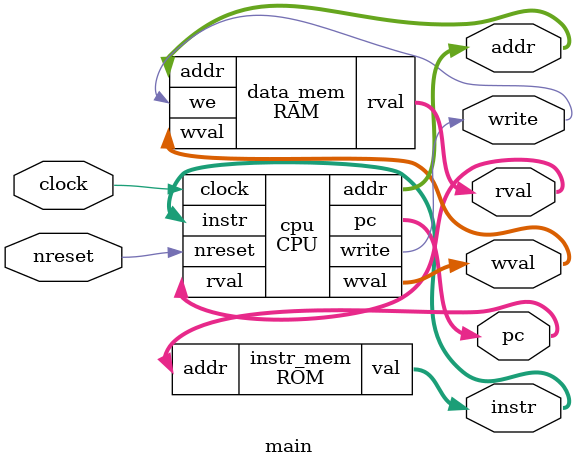
<source format=v>
/* Generated by Yosys 0.23 (git sha1 7ce5011c24b, gcc 11.3.0 -fPIC -Os) */

(* hdlname = "\\ALU" *)
(* src = "rtl/mps/ALU.v:1.1-9.10" *)
module ALU(z, zero, a, b, mode);
  (* src = "rtl/mps/ALU.v:4.18-4.19" *)
  input [31:0] a;
  wire [31:0] a;
  (* src = "rtl/mps/ALU.v:4.21-4.22" *)
  input [31:0] b;
  wire [31:0] b;
  (* src = "rtl/mps/ALU.v:5.17-5.21" *)
  input [3:0] mode;
  wire [3:0] mode;
  (* src = "rtl/mps/ALU.v:2.19-2.20" *)
  output [31:0] z;
  wire [31:0] z;
  (* src = "rtl/mps/ALU.v:3.12-3.16" *)
  output zero;
  wire zero;
  assign z = a + (* src = "rtl/mps/ALU.v:7.16-7.21" *) b;
  assign zero = ! (* src = "rtl/mps/ALU.v:8.19-8.25" *) z;
endmodule

(* hdlname = "\\ALUControl" *)
(* src = "rtl/mps/ALUControl.v:1.1-7.10" *)
module ALUControl(mode, op, func);
  (* src = "rtl/mps/ALUControl.v:4.17-4.21" *)
  input [5:0] func;
  wire [5:0] func;
  (* src = "rtl/mps/ALUControl.v:2.18-2.22" *)
  output [3:0] mode;
  wire [3:0] mode;
  (* src = "rtl/mps/ALUControl.v:3.11-3.13" *)
  input op;
  wire op;
  assign mode = 4'h0;
endmodule

(* hdlname = "\\CPU" *)
(* src = "rtl/mps/CPU.v:1.1-99.10" *)
module CPU(instr, pc, rval, wval, addr, write, clock, nreset);
  (* src = "rtl/mps/CPU.v:98.40-98.57" *)
  wire _00_;
  (* src = "rtl/mps/CPU.v:56.16-56.41" *)
  wire [4:0] _01_;
  (* src = "rtl/mps/CPU.v:83.12-83.33" *)
  wire [31:0] _02_;
  (* src = "rtl/mps/CPU.v:98.39-98.79" *)
  wire [31:0] _03_;
  (* src = "rtl/mps/CPU.v:5.25-5.29" *)
  output [31:0] addr;
  wire [31:0] addr;
  (* src = "rtl/mps/CPU.v:69.16-69.24" *)
  wire [3:0] alu_mode;
  (* src = "rtl/mps/CPU.v:36.16-36.22" *)
  wire alu_op;
  (* src = "rtl/mps/CPU.v:35.58-35.65" *)
  wire alu_sel;
  (* src = "rtl/mps/CPU.v:77.17-77.22" *)
  wire [31:0] alu_z;
  (* src = "rtl/mps/CPU.v:78.10-78.18" *)
  wire alu_zero;
  (* src = "rtl/mps/CPU.v:35.27-35.33" *)
  wire branch;
  (* src = "rtl/mps/CPU.v:7.11-7.16" *)
  input clock;
  wire clock;
  (* src = "rtl/mps/CPU.v:50.23-50.24" *)
  wire [31:0] d;
  (* src = "rtl/mps/CPU.v:22.16-22.20" *)
  wire [5:0] func;
  (* src = "rtl/mps/CPU.v:20.17-20.20" *)
  wire [15:0] imm;
  (* src = "rtl/mps/CPU.v:62.17-62.24" *)
  wire [31:0] imm_ext;
  (* src = "rtl/mps/CPU.v:2.18-2.23" *)
  input [31:0] instr;
  wire [31:0] instr;
  (* src = "rtl/mps/CPU.v:35.21-35.25" *)
  wire jump;
  (* src = "rtl/mps/CPU.v:21.17-21.26" *)
  (* unused_bits = "24 25" *)
  wire [25:0] jump_addr;
  (* src = "rtl/mps/CPU.v:35.35-35.45" *)
  wire mem_to_reg;
  (* src = "rtl/mps/CPU.v:10.17-10.24" *)
  wire [31:0] next_pc;
  (* src = "rtl/mps/CPU.v:7.18-7.24" *)
  input nreset;
  wire nreset;
  (* src = "rtl/mps/CPU.v:22.22-22.24" *)
  wire [5:0] op;
  (* src = "rtl/mps/CPU.v:3.19-3.21" *)
  output [31:0] pc;
  wire [31:0] pc;
  (* src = "rtl/mps/CPU.v:97.17-97.26" *)
  wire [31:0] pc_branch;
  (* src = "rtl/mps/CPU.v:95.17-95.23" *)
  wire [31:0] pc_inc;
  wire [29:0] pc_jump;
  (* src = "rtl/mps/CPU.v:19.30-19.35" *)
  wire [4:0] reg_d;
  (* src = "rtl/mps/CPU.v:35.10-35.19" *)
  wire reg_d_sel;
  (* src = "rtl/mps/CPU.v:19.16-19.21" *)
  wire [4:0] reg_s;
  (* src = "rtl/mps/CPU.v:19.23-19.28" *)
  wire [4:0] reg_t;
  (* src = "rtl/mps/CPU.v:35.67-35.76" *)
  wire reg_write;
  (* src = "rtl/mps/CPU.v:4.18-4.22" *)
  input [31:0] rval;
  wire [31:0] rval;
  (* src = "rtl/mps/CPU.v:50.17-50.18" *)
  wire [31:0] s;
  (* src = "rtl/mps/CPU.v:50.20-50.21" *)
  wire [31:0] t;
  (* src = "rtl/mps/CPU.v:6.12-6.17" *)
  output write;
  wire write;
  (* src = "rtl/mps/CPU.v:5.19-5.23" *)
  output [31:0] wval;
  wire [31:0] wval;
  assign pc_inc = pc + (* src = "rtl/mps/CPU.v:95.26-95.32" *) 3'h4;
  assign pc_branch = pc_inc + (* src = "rtl/mps/CPU.v:97.29-97.52" *) { imm_ext[29:0], 2'h0 };
  assign _00_ = branch & (* src = "rtl/mps/CPU.v:98.40-98.57" *) alu_zero;
  assign _01_ = reg_d_sel ? (* src = "rtl/mps/CPU.v:56.16-56.41" *) reg_d : reg_t;
  assign _02_ = alu_sel ? (* src = "rtl/mps/CPU.v:83.12-83.33" *) imm_ext : t;
  assign d = mem_to_reg ? (* src = "rtl/mps/CPU.v:92.16-92.41" *) rval : alu_z;
  assign next_pc = jump ? (* src = "rtl/mps/CPU.v:98.22-98.79" *) { 2'h0, pc[31:28], jump_addr[23:0], 2'h0 } : _03_;
  assign _03_ = _00_ ? (* src = "rtl/mps/CPU.v:98.39-98.79" *) pc_branch : pc_inc;
  (* module_not_derived = 32'd1 *)
  (* src = "rtl/mps/CPU.v:79.9-85.6" *)
  ALU alu (
    .a(s),
    .b(_02_),
    .mode(alu_mode),
    .z(alu_z),
    .zero(alu_zero)
  );
  (* module_not_derived = 32'd1 *)
  (* src = "rtl/mps/CPU.v:70.16-74.6" *)
  ALUControl c_aluctrl (
    .func(func),
    .mode(alu_mode),
    .op(alu_op)
  );
  (* module_not_derived = 32'd1 *)
  (* src = "rtl/mps/CPU.v:37.13-47.6" *)
  Control c_ctrl (
    .alu_op(alu_op),
    .alu_sel(alu_sel),
    .branch(branch),
    .jump(jump),
    .mem_to_reg(mem_to_reg),
    .mem_write(write),
    .op(op),
    .reg_d_sel(reg_d_sel),
    .reg_write(reg_write)
  );
  (* module_not_derived = 32'd1 *)
  (* src = "rtl/mps/CPU.v:23.24-32.6" *)
  InstructionDecoder c_id (
    .func(func),
    .imm(imm),
    .instr(instr),
    .jump_addr(jump_addr),
    .op(op),
    .reg_d(reg_d),
    .reg_s(reg_s),
    .reg_t(reg_t)
  );
  (* module_not_derived = 32'd1 *)
  (* src = "rtl/mps/CPU.v:11.20-16.6" *)
  ProgramCounter c_pc (
    .clock(clock),
    .next_pc(next_pc),
    .nreset(nreset),
    .pc(pc)
  );
  (* module_not_derived = 32'd1 *)
  (* src = "rtl/mps/CPU.v:51.18-59.6" *)
  RegisterFile c_regfile (
    .d(d),
    .reg_d(_01_),
    .reg_s(reg_s),
    .reg_t(reg_t),
    .reg_write(reg_write),
    .s(s),
    .t(t)
  );
  (* module_not_derived = 32'd1 *)
  (* src = "rtl/mps/CPU.v:63.18-66.6" *)
  SignExtender c_se (
    .imm(imm),
    .imm_ext(imm_ext)
  );
  assign addr = alu_z;
  assign pc_jump = { pc[31:28], jump_addr[23:0], 2'h0 };
  assign wval = t;
endmodule

(* hdlname = "\\Control" *)
(* src = "rtl/mps/Control.v:3.1-9.10" *)
module Control(reg_d_sel, jump, branch, mem_to_reg, mem_write, alu_sel, reg_write, alu_op, op);
  (* src = "rtl/mps/Control.v:5.18-5.24" *)
  output alu_op;
  wire alu_op;
  (* src = "rtl/mps/Control.v:4.60-4.67" *)
  output alu_sel;
  wire alu_sel;
  (* src = "rtl/mps/Control.v:4.29-4.35" *)
  output branch;
  wire branch;
  (* src = "rtl/mps/Control.v:4.23-4.27" *)
  output jump;
  wire jump;
  (* src = "rtl/mps/Control.v:4.37-4.47" *)
  output mem_to_reg;
  wire mem_to_reg;
  (* src = "rtl/mps/Control.v:4.49-4.58" *)
  output mem_write;
  wire mem_write;
  (* src = "rtl/mps/Control.v:6.17-6.19" *)
  input [5:0] op;
  wire [5:0] op;
  (* src = "rtl/mps/Control.v:4.12-4.21" *)
  output reg_d_sel;
  wire reg_d_sel;
  (* src = "rtl/mps/Control.v:4.69-4.78" *)
  output reg_write;
  wire reg_write;
  assign jump = 1'h0;
endmodule

(* hdlname = "\\InstructionDecoder" *)
(* src = "rtl/mps/InstructionDecoder.v:1.1-15.10" *)
module InstructionDecoder(op, func, reg_s, reg_t, reg_d, imm, jump_addr, instr);
  (* src = "rtl/mps/InstructionDecoder.v:2.22-2.26" *)
  output [5:0] func;
  wire [5:0] func;
  (* src = "rtl/mps/InstructionDecoder.v:4.19-4.22" *)
  output [15:0] imm;
  wire [15:0] imm;
  (* src = "rtl/mps/InstructionDecoder.v:6.18-6.23" *)
  input [31:0] instr;
  wire [31:0] instr;
  (* src = "rtl/mps/InstructionDecoder.v:5.19-5.28" *)
  output [25:0] jump_addr;
  wire [25:0] jump_addr;
  (* src = "rtl/mps/InstructionDecoder.v:2.18-2.20" *)
  output [5:0] op;
  wire [5:0] op;
  (* src = "rtl/mps/InstructionDecoder.v:3.32-3.37" *)
  output [4:0] reg_d;
  wire [4:0] reg_d;
  (* src = "rtl/mps/InstructionDecoder.v:3.18-3.23" *)
  output [4:0] reg_s;
  wire [4:0] reg_s;
  (* src = "rtl/mps/InstructionDecoder.v:3.25-3.30" *)
  output [4:0] reg_t;
  wire [4:0] reg_t;
  assign func = instr[5:0];
  assign imm = instr[15:0];
  assign jump_addr = instr[25:0];
  assign op = instr[31:26];
  assign reg_d = instr[15:11];
  assign reg_s = instr[25:21];
  assign reg_t = instr[20:16];
endmodule

(* hdlname = "\\ProgramCounter" *)
(* src = "rtl/mps/ProgramCounter.v:1.1-13.10" *)
module ProgramCounter(pc, next_pc, clock, nreset);
  (* src = "rtl/mps/ProgramCounter.v:4.11-4.16" *)
  input clock;
  wire clock;
  (* src = "rtl/mps/ProgramCounter.v:3.18-3.25" *)
  input [31:0] next_pc;
  wire [31:0] next_pc;
  (* src = "rtl/mps/ProgramCounter.v:4.18-4.24" *)
  input nreset;
  wire nreset;
  (* src = "rtl/mps/ProgramCounter.v:2.23-2.25" *)
  output [31:0] pc;
  reg [31:0] pc;
  (* src = "rtl/mps/ProgramCounter.v:6.5-12.8" *)
  always @(posedge clock, negedge nreset)
    if (!nreset) pc <= 32'd0;
    else pc <= next_pc;
endmodule

(* hdlname = "\\RAM" *)
(* src = "rtl/soc/RAM.v:1.1-16.10" *)
module RAM(rval, wval, addr, we);
  wire _0000_;
  wire _0001_;
  wire _0002_;
  wire _0003_;
  wire _0004_;
  wire _0005_;
  wire _0006_;
  wire _0007_;
  wire _0008_;
  wire _0009_;
  wire _0010_;
  wire _0011_;
  wire _0012_;
  wire _0013_;
  wire _0014_;
  wire _0015_;
  wire _0016_;
  wire _0017_;
  wire _0018_;
  wire _0019_;
  wire _0020_;
  wire _0021_;
  wire _0022_;
  wire _0023_;
  wire _0024_;
  wire _0025_;
  wire _0026_;
  wire _0027_;
  wire _0028_;
  wire _0029_;
  wire _0030_;
  wire _0031_;
  wire _0032_;
  wire _0033_;
  wire _0034_;
  wire _0035_;
  wire _0036_;
  wire _0037_;
  wire _0038_;
  wire _0039_;
  wire _0040_;
  wire _0041_;
  wire _0042_;
  wire _0043_;
  wire _0044_;
  wire _0045_;
  wire _0046_;
  wire _0047_;
  wire _0048_;
  wire _0049_;
  wire _0050_;
  wire _0051_;
  wire _0052_;
  wire _0053_;
  wire _0054_;
  wire _0055_;
  wire _0056_;
  wire _0057_;
  wire _0058_;
  wire _0059_;
  wire _0060_;
  wire _0061_;
  wire _0062_;
  wire _0063_;
  wire _0064_;
  wire _0065_;
  wire _0066_;
  wire _0067_;
  wire _0068_;
  wire _0069_;
  wire _0070_;
  wire _0071_;
  wire _0072_;
  wire _0073_;
  wire _0074_;
  wire _0075_;
  wire _0076_;
  wire _0077_;
  wire _0078_;
  wire _0079_;
  wire _0080_;
  wire _0081_;
  wire _0082_;
  wire _0083_;
  wire _0084_;
  wire _0085_;
  wire _0086_;
  wire _0087_;
  wire _0088_;
  wire _0089_;
  wire _0090_;
  wire _0091_;
  wire _0092_;
  wire _0093_;
  wire _0094_;
  wire _0095_;
  wire _0096_;
  wire _0097_;
  wire _0098_;
  wire _0099_;
  wire _0100_;
  wire _0101_;
  wire _0102_;
  wire _0103_;
  wire _0104_;
  wire _0105_;
  wire _0106_;
  wire _0107_;
  wire _0108_;
  wire _0109_;
  wire _0110_;
  wire _0111_;
  wire _0112_;
  wire _0113_;
  wire _0114_;
  wire _0115_;
  wire _0116_;
  wire _0117_;
  wire _0118_;
  wire _0119_;
  wire _0120_;
  wire _0121_;
  wire _0122_;
  wire _0123_;
  wire _0124_;
  wire _0125_;
  wire _0126_;
  wire _0127_;
  wire _0128_;
  wire _0129_;
  wire _0130_;
  wire _0131_;
  wire _0132_;
  wire _0133_;
  wire _0134_;
  wire _0135_;
  wire _0136_;
  wire _0137_;
  wire _0138_;
  wire _0139_;
  wire _0140_;
  wire _0141_;
  wire _0142_;
  wire _0143_;
  wire _0144_;
  wire _0145_;
  wire _0146_;
  wire _0147_;
  wire _0148_;
  wire _0149_;
  wire _0150_;
  wire _0151_;
  wire _0152_;
  wire _0153_;
  wire _0154_;
  wire _0155_;
  wire _0156_;
  wire _0157_;
  wire _0158_;
  wire _0159_;
  wire _0160_;
  wire _0161_;
  wire _0162_;
  wire _0163_;
  wire _0164_;
  wire _0165_;
  wire _0166_;
  wire _0167_;
  wire _0168_;
  wire _0169_;
  wire _0170_;
  wire _0171_;
  wire _0172_;
  wire _0173_;
  wire _0174_;
  wire _0175_;
  wire _0176_;
  wire _0177_;
  wire _0178_;
  wire _0179_;
  wire _0180_;
  wire _0181_;
  wire _0182_;
  wire _0183_;
  wire _0184_;
  wire _0185_;
  wire _0186_;
  wire _0187_;
  wire _0188_;
  wire _0189_;
  wire _0190_;
  wire _0191_;
  wire _0192_;
  wire _0193_;
  wire _0194_;
  wire _0195_;
  wire _0196_;
  wire _0197_;
  wire _0198_;
  wire _0199_;
  wire _0200_;
  wire _0201_;
  wire _0202_;
  wire _0203_;
  wire _0204_;
  wire _0205_;
  wire _0206_;
  wire _0207_;
  wire _0208_;
  wire _0209_;
  wire _0210_;
  wire _0211_;
  wire _0212_;
  wire _0213_;
  wire _0214_;
  wire _0215_;
  wire _0216_;
  wire _0217_;
  wire _0218_;
  wire _0219_;
  wire _0220_;
  wire _0221_;
  wire _0222_;
  wire _0223_;
  wire _0224_;
  wire _0225_;
  wire _0226_;
  wire _0227_;
  wire _0228_;
  wire _0229_;
  wire _0230_;
  wire _0231_;
  wire _0232_;
  wire _0233_;
  wire _0234_;
  wire _0235_;
  wire _0236_;
  wire _0237_;
  wire _0238_;
  wire _0239_;
  wire _0240_;
  wire _0241_;
  wire _0242_;
  wire _0243_;
  wire _0244_;
  wire _0245_;
  wire _0246_;
  wire _0247_;
  wire _0248_;
  wire _0249_;
  wire _0250_;
  wire _0251_;
  wire _0252_;
  wire _0253_;
  wire _0254_;
  wire _0255_;
  wire _0256_;
  wire _0257_;
  wire _0258_;
  wire _0259_;
  wire _0260_;
  wire _0261_;
  wire _0262_;
  wire _0263_;
  wire _0264_;
  wire _0265_;
  wire _0266_;
  wire _0267_;
  wire _0268_;
  wire _0269_;
  wire _0270_;
  wire _0271_;
  wire _0272_;
  wire _0273_;
  wire _0274_;
  wire _0275_;
  wire _0276_;
  wire _0277_;
  wire _0278_;
  wire _0279_;
  wire _0280_;
  wire _0281_;
  wire _0282_;
  wire _0283_;
  wire _0284_;
  wire _0285_;
  wire _0286_;
  wire _0287_;
  wire _0288_;
  wire _0289_;
  wire _0290_;
  wire _0291_;
  wire _0292_;
  wire _0293_;
  wire _0294_;
  wire _0295_;
  wire _0296_;
  wire _0297_;
  wire _0298_;
  wire _0299_;
  wire _0300_;
  wire _0301_;
  wire _0302_;
  wire _0303_;
  wire _0304_;
  wire _0305_;
  wire _0306_;
  wire _0307_;
  wire _0308_;
  wire _0309_;
  wire _0310_;
  wire _0311_;
  wire _0312_;
  wire _0313_;
  wire _0314_;
  wire _0315_;
  wire _0316_;
  wire _0317_;
  wire _0318_;
  wire _0319_;
  wire _0320_;
  wire _0321_;
  wire _0322_;
  wire _0323_;
  wire _0324_;
  wire _0325_;
  wire _0326_;
  wire _0327_;
  wire _0328_;
  wire _0329_;
  wire _0330_;
  wire _0331_;
  wire _0332_;
  wire _0333_;
  wire _0334_;
  wire _0335_;
  wire _0336_;
  wire _0337_;
  wire _0338_;
  wire _0339_;
  wire _0340_;
  wire _0341_;
  wire _0342_;
  wire _0343_;
  wire _0344_;
  wire _0345_;
  wire _0346_;
  wire _0347_;
  wire _0348_;
  wire _0349_;
  wire _0350_;
  wire _0351_;
  wire _0352_;
  wire _0353_;
  wire _0354_;
  wire _0355_;
  wire _0356_;
  wire _0357_;
  wire _0358_;
  wire _0359_;
  wire _0360_;
  wire _0361_;
  wire _0362_;
  wire _0363_;
  wire _0364_;
  wire _0365_;
  wire _0366_;
  wire _0367_;
  wire _0368_;
  wire _0369_;
  wire _0370_;
  wire _0371_;
  wire _0372_;
  wire _0373_;
  wire _0374_;
  wire _0375_;
  wire _0376_;
  wire _0377_;
  wire _0378_;
  wire _0379_;
  wire _0380_;
  wire _0381_;
  wire _0382_;
  wire _0383_;
  wire _0384_;
  wire _0385_;
  wire _0386_;
  wire _0387_;
  wire _0388_;
  wire _0389_;
  wire _0390_;
  wire _0391_;
  wire _0392_;
  wire _0393_;
  wire _0394_;
  wire _0395_;
  wire _0396_;
  wire _0397_;
  wire _0398_;
  wire _0399_;
  wire _0400_;
  wire _0401_;
  wire _0402_;
  wire _0403_;
  wire _0404_;
  wire _0405_;
  wire _0406_;
  wire _0407_;
  wire _0408_;
  wire _0409_;
  wire _0410_;
  wire _0411_;
  wire _0412_;
  wire _0413_;
  wire _0414_;
  wire _0415_;
  wire _0416_;
  wire _0417_;
  wire _0418_;
  wire _0419_;
  wire _0420_;
  wire _0421_;
  wire _0422_;
  wire _0423_;
  wire _0424_;
  wire _0425_;
  wire _0426_;
  wire _0427_;
  wire _0428_;
  wire _0429_;
  wire _0430_;
  wire _0431_;
  wire _0432_;
  wire _0433_;
  wire _0434_;
  wire _0435_;
  wire _0436_;
  wire _0437_;
  wire _0438_;
  wire _0439_;
  wire _0440_;
  wire _0441_;
  wire _0442_;
  wire _0443_;
  wire _0444_;
  wire _0445_;
  wire _0446_;
  wire _0447_;
  wire _0448_;
  wire _0449_;
  wire _0450_;
  wire _0451_;
  wire _0452_;
  wire _0453_;
  wire _0454_;
  wire _0455_;
  wire _0456_;
  wire _0457_;
  wire _0458_;
  wire _0459_;
  wire _0460_;
  wire _0461_;
  wire _0462_;
  wire _0463_;
  wire _0464_;
  wire _0465_;
  wire _0466_;
  wire _0467_;
  wire _0468_;
  wire _0469_;
  wire _0470_;
  wire _0471_;
  wire _0472_;
  wire _0473_;
  wire _0474_;
  wire _0475_;
  wire _0476_;
  wire _0477_;
  wire _0478_;
  wire _0479_;
  wire _0480_;
  wire _0481_;
  wire _0482_;
  wire _0483_;
  wire _0484_;
  wire _0485_;
  wire _0486_;
  wire _0487_;
  wire _0488_;
  wire _0489_;
  wire _0490_;
  wire _0491_;
  wire _0492_;
  wire _0493_;
  wire _0494_;
  wire _0495_;
  wire _0496_;
  wire _0497_;
  wire _0498_;
  wire _0499_;
  wire _0500_;
  wire _0501_;
  wire _0502_;
  wire _0503_;
  wire _0504_;
  wire _0505_;
  wire _0506_;
  wire _0507_;
  wire _0508_;
  wire _0509_;
  wire _0510_;
  wire _0511_;
  wire _0512_;
  wire _0513_;
  wire _0514_;
  wire _0515_;
  wire _0516_;
  wire _0517_;
  wire _0518_;
  wire _0519_;
  wire _0520_;
  wire _0521_;
  wire _0522_;
  wire _0523_;
  wire _0524_;
  wire _0525_;
  wire _0526_;
  wire _0527_;
  wire _0528_;
  wire _0529_;
  wire _0530_;
  wire _0531_;
  wire _0532_;
  wire _0533_;
  wire _0534_;
  wire _0535_;
  wire _0536_;
  wire _0537_;
  wire _0538_;
  wire _0539_;
  wire _0540_;
  wire _0541_;
  wire _0542_;
  wire _0543_;
  wire _0544_;
  wire _0545_;
  wire _0546_;
  wire _0547_;
  wire _0548_;
  wire _0549_;
  wire _0550_;
  wire _0551_;
  wire _0552_;
  wire _0553_;
  wire _0554_;
  wire _0555_;
  wire _0556_;
  wire _0557_;
  wire _0558_;
  wire _0559_;
  wire _0560_;
  wire _0561_;
  wire _0562_;
  wire _0563_;
  wire _0564_;
  wire _0565_;
  wire _0566_;
  wire _0567_;
  wire _0568_;
  wire _0569_;
  wire _0570_;
  wire _0571_;
  wire _0572_;
  wire _0573_;
  wire _0574_;
  wire _0575_;
  wire _0576_;
  wire _0577_;
  wire _0578_;
  wire _0579_;
  wire _0580_;
  wire _0581_;
  wire _0582_;
  wire _0583_;
  wire _0584_;
  wire _0585_;
  wire _0586_;
  wire _0587_;
  wire _0588_;
  wire _0589_;
  wire _0590_;
  wire _0591_;
  wire _0592_;
  wire _0593_;
  wire _0594_;
  wire _0595_;
  wire _0596_;
  wire _0597_;
  wire _0598_;
  wire _0599_;
  wire _0600_;
  wire _0601_;
  wire _0602_;
  wire _0603_;
  wire _0604_;
  wire _0605_;
  wire _0606_;
  wire _0607_;
  wire _0608_;
  wire _0609_;
  wire _0610_;
  wire _0611_;
  wire _0612_;
  wire _0613_;
  wire _0614_;
  wire _0615_;
  wire _0616_;
  wire _0617_;
  wire _0618_;
  wire _0619_;
  wire _0620_;
  wire _0621_;
  wire _0622_;
  wire _0623_;
  wire _0624_;
  wire _0625_;
  wire _0626_;
  wire _0627_;
  wire _0628_;
  wire _0629_;
  wire _0630_;
  wire _0631_;
  wire _0632_;
  wire _0633_;
  wire _0634_;
  wire _0635_;
  wire _0636_;
  wire _0637_;
  wire _0638_;
  wire _0639_;
  wire _0640_;
  wire _0641_;
  wire _0642_;
  wire _0643_;
  wire _0644_;
  wire _0645_;
  wire _0646_;
  wire _0647_;
  wire _0648_;
  wire _0649_;
  wire _0650_;
  wire _0651_;
  wire _0652_;
  wire _0653_;
  wire _0654_;
  wire _0655_;
  wire _0656_;
  wire _0657_;
  wire _0658_;
  wire _0659_;
  wire _0660_;
  wire _0661_;
  wire _0662_;
  wire _0663_;
  wire _0664_;
  wire _0665_;
  wire _0666_;
  wire _0667_;
  wire _0668_;
  wire _0669_;
  wire _0670_;
  wire _0671_;
  wire _0672_;
  wire _0673_;
  wire _0674_;
  wire _0675_;
  wire _0676_;
  wire _0677_;
  wire _0678_;
  wire _0679_;
  wire _0680_;
  wire _0681_;
  wire _0682_;
  wire _0683_;
  wire _0684_;
  wire _0685_;
  wire _0686_;
  wire _0687_;
  wire _0688_;
  wire _0689_;
  wire _0690_;
  wire _0691_;
  wire _0692_;
  wire _0693_;
  wire _0694_;
  wire _0695_;
  wire _0696_;
  wire _0697_;
  wire _0698_;
  wire _0699_;
  wire _0700_;
  wire _0701_;
  wire _0702_;
  wire _0703_;
  wire _0704_;
  wire _0705_;
  wire _0706_;
  wire _0707_;
  wire _0708_;
  wire _0709_;
  wire _0710_;
  wire _0711_;
  wire _0712_;
  wire _0713_;
  wire _0714_;
  wire _0715_;
  wire _0716_;
  wire _0717_;
  wire _0718_;
  wire _0719_;
  wire _0720_;
  wire _0721_;
  wire _0722_;
  wire _0723_;
  wire _0724_;
  wire _0725_;
  wire _0726_;
  wire _0727_;
  wire _0728_;
  wire _0729_;
  wire _0730_;
  wire _0731_;
  wire _0732_;
  wire _0733_;
  wire _0734_;
  wire _0735_;
  wire _0736_;
  wire _0737_;
  wire _0738_;
  wire _0739_;
  wire _0740_;
  wire _0741_;
  wire _0742_;
  wire _0743_;
  wire _0744_;
  wire _0745_;
  wire _0746_;
  wire _0747_;
  wire _0748_;
  wire _0749_;
  wire _0750_;
  wire _0751_;
  wire _0752_;
  wire _0753_;
  wire _0754_;
  wire _0755_;
  wire _0756_;
  wire _0757_;
  wire _0758_;
  wire _0759_;
  wire _0760_;
  wire _0761_;
  wire _0762_;
  wire _0763_;
  wire _0764_;
  wire _0765_;
  wire _0766_;
  wire _0767_;
  wire _0768_;
  wire _0769_;
  wire _0770_;
  wire _0771_;
  wire _0772_;
  wire _0773_;
  wire _0774_;
  wire _0775_;
  wire _0776_;
  wire _0777_;
  wire _0778_;
  wire _0779_;
  wire _0780_;
  wire _0781_;
  wire _0782_;
  wire _0783_;
  wire _0784_;
  wire _0785_;
  wire _0786_;
  wire _0787_;
  wire _0788_;
  wire _0789_;
  wire _0790_;
  wire _0791_;
  wire _0792_;
  wire _0793_;
  wire _0794_;
  wire _0795_;
  wire _0796_;
  wire _0797_;
  wire _0798_;
  wire _0799_;
  wire _0800_;
  wire _0801_;
  wire _0802_;
  wire _0803_;
  wire _0804_;
  wire _0805_;
  wire _0806_;
  wire _0807_;
  wire _0808_;
  wire _0809_;
  wire _0810_;
  wire _0811_;
  wire _0812_;
  wire _0813_;
  wire _0814_;
  wire _0815_;
  wire _0816_;
  wire _0817_;
  wire _0818_;
  wire _0819_;
  wire _0820_;
  wire _0821_;
  wire _0822_;
  wire _0823_;
  wire _0824_;
  wire _0825_;
  wire _0826_;
  wire _0827_;
  wire _0828_;
  wire _0829_;
  wire _0830_;
  wire _0831_;
  wire _0832_;
  wire _0833_;
  wire _0834_;
  wire _0835_;
  wire _0836_;
  wire _0837_;
  wire _0838_;
  wire _0839_;
  wire _0840_;
  wire _0841_;
  wire _0842_;
  wire _0843_;
  wire _0844_;
  wire _0845_;
  wire _0846_;
  wire _0847_;
  wire _0848_;
  wire _0849_;
  wire _0850_;
  wire _0851_;
  wire _0852_;
  wire _0853_;
  wire _0854_;
  wire _0855_;
  wire _0856_;
  wire _0857_;
  wire _0858_;
  wire _0859_;
  wire _0860_;
  wire _0861_;
  wire _0862_;
  wire _0863_;
  wire _0864_;
  wire _0865_;
  wire _0866_;
  wire _0867_;
  wire _0868_;
  wire _0869_;
  wire _0870_;
  wire _0871_;
  wire _0872_;
  wire _0873_;
  wire _0874_;
  wire _0875_;
  wire _0876_;
  wire _0877_;
  wire _0878_;
  wire _0879_;
  wire _0880_;
  wire _0881_;
  wire _0882_;
  wire _0883_;
  wire _0884_;
  wire _0885_;
  wire _0886_;
  wire _0887_;
  wire _0888_;
  wire _0889_;
  wire _0890_;
  wire _0891_;
  wire _0892_;
  wire _0893_;
  wire _0894_;
  wire _0895_;
  wire _0896_;
  wire _0897_;
  wire _0898_;
  wire _0899_;
  wire _0900_;
  wire _0901_;
  wire _0902_;
  wire _0903_;
  wire _0904_;
  wire _0905_;
  wire _0906_;
  wire _0907_;
  wire _0908_;
  wire _0909_;
  wire _0910_;
  wire _0911_;
  wire _0912_;
  wire _0913_;
  wire _0914_;
  wire _0915_;
  wire _0916_;
  wire _0917_;
  wire _0918_;
  wire _0919_;
  wire _0920_;
  wire _0921_;
  wire _0922_;
  wire _0923_;
  wire _0924_;
  wire _0925_;
  wire _0926_;
  wire _0927_;
  wire _0928_;
  wire _0929_;
  wire _0930_;
  wire _0931_;
  wire _0932_;
  wire _0933_;
  wire _0934_;
  wire _0935_;
  wire _0936_;
  wire _0937_;
  wire _0938_;
  wire _0939_;
  wire _0940_;
  wire _0941_;
  wire _0942_;
  wire _0943_;
  wire _0944_;
  wire _0945_;
  wire _0946_;
  wire _0947_;
  wire _0948_;
  wire _0949_;
  wire _0950_;
  wire _0951_;
  wire _0952_;
  wire _0953_;
  wire _0954_;
  wire _0955_;
  wire _0956_;
  wire _0957_;
  wire _0958_;
  wire _0959_;
  wire _0960_;
  wire _0961_;
  wire _0962_;
  wire _0963_;
  wire _0964_;
  wire _0965_;
  wire _0966_;
  wire _0967_;
  wire _0968_;
  wire _0969_;
  wire _0970_;
  wire _0971_;
  wire _0972_;
  wire _0973_;
  wire _0974_;
  wire _0975_;
  wire _0976_;
  wire _0977_;
  wire _0978_;
  wire _0979_;
  wire _0980_;
  wire _0981_;
  wire _0982_;
  wire _0983_;
  wire _0984_;
  wire _0985_;
  wire _0986_;
  wire _0987_;
  wire _0988_;
  wire _0989_;
  wire _0990_;
  wire _0991_;
  wire _0992_;
  wire _0993_;
  wire _0994_;
  wire _0995_;
  wire _0996_;
  wire _0997_;
  wire _0998_;
  wire _0999_;
  wire _1000_;
  wire _1001_;
  wire _1002_;
  wire _1003_;
  wire _1004_;
  wire _1005_;
  wire _1006_;
  wire _1007_;
  wire _1008_;
  wire _1009_;
  wire _1010_;
  wire _1011_;
  wire _1012_;
  wire _1013_;
  wire _1014_;
  wire _1015_;
  wire _1016_;
  wire _1017_;
  wire _1018_;
  wire _1019_;
  wire _1020_;
  wire _1021_;
  wire _1022_;
  wire _1023_;
  wire _1024_;
  (* src = "rtl/soc/RAM.v:5.24-5.28" *)
  input [31:0] addr;
  wire [31:0] addr;
  (* src = "rtl/soc/RAM.v:8.16-8.20" *)
  reg [31:0] \data[0] ;
  (* src = "rtl/soc/RAM.v:8.16-8.20" *)
  reg [31:0] \data[100] ;
  (* src = "rtl/soc/RAM.v:8.16-8.20" *)
  reg [31:0] \data[101] ;
  (* src = "rtl/soc/RAM.v:8.16-8.20" *)
  reg [31:0] \data[102] ;
  (* src = "rtl/soc/RAM.v:8.16-8.20" *)
  reg [31:0] \data[103] ;
  (* src = "rtl/soc/RAM.v:8.16-8.20" *)
  reg [31:0] \data[104] ;
  (* src = "rtl/soc/RAM.v:8.16-8.20" *)
  reg [31:0] \data[105] ;
  (* src = "rtl/soc/RAM.v:8.16-8.20" *)
  reg [31:0] \data[106] ;
  (* src = "rtl/soc/RAM.v:8.16-8.20" *)
  reg [31:0] \data[107] ;
  (* src = "rtl/soc/RAM.v:8.16-8.20" *)
  reg [31:0] \data[108] ;
  (* src = "rtl/soc/RAM.v:8.16-8.20" *)
  reg [31:0] \data[109] ;
  (* src = "rtl/soc/RAM.v:8.16-8.20" *)
  reg [31:0] \data[10] ;
  (* src = "rtl/soc/RAM.v:8.16-8.20" *)
  reg [31:0] \data[110] ;
  (* src = "rtl/soc/RAM.v:8.16-8.20" *)
  reg [31:0] \data[111] ;
  (* src = "rtl/soc/RAM.v:8.16-8.20" *)
  reg [31:0] \data[112] ;
  (* src = "rtl/soc/RAM.v:8.16-8.20" *)
  reg [31:0] \data[113] ;
  (* src = "rtl/soc/RAM.v:8.16-8.20" *)
  reg [31:0] \data[114] ;
  (* src = "rtl/soc/RAM.v:8.16-8.20" *)
  reg [31:0] \data[115] ;
  (* src = "rtl/soc/RAM.v:8.16-8.20" *)
  reg [31:0] \data[116] ;
  (* src = "rtl/soc/RAM.v:8.16-8.20" *)
  reg [31:0] \data[117] ;
  (* src = "rtl/soc/RAM.v:8.16-8.20" *)
  reg [31:0] \data[118] ;
  (* src = "rtl/soc/RAM.v:8.16-8.20" *)
  reg [31:0] \data[119] ;
  (* src = "rtl/soc/RAM.v:8.16-8.20" *)
  reg [31:0] \data[11] ;
  (* src = "rtl/soc/RAM.v:8.16-8.20" *)
  reg [31:0] \data[120] ;
  (* src = "rtl/soc/RAM.v:8.16-8.20" *)
  reg [31:0] \data[121] ;
  (* src = "rtl/soc/RAM.v:8.16-8.20" *)
  reg [31:0] \data[122] ;
  (* src = "rtl/soc/RAM.v:8.16-8.20" *)
  reg [31:0] \data[123] ;
  (* src = "rtl/soc/RAM.v:8.16-8.20" *)
  reg [31:0] \data[124] ;
  (* src = "rtl/soc/RAM.v:8.16-8.20" *)
  reg [31:0] \data[125] ;
  (* src = "rtl/soc/RAM.v:8.16-8.20" *)
  reg [31:0] \data[126] ;
  (* src = "rtl/soc/RAM.v:8.16-8.20" *)
  reg [31:0] \data[127] ;
  (* src = "rtl/soc/RAM.v:8.16-8.20" *)
  reg [31:0] \data[128] ;
  (* src = "rtl/soc/RAM.v:8.16-8.20" *)
  reg [31:0] \data[129] ;
  (* src = "rtl/soc/RAM.v:8.16-8.20" *)
  reg [31:0] \data[12] ;
  (* src = "rtl/soc/RAM.v:8.16-8.20" *)
  reg [31:0] \data[130] ;
  (* src = "rtl/soc/RAM.v:8.16-8.20" *)
  reg [31:0] \data[131] ;
  (* src = "rtl/soc/RAM.v:8.16-8.20" *)
  reg [31:0] \data[132] ;
  (* src = "rtl/soc/RAM.v:8.16-8.20" *)
  reg [31:0] \data[133] ;
  (* src = "rtl/soc/RAM.v:8.16-8.20" *)
  reg [31:0] \data[134] ;
  (* src = "rtl/soc/RAM.v:8.16-8.20" *)
  reg [31:0] \data[135] ;
  (* src = "rtl/soc/RAM.v:8.16-8.20" *)
  reg [31:0] \data[136] ;
  (* src = "rtl/soc/RAM.v:8.16-8.20" *)
  reg [31:0] \data[137] ;
  (* src = "rtl/soc/RAM.v:8.16-8.20" *)
  reg [31:0] \data[138] ;
  (* src = "rtl/soc/RAM.v:8.16-8.20" *)
  reg [31:0] \data[139] ;
  (* src = "rtl/soc/RAM.v:8.16-8.20" *)
  reg [31:0] \data[13] ;
  (* src = "rtl/soc/RAM.v:8.16-8.20" *)
  reg [31:0] \data[140] ;
  (* src = "rtl/soc/RAM.v:8.16-8.20" *)
  reg [31:0] \data[141] ;
  (* src = "rtl/soc/RAM.v:8.16-8.20" *)
  reg [31:0] \data[142] ;
  (* src = "rtl/soc/RAM.v:8.16-8.20" *)
  reg [31:0] \data[143] ;
  (* src = "rtl/soc/RAM.v:8.16-8.20" *)
  reg [31:0] \data[144] ;
  (* src = "rtl/soc/RAM.v:8.16-8.20" *)
  reg [31:0] \data[145] ;
  (* src = "rtl/soc/RAM.v:8.16-8.20" *)
  reg [31:0] \data[146] ;
  (* src = "rtl/soc/RAM.v:8.16-8.20" *)
  reg [31:0] \data[147] ;
  (* src = "rtl/soc/RAM.v:8.16-8.20" *)
  reg [31:0] \data[148] ;
  (* src = "rtl/soc/RAM.v:8.16-8.20" *)
  reg [31:0] \data[149] ;
  (* src = "rtl/soc/RAM.v:8.16-8.20" *)
  reg [31:0] \data[14] ;
  (* src = "rtl/soc/RAM.v:8.16-8.20" *)
  reg [31:0] \data[150] ;
  (* src = "rtl/soc/RAM.v:8.16-8.20" *)
  reg [31:0] \data[151] ;
  (* src = "rtl/soc/RAM.v:8.16-8.20" *)
  reg [31:0] \data[152] ;
  (* src = "rtl/soc/RAM.v:8.16-8.20" *)
  reg [31:0] \data[153] ;
  (* src = "rtl/soc/RAM.v:8.16-8.20" *)
  reg [31:0] \data[154] ;
  (* src = "rtl/soc/RAM.v:8.16-8.20" *)
  reg [31:0] \data[155] ;
  (* src = "rtl/soc/RAM.v:8.16-8.20" *)
  reg [31:0] \data[156] ;
  (* src = "rtl/soc/RAM.v:8.16-8.20" *)
  reg [31:0] \data[157] ;
  (* src = "rtl/soc/RAM.v:8.16-8.20" *)
  reg [31:0] \data[158] ;
  (* src = "rtl/soc/RAM.v:8.16-8.20" *)
  reg [31:0] \data[159] ;
  (* src = "rtl/soc/RAM.v:8.16-8.20" *)
  reg [31:0] \data[15] ;
  (* src = "rtl/soc/RAM.v:8.16-8.20" *)
  reg [31:0] \data[160] ;
  (* src = "rtl/soc/RAM.v:8.16-8.20" *)
  reg [31:0] \data[161] ;
  (* src = "rtl/soc/RAM.v:8.16-8.20" *)
  reg [31:0] \data[162] ;
  (* src = "rtl/soc/RAM.v:8.16-8.20" *)
  reg [31:0] \data[163] ;
  (* src = "rtl/soc/RAM.v:8.16-8.20" *)
  reg [31:0] \data[164] ;
  (* src = "rtl/soc/RAM.v:8.16-8.20" *)
  reg [31:0] \data[165] ;
  (* src = "rtl/soc/RAM.v:8.16-8.20" *)
  reg [31:0] \data[166] ;
  (* src = "rtl/soc/RAM.v:8.16-8.20" *)
  reg [31:0] \data[167] ;
  (* src = "rtl/soc/RAM.v:8.16-8.20" *)
  reg [31:0] \data[168] ;
  (* src = "rtl/soc/RAM.v:8.16-8.20" *)
  reg [31:0] \data[169] ;
  (* src = "rtl/soc/RAM.v:8.16-8.20" *)
  reg [31:0] \data[16] ;
  (* src = "rtl/soc/RAM.v:8.16-8.20" *)
  reg [31:0] \data[170] ;
  (* src = "rtl/soc/RAM.v:8.16-8.20" *)
  reg [31:0] \data[171] ;
  (* src = "rtl/soc/RAM.v:8.16-8.20" *)
  reg [31:0] \data[172] ;
  (* src = "rtl/soc/RAM.v:8.16-8.20" *)
  reg [31:0] \data[173] ;
  (* src = "rtl/soc/RAM.v:8.16-8.20" *)
  reg [31:0] \data[174] ;
  (* src = "rtl/soc/RAM.v:8.16-8.20" *)
  reg [31:0] \data[175] ;
  (* src = "rtl/soc/RAM.v:8.16-8.20" *)
  reg [31:0] \data[176] ;
  (* src = "rtl/soc/RAM.v:8.16-8.20" *)
  reg [31:0] \data[177] ;
  (* src = "rtl/soc/RAM.v:8.16-8.20" *)
  reg [31:0] \data[178] ;
  (* src = "rtl/soc/RAM.v:8.16-8.20" *)
  reg [31:0] \data[179] ;
  (* src = "rtl/soc/RAM.v:8.16-8.20" *)
  reg [31:0] \data[17] ;
  (* src = "rtl/soc/RAM.v:8.16-8.20" *)
  reg [31:0] \data[180] ;
  (* src = "rtl/soc/RAM.v:8.16-8.20" *)
  reg [31:0] \data[181] ;
  (* src = "rtl/soc/RAM.v:8.16-8.20" *)
  reg [31:0] \data[182] ;
  (* src = "rtl/soc/RAM.v:8.16-8.20" *)
  reg [31:0] \data[183] ;
  (* src = "rtl/soc/RAM.v:8.16-8.20" *)
  reg [31:0] \data[184] ;
  (* src = "rtl/soc/RAM.v:8.16-8.20" *)
  reg [31:0] \data[185] ;
  (* src = "rtl/soc/RAM.v:8.16-8.20" *)
  reg [31:0] \data[186] ;
  (* src = "rtl/soc/RAM.v:8.16-8.20" *)
  reg [31:0] \data[187] ;
  (* src = "rtl/soc/RAM.v:8.16-8.20" *)
  reg [31:0] \data[188] ;
  (* src = "rtl/soc/RAM.v:8.16-8.20" *)
  reg [31:0] \data[189] ;
  (* src = "rtl/soc/RAM.v:8.16-8.20" *)
  reg [31:0] \data[18] ;
  (* src = "rtl/soc/RAM.v:8.16-8.20" *)
  reg [31:0] \data[190] ;
  (* src = "rtl/soc/RAM.v:8.16-8.20" *)
  reg [31:0] \data[191] ;
  (* src = "rtl/soc/RAM.v:8.16-8.20" *)
  reg [31:0] \data[192] ;
  (* src = "rtl/soc/RAM.v:8.16-8.20" *)
  reg [31:0] \data[193] ;
  (* src = "rtl/soc/RAM.v:8.16-8.20" *)
  reg [31:0] \data[194] ;
  (* src = "rtl/soc/RAM.v:8.16-8.20" *)
  reg [31:0] \data[195] ;
  (* src = "rtl/soc/RAM.v:8.16-8.20" *)
  reg [31:0] \data[196] ;
  (* src = "rtl/soc/RAM.v:8.16-8.20" *)
  reg [31:0] \data[197] ;
  (* src = "rtl/soc/RAM.v:8.16-8.20" *)
  reg [31:0] \data[198] ;
  (* src = "rtl/soc/RAM.v:8.16-8.20" *)
  reg [31:0] \data[199] ;
  (* src = "rtl/soc/RAM.v:8.16-8.20" *)
  reg [31:0] \data[19] ;
  (* src = "rtl/soc/RAM.v:8.16-8.20" *)
  reg [31:0] \data[1] ;
  (* src = "rtl/soc/RAM.v:8.16-8.20" *)
  reg [31:0] \data[200] ;
  (* src = "rtl/soc/RAM.v:8.16-8.20" *)
  reg [31:0] \data[201] ;
  (* src = "rtl/soc/RAM.v:8.16-8.20" *)
  reg [31:0] \data[202] ;
  (* src = "rtl/soc/RAM.v:8.16-8.20" *)
  reg [31:0] \data[203] ;
  (* src = "rtl/soc/RAM.v:8.16-8.20" *)
  reg [31:0] \data[204] ;
  (* src = "rtl/soc/RAM.v:8.16-8.20" *)
  reg [31:0] \data[205] ;
  (* src = "rtl/soc/RAM.v:8.16-8.20" *)
  reg [31:0] \data[206] ;
  (* src = "rtl/soc/RAM.v:8.16-8.20" *)
  reg [31:0] \data[207] ;
  (* src = "rtl/soc/RAM.v:8.16-8.20" *)
  reg [31:0] \data[208] ;
  (* src = "rtl/soc/RAM.v:8.16-8.20" *)
  reg [31:0] \data[209] ;
  (* src = "rtl/soc/RAM.v:8.16-8.20" *)
  reg [31:0] \data[20] ;
  (* src = "rtl/soc/RAM.v:8.16-8.20" *)
  reg [31:0] \data[210] ;
  (* src = "rtl/soc/RAM.v:8.16-8.20" *)
  reg [31:0] \data[211] ;
  (* src = "rtl/soc/RAM.v:8.16-8.20" *)
  reg [31:0] \data[212] ;
  (* src = "rtl/soc/RAM.v:8.16-8.20" *)
  reg [31:0] \data[213] ;
  (* src = "rtl/soc/RAM.v:8.16-8.20" *)
  reg [31:0] \data[214] ;
  (* src = "rtl/soc/RAM.v:8.16-8.20" *)
  reg [31:0] \data[215] ;
  (* src = "rtl/soc/RAM.v:8.16-8.20" *)
  reg [31:0] \data[216] ;
  (* src = "rtl/soc/RAM.v:8.16-8.20" *)
  reg [31:0] \data[217] ;
  (* src = "rtl/soc/RAM.v:8.16-8.20" *)
  reg [31:0] \data[218] ;
  (* src = "rtl/soc/RAM.v:8.16-8.20" *)
  reg [31:0] \data[219] ;
  (* src = "rtl/soc/RAM.v:8.16-8.20" *)
  reg [31:0] \data[21] ;
  (* src = "rtl/soc/RAM.v:8.16-8.20" *)
  reg [31:0] \data[220] ;
  (* src = "rtl/soc/RAM.v:8.16-8.20" *)
  reg [31:0] \data[221] ;
  (* src = "rtl/soc/RAM.v:8.16-8.20" *)
  reg [31:0] \data[222] ;
  (* src = "rtl/soc/RAM.v:8.16-8.20" *)
  reg [31:0] \data[223] ;
  (* src = "rtl/soc/RAM.v:8.16-8.20" *)
  reg [31:0] \data[224] ;
  (* src = "rtl/soc/RAM.v:8.16-8.20" *)
  reg [31:0] \data[225] ;
  (* src = "rtl/soc/RAM.v:8.16-8.20" *)
  reg [31:0] \data[226] ;
  (* src = "rtl/soc/RAM.v:8.16-8.20" *)
  reg [31:0] \data[227] ;
  (* src = "rtl/soc/RAM.v:8.16-8.20" *)
  reg [31:0] \data[228] ;
  (* src = "rtl/soc/RAM.v:8.16-8.20" *)
  reg [31:0] \data[229] ;
  (* src = "rtl/soc/RAM.v:8.16-8.20" *)
  reg [31:0] \data[22] ;
  (* src = "rtl/soc/RAM.v:8.16-8.20" *)
  reg [31:0] \data[230] ;
  (* src = "rtl/soc/RAM.v:8.16-8.20" *)
  reg [31:0] \data[231] ;
  (* src = "rtl/soc/RAM.v:8.16-8.20" *)
  reg [31:0] \data[232] ;
  (* src = "rtl/soc/RAM.v:8.16-8.20" *)
  reg [31:0] \data[233] ;
  (* src = "rtl/soc/RAM.v:8.16-8.20" *)
  reg [31:0] \data[234] ;
  (* src = "rtl/soc/RAM.v:8.16-8.20" *)
  reg [31:0] \data[235] ;
  (* src = "rtl/soc/RAM.v:8.16-8.20" *)
  reg [31:0] \data[236] ;
  (* src = "rtl/soc/RAM.v:8.16-8.20" *)
  reg [31:0] \data[237] ;
  (* src = "rtl/soc/RAM.v:8.16-8.20" *)
  reg [31:0] \data[238] ;
  (* src = "rtl/soc/RAM.v:8.16-8.20" *)
  reg [31:0] \data[239] ;
  (* src = "rtl/soc/RAM.v:8.16-8.20" *)
  reg [31:0] \data[23] ;
  (* src = "rtl/soc/RAM.v:8.16-8.20" *)
  reg [31:0] \data[240] ;
  (* src = "rtl/soc/RAM.v:8.16-8.20" *)
  reg [31:0] \data[241] ;
  (* src = "rtl/soc/RAM.v:8.16-8.20" *)
  reg [31:0] \data[242] ;
  (* src = "rtl/soc/RAM.v:8.16-8.20" *)
  reg [31:0] \data[243] ;
  (* src = "rtl/soc/RAM.v:8.16-8.20" *)
  reg [31:0] \data[244] ;
  (* src = "rtl/soc/RAM.v:8.16-8.20" *)
  reg [31:0] \data[245] ;
  (* src = "rtl/soc/RAM.v:8.16-8.20" *)
  reg [31:0] \data[246] ;
  (* src = "rtl/soc/RAM.v:8.16-8.20" *)
  reg [31:0] \data[247] ;
  (* src = "rtl/soc/RAM.v:8.16-8.20" *)
  reg [31:0] \data[248] ;
  (* src = "rtl/soc/RAM.v:8.16-8.20" *)
  reg [31:0] \data[249] ;
  (* src = "rtl/soc/RAM.v:8.16-8.20" *)
  reg [31:0] \data[24] ;
  (* src = "rtl/soc/RAM.v:8.16-8.20" *)
  reg [31:0] \data[250] ;
  (* src = "rtl/soc/RAM.v:8.16-8.20" *)
  reg [31:0] \data[251] ;
  (* src = "rtl/soc/RAM.v:8.16-8.20" *)
  reg [31:0] \data[252] ;
  (* src = "rtl/soc/RAM.v:8.16-8.20" *)
  reg [31:0] \data[253] ;
  (* src = "rtl/soc/RAM.v:8.16-8.20" *)
  reg [31:0] \data[254] ;
  (* src = "rtl/soc/RAM.v:8.16-8.20" *)
  reg [31:0] \data[255] ;
  (* src = "rtl/soc/RAM.v:8.16-8.20" *)
  reg [31:0] \data[25] ;
  (* src = "rtl/soc/RAM.v:8.16-8.20" *)
  reg [31:0] \data[26] ;
  (* src = "rtl/soc/RAM.v:8.16-8.20" *)
  reg [31:0] \data[27] ;
  (* src = "rtl/soc/RAM.v:8.16-8.20" *)
  reg [31:0] \data[28] ;
  (* src = "rtl/soc/RAM.v:8.16-8.20" *)
  reg [31:0] \data[29] ;
  (* src = "rtl/soc/RAM.v:8.16-8.20" *)
  reg [31:0] \data[2] ;
  (* src = "rtl/soc/RAM.v:8.16-8.20" *)
  reg [31:0] \data[30] ;
  (* src = "rtl/soc/RAM.v:8.16-8.20" *)
  reg [31:0] \data[31] ;
  (* src = "rtl/soc/RAM.v:8.16-8.20" *)
  reg [31:0] \data[32] ;
  (* src = "rtl/soc/RAM.v:8.16-8.20" *)
  reg [31:0] \data[33] ;
  (* src = "rtl/soc/RAM.v:8.16-8.20" *)
  reg [31:0] \data[34] ;
  (* src = "rtl/soc/RAM.v:8.16-8.20" *)
  reg [31:0] \data[35] ;
  (* src = "rtl/soc/RAM.v:8.16-8.20" *)
  reg [31:0] \data[36] ;
  (* src = "rtl/soc/RAM.v:8.16-8.20" *)
  reg [31:0] \data[37] ;
  (* src = "rtl/soc/RAM.v:8.16-8.20" *)
  reg [31:0] \data[38] ;
  (* src = "rtl/soc/RAM.v:8.16-8.20" *)
  reg [31:0] \data[39] ;
  (* src = "rtl/soc/RAM.v:8.16-8.20" *)
  reg [31:0] \data[3] ;
  (* src = "rtl/soc/RAM.v:8.16-8.20" *)
  reg [31:0] \data[40] ;
  (* src = "rtl/soc/RAM.v:8.16-8.20" *)
  reg [31:0] \data[41] ;
  (* src = "rtl/soc/RAM.v:8.16-8.20" *)
  reg [31:0] \data[42] ;
  (* src = "rtl/soc/RAM.v:8.16-8.20" *)
  reg [31:0] \data[43] ;
  (* src = "rtl/soc/RAM.v:8.16-8.20" *)
  reg [31:0] \data[44] ;
  (* src = "rtl/soc/RAM.v:8.16-8.20" *)
  reg [31:0] \data[45] ;
  (* src = "rtl/soc/RAM.v:8.16-8.20" *)
  reg [31:0] \data[46] ;
  (* src = "rtl/soc/RAM.v:8.16-8.20" *)
  reg [31:0] \data[47] ;
  (* src = "rtl/soc/RAM.v:8.16-8.20" *)
  reg [31:0] \data[48] ;
  (* src = "rtl/soc/RAM.v:8.16-8.20" *)
  reg [31:0] \data[49] ;
  (* src = "rtl/soc/RAM.v:8.16-8.20" *)
  reg [31:0] \data[4] ;
  (* src = "rtl/soc/RAM.v:8.16-8.20" *)
  reg [31:0] \data[50] ;
  (* src = "rtl/soc/RAM.v:8.16-8.20" *)
  reg [31:0] \data[51] ;
  (* src = "rtl/soc/RAM.v:8.16-8.20" *)
  reg [31:0] \data[52] ;
  (* src = "rtl/soc/RAM.v:8.16-8.20" *)
  reg [31:0] \data[53] ;
  (* src = "rtl/soc/RAM.v:8.16-8.20" *)
  reg [31:0] \data[54] ;
  (* src = "rtl/soc/RAM.v:8.16-8.20" *)
  reg [31:0] \data[55] ;
  (* src = "rtl/soc/RAM.v:8.16-8.20" *)
  reg [31:0] \data[56] ;
  (* src = "rtl/soc/RAM.v:8.16-8.20" *)
  reg [31:0] \data[57] ;
  (* src = "rtl/soc/RAM.v:8.16-8.20" *)
  reg [31:0] \data[58] ;
  (* src = "rtl/soc/RAM.v:8.16-8.20" *)
  reg [31:0] \data[59] ;
  (* src = "rtl/soc/RAM.v:8.16-8.20" *)
  reg [31:0] \data[5] ;
  (* src = "rtl/soc/RAM.v:8.16-8.20" *)
  reg [31:0] \data[60] ;
  (* src = "rtl/soc/RAM.v:8.16-8.20" *)
  reg [31:0] \data[61] ;
  (* src = "rtl/soc/RAM.v:8.16-8.20" *)
  reg [31:0] \data[62] ;
  (* src = "rtl/soc/RAM.v:8.16-8.20" *)
  reg [31:0] \data[63] ;
  (* src = "rtl/soc/RAM.v:8.16-8.20" *)
  reg [31:0] \data[64] ;
  (* src = "rtl/soc/RAM.v:8.16-8.20" *)
  reg [31:0] \data[65] ;
  (* src = "rtl/soc/RAM.v:8.16-8.20" *)
  reg [31:0] \data[66] ;
  (* src = "rtl/soc/RAM.v:8.16-8.20" *)
  reg [31:0] \data[67] ;
  (* src = "rtl/soc/RAM.v:8.16-8.20" *)
  reg [31:0] \data[68] ;
  (* src = "rtl/soc/RAM.v:8.16-8.20" *)
  reg [31:0] \data[69] ;
  (* src = "rtl/soc/RAM.v:8.16-8.20" *)
  reg [31:0] \data[6] ;
  (* src = "rtl/soc/RAM.v:8.16-8.20" *)
  reg [31:0] \data[70] ;
  (* src = "rtl/soc/RAM.v:8.16-8.20" *)
  reg [31:0] \data[71] ;
  (* src = "rtl/soc/RAM.v:8.16-8.20" *)
  reg [31:0] \data[72] ;
  (* src = "rtl/soc/RAM.v:8.16-8.20" *)
  reg [31:0] \data[73] ;
  (* src = "rtl/soc/RAM.v:8.16-8.20" *)
  reg [31:0] \data[74] ;
  (* src = "rtl/soc/RAM.v:8.16-8.20" *)
  reg [31:0] \data[75] ;
  (* src = "rtl/soc/RAM.v:8.16-8.20" *)
  reg [31:0] \data[76] ;
  (* src = "rtl/soc/RAM.v:8.16-8.20" *)
  reg [31:0] \data[77] ;
  (* src = "rtl/soc/RAM.v:8.16-8.20" *)
  reg [31:0] \data[78] ;
  (* src = "rtl/soc/RAM.v:8.16-8.20" *)
  reg [31:0] \data[79] ;
  (* src = "rtl/soc/RAM.v:8.16-8.20" *)
  reg [31:0] \data[7] ;
  (* src = "rtl/soc/RAM.v:8.16-8.20" *)
  reg [31:0] \data[80] ;
  (* src = "rtl/soc/RAM.v:8.16-8.20" *)
  reg [31:0] \data[81] ;
  (* src = "rtl/soc/RAM.v:8.16-8.20" *)
  reg [31:0] \data[82] ;
  (* src = "rtl/soc/RAM.v:8.16-8.20" *)
  reg [31:0] \data[83] ;
  (* src = "rtl/soc/RAM.v:8.16-8.20" *)
  reg [31:0] \data[84] ;
  (* src = "rtl/soc/RAM.v:8.16-8.20" *)
  reg [31:0] \data[85] ;
  (* src = "rtl/soc/RAM.v:8.16-8.20" *)
  reg [31:0] \data[86] ;
  (* src = "rtl/soc/RAM.v:8.16-8.20" *)
  reg [31:0] \data[87] ;
  (* src = "rtl/soc/RAM.v:8.16-8.20" *)
  reg [31:0] \data[88] ;
  (* src = "rtl/soc/RAM.v:8.16-8.20" *)
  reg [31:0] \data[89] ;
  (* src = "rtl/soc/RAM.v:8.16-8.20" *)
  reg [31:0] \data[8] ;
  (* src = "rtl/soc/RAM.v:8.16-8.20" *)
  reg [31:0] \data[90] ;
  (* src = "rtl/soc/RAM.v:8.16-8.20" *)
  reg [31:0] \data[91] ;
  (* src = "rtl/soc/RAM.v:8.16-8.20" *)
  reg [31:0] \data[92] ;
  (* src = "rtl/soc/RAM.v:8.16-8.20" *)
  reg [31:0] \data[93] ;
  (* src = "rtl/soc/RAM.v:8.16-8.20" *)
  reg [31:0] \data[94] ;
  (* src = "rtl/soc/RAM.v:8.16-8.20" *)
  reg [31:0] \data[95] ;
  (* src = "rtl/soc/RAM.v:8.16-8.20" *)
  reg [31:0] \data[96] ;
  (* src = "rtl/soc/RAM.v:8.16-8.20" *)
  reg [31:0] \data[97] ;
  (* src = "rtl/soc/RAM.v:8.16-8.20" *)
  reg [31:0] \data[98] ;
  (* src = "rtl/soc/RAM.v:8.16-8.20" *)
  reg [31:0] \data[99] ;
  (* src = "rtl/soc/RAM.v:8.16-8.20" *)
  reg [31:0] \data[9] ;
  (* src = "rtl/soc/RAM.v:4.19-4.23" *)
  output [31:0] rval;
  wire [31:0] rval;
  (* src = "rtl/soc/RAM.v:6.11-6.13" *)
  input we;
  wire we;
  (* src = "rtl/soc/RAM.v:5.18-5.22" *)
  input [31:0] wval;
  wire [31:0] wval;
  assign _0000_ = ~ (* src = "rtl/soc/RAM.v:11.5-15.8" *) we;
  assign _0001_ = ~ (* src = "rtl/soc/RAM.v:11.5-15.8" *) _0802_;
  assign _0002_ = ~ (* src = "rtl/soc/RAM.v:11.5-15.8" *) _0801_;
  assign _0003_ = ~ (* src = "rtl/soc/RAM.v:11.5-15.8" *) _0800_;
  assign _0004_ = ~ (* src = "rtl/soc/RAM.v:11.5-15.8" *) _0799_;
  assign _0005_ = ~ (* src = "rtl/soc/RAM.v:11.5-15.8" *) _0798_;
  assign _0006_ = ~ (* src = "rtl/soc/RAM.v:11.5-15.8" *) _0797_;
  assign _0007_ = ~ (* src = "rtl/soc/RAM.v:11.5-15.8" *) _0796_;
  assign _0008_ = ~ (* src = "rtl/soc/RAM.v:11.5-15.8" *) _0795_;
  assign _0009_ = ~ (* src = "rtl/soc/RAM.v:11.5-15.8" *) _0794_;
  assign _0010_ = ~ (* src = "rtl/soc/RAM.v:11.5-15.8" *) _0793_;
  assign _0011_ = ~ (* src = "rtl/soc/RAM.v:11.5-15.8" *) _0792_;
  assign _0012_ = ~ (* src = "rtl/soc/RAM.v:11.5-15.8" *) _0791_;
  assign _0013_ = ~ (* src = "rtl/soc/RAM.v:11.5-15.8" *) _0789_;
  assign _0014_ = ~ (* src = "rtl/soc/RAM.v:11.5-15.8" *) _0788_;
  assign _0015_ = ~ (* src = "rtl/soc/RAM.v:11.5-15.8" *) _0787_;
  assign _0016_ = ~ (* src = "rtl/soc/RAM.v:11.5-15.8" *) _0786_;
  assign _0017_ = ~ (* src = "rtl/soc/RAM.v:11.5-15.8" *) _0785_;
  assign _0018_ = ~ (* src = "rtl/soc/RAM.v:11.5-15.8" *) _0784_;
  assign _0019_ = ~ (* src = "rtl/soc/RAM.v:11.5-15.8" *) _0783_;
  assign _0020_ = ~ (* src = "rtl/soc/RAM.v:11.5-15.8" *) _0782_;
  assign _0021_ = ~ (* src = "rtl/soc/RAM.v:11.5-15.8" *) _0781_;
  assign _0022_ = ~ (* src = "rtl/soc/RAM.v:11.5-15.8" *) _0780_;
  assign _0023_ = ~ (* src = "rtl/soc/RAM.v:11.5-15.8" *) _0779_;
  assign _0024_ = ~ (* src = "rtl/soc/RAM.v:11.5-15.8" *) _0778_;
  assign _0025_ = ~ (* src = "rtl/soc/RAM.v:11.5-15.8" *) _0777_;
  assign _0026_ = ~ (* src = "rtl/soc/RAM.v:11.5-15.8" *) _0775_;
  assign _0027_ = ~ (* src = "rtl/soc/RAM.v:11.5-15.8" *) _0774_;
  assign _0028_ = ~ (* src = "rtl/soc/RAM.v:11.5-15.8" *) _0773_;
  assign _0029_ = ~ (* src = "rtl/soc/RAM.v:11.5-15.8" *) _0772_;
  assign _0030_ = ~ (* src = "rtl/soc/RAM.v:11.5-15.8" *) _0771_;
  assign _0031_ = ~ (* src = "rtl/soc/RAM.v:11.5-15.8" *) _0770_;
  assign _0032_ = ~ (* src = "rtl/soc/RAM.v:11.5-15.8" *) _0769_;
  assign _0033_ = ~ (* src = "rtl/soc/RAM.v:11.5-15.8" *) _0948_;
  assign _0034_ = ~ (* src = "rtl/soc/RAM.v:11.5-15.8" *) _0947_;
  assign _0035_ = ~ (* src = "rtl/soc/RAM.v:11.5-15.8" *) _0945_;
  assign _0036_ = ~ (* src = "rtl/soc/RAM.v:11.5-15.8" *) _0944_;
  assign _0037_ = ~ (* src = "rtl/soc/RAM.v:11.5-15.8" *) _0943_;
  assign _0038_ = ~ (* src = "rtl/soc/RAM.v:11.5-15.8" *) _0941_;
  assign _0039_ = ~ (* src = "rtl/soc/RAM.v:11.5-15.8" *) _0940_;
  assign _0040_ = ~ (* src = "rtl/soc/RAM.v:11.5-15.8" *) _0938_;
  assign _0041_ = ~ (* src = "rtl/soc/RAM.v:11.5-15.8" *) _0937_;
  assign _0042_ = ~ (* src = "rtl/soc/RAM.v:11.5-15.8" *) _0936_;
  assign _0043_ = ~ (* src = "rtl/soc/RAM.v:11.5-15.8" *) _0934_;
  assign _0044_ = ~ (* src = "rtl/soc/RAM.v:11.5-15.8" *) _0933_;
  assign _0045_ = ~ (* src = "rtl/soc/RAM.v:11.5-15.8" *) _0931_;
  assign _0046_ = ~ (* src = "rtl/soc/RAM.v:11.5-15.8" *) _0930_;
  assign _0047_ = ~ (* src = "rtl/soc/RAM.v:11.5-15.8" *) _0928_;
  assign _0048_ = ~ (* src = "rtl/soc/RAM.v:11.5-15.8" *) _0927_;
  assign _0049_ = ~ (* src = "rtl/soc/RAM.v:11.5-15.8" *) _0926_;
  assign _0050_ = ~ (* src = "rtl/soc/RAM.v:11.5-15.8" *) _0924_;
  assign _0051_ = ~ (* src = "rtl/soc/RAM.v:11.5-15.8" *) _0923_;
  assign _0052_ = ~ (* src = "rtl/soc/RAM.v:11.5-15.8" *) _0921_;
  assign _0053_ = ~ (* src = "rtl/soc/RAM.v:11.5-15.8" *) _0920_;
  assign _0054_ = ~ (* src = "rtl/soc/RAM.v:11.5-15.8" *) _0919_;
  assign _0055_ = ~ (* src = "rtl/soc/RAM.v:11.5-15.8" *) _0917_;
  assign _0056_ = ~ (* src = "rtl/soc/RAM.v:11.5-15.8" *) _0916_;
  assign _0057_ = ~ (* src = "rtl/soc/RAM.v:11.5-15.8" *) _0914_;
  assign _0058_ = ~ (* src = "rtl/soc/RAM.v:11.5-15.8" *) _0913_;
  assign _0059_ = ~ (* src = "rtl/soc/RAM.v:11.5-15.8" *) _0911_;
  assign _0060_ = ~ (* src = "rtl/soc/RAM.v:11.5-15.8" *) _0910_;
  assign _0061_ = ~ (* src = "rtl/soc/RAM.v:11.5-15.8" *) _0909_;
  assign _0062_ = ~ (* src = "rtl/soc/RAM.v:11.5-15.8" *) _0907_;
  assign _0063_ = ~ (* src = "rtl/soc/RAM.v:11.5-15.8" *) _0906_;
  assign _0064_ = ~ (* src = "rtl/soc/RAM.v:11.5-15.8" *) _0904_;
  assign _0065_ = ~ (* src = "rtl/soc/RAM.v:11.5-15.8" *) _0903_;
  assign _0066_ = ~ (* src = "rtl/soc/RAM.v:11.5-15.8" *) _0901_;
  assign _0067_ = ~ (* src = "rtl/soc/RAM.v:11.5-15.8" *) _0900_;
  assign _0068_ = ~ (* src = "rtl/soc/RAM.v:11.5-15.8" *) _0899_;
  assign _0069_ = ~ (* src = "rtl/soc/RAM.v:11.5-15.8" *) _0897_;
  assign _0070_ = ~ (* src = "rtl/soc/RAM.v:11.5-15.8" *) _0896_;
  assign _0071_ = ~ (* src = "rtl/soc/RAM.v:11.5-15.8" *) _0894_;
  assign _0072_ = ~ (* src = "rtl/soc/RAM.v:11.5-15.8" *) _0893_;
  assign _0073_ = ~ (* src = "rtl/soc/RAM.v:11.5-15.8" *) _0891_;
  assign _0074_ = ~ (* src = "rtl/soc/RAM.v:11.5-15.8" *) _0890_;
  assign _0075_ = ~ (* src = "rtl/soc/RAM.v:11.5-15.8" *) _0888_;
  assign _0076_ = ~ (* src = "rtl/soc/RAM.v:11.5-15.8" *) _0887_;
  assign _0077_ = ~ (* src = "rtl/soc/RAM.v:11.5-15.8" *) _0885_;
  assign _0078_ = ~ (* src = "rtl/soc/RAM.v:11.5-15.8" *) _0884_;
  assign _0079_ = ~ (* src = "rtl/soc/RAM.v:11.5-15.8" *) _0883_;
  assign _0080_ = ~ (* src = "rtl/soc/RAM.v:11.5-15.8" *) _0881_;
  assign _0081_ = ~ (* src = "rtl/soc/RAM.v:11.5-15.8" *) _0880_;
  assign _0082_ = ~ (* src = "rtl/soc/RAM.v:11.5-15.8" *) _0878_;
  assign _0083_ = ~ (* src = "rtl/soc/RAM.v:11.5-15.8" *) _0877_;
  assign _0084_ = ~ (* src = "rtl/soc/RAM.v:11.5-15.8" *) _0875_;
  assign _0085_ = ~ (* src = "rtl/soc/RAM.v:11.5-15.8" *) _0874_;
  assign _0086_ = ~ (* src = "rtl/soc/RAM.v:11.5-15.8" *) _0872_;
  assign _0087_ = ~ (* src = "rtl/soc/RAM.v:11.5-15.8" *) _0871_;
  assign _0088_ = ~ (* src = "rtl/soc/RAM.v:11.5-15.8" *) _0869_;
  assign _0089_ = ~ (* src = "rtl/soc/RAM.v:11.5-15.8" *) _0868_;
  assign _0090_ = ~ (* src = "rtl/soc/RAM.v:11.5-15.8" *) _0866_;
  assign _0091_ = ~ (* src = "rtl/soc/RAM.v:11.5-15.8" *) _0865_;
  assign _0092_ = ~ (* src = "rtl/soc/RAM.v:11.5-15.8" *) _0863_;
  assign _0093_ = ~ (* src = "rtl/soc/RAM.v:11.5-15.8" *) _0862_;
  assign _0094_ = ~ (* src = "rtl/soc/RAM.v:11.5-15.8" *) _0860_;
  assign _0095_ = ~ (* src = "rtl/soc/RAM.v:11.5-15.8" *) _0858_;
  assign _0096_ = ~ (* src = "rtl/soc/RAM.v:11.5-15.8" *) _0857_;
  assign _0097_ = ~ (* src = "rtl/soc/RAM.v:11.5-15.8" *) _0855_;
  assign _0098_ = ~ (* src = "rtl/soc/RAM.v:11.5-15.8" *) _0854_;
  assign _0099_ = ~ (* src = "rtl/soc/RAM.v:11.5-15.8" *) _0852_;
  assign _0100_ = ~ (* src = "rtl/soc/RAM.v:11.5-15.8" *) _0851_;
  assign _0101_ = ~ (* src = "rtl/soc/RAM.v:11.5-15.8" *) _0849_;
  assign _0102_ = ~ (* src = "rtl/soc/RAM.v:11.5-15.8" *) _0847_;
  assign _0103_ = ~ (* src = "rtl/soc/RAM.v:11.5-15.8" *) _0846_;
  assign _0104_ = ~ (* src = "rtl/soc/RAM.v:11.5-15.8" *) _0844_;
  assign _0105_ = ~ (* src = "rtl/soc/RAM.v:11.5-15.8" *) _0843_;
  assign _0106_ = ~ (* src = "rtl/soc/RAM.v:11.5-15.8" *) _0841_;
  assign _0107_ = ~ (* src = "rtl/soc/RAM.v:11.5-15.8" *) _0839_;
  assign _0108_ = ~ (* src = "rtl/soc/RAM.v:11.5-15.8" *) _0838_;
  assign _0109_ = ~ (* src = "rtl/soc/RAM.v:11.5-15.8" *) _0836_;
  assign _0110_ = ~ (* src = "rtl/soc/RAM.v:11.5-15.8" *) _0834_;
  assign _0111_ = ~ (* src = "rtl/soc/RAM.v:11.5-15.8" *) _0832_;
  assign _0112_ = ~ (* src = "rtl/soc/RAM.v:11.5-15.8" *) _0831_;
  assign _0113_ = ~ (* src = "rtl/soc/RAM.v:11.5-15.8" *) _0829_;
  assign _0114_ = ~ (* src = "rtl/soc/RAM.v:11.5-15.8" *) _0827_;
  assign _0115_ = ~ (* src = "rtl/soc/RAM.v:11.5-15.8" *) _0825_;
  assign _0116_ = ~ (* src = "rtl/soc/RAM.v:11.5-15.8" *) _0823_;
  assign _0117_ = ~ (* src = "rtl/soc/RAM.v:11.5-15.8" *) _0822_;
  assign _0118_ = ~ (* src = "rtl/soc/RAM.v:11.5-15.8" *) _0820_;
  assign _0119_ = ~ (* src = "rtl/soc/RAM.v:11.5-15.8" *) _0818_;
  assign _0120_ = ~ (* src = "rtl/soc/RAM.v:11.5-15.8" *) _0815_;
  assign _0121_ = ~ (* src = "rtl/soc/RAM.v:11.5-15.8" *) _0813_;
  assign _0122_ = ~ (* src = "rtl/soc/RAM.v:11.5-15.8" *) _0811_;
  assign _0123_ = ~ (* src = "rtl/soc/RAM.v:11.5-15.8" *) _0808_;
  assign _0124_ = ~ (* src = "rtl/soc/RAM.v:11.5-15.8" *) _0806_;
  assign _0125_ = ~ (* src = "rtl/soc/RAM.v:11.5-15.8" *) _0803_;
  assign _0126_ = ~ (* src = "rtl/soc/RAM.v:11.5-15.8" *) _0790_;
  assign _0127_ = ~ (* src = "rtl/soc/RAM.v:11.5-15.8" *) _0776_;
  assign _0128_ = ~ (* src = "rtl/soc/RAM.v:11.5-15.8" *) _1024_;
  assign _0129_ = ~ (* src = "rtl/soc/RAM.v:11.5-15.8" *) _1023_;
  assign _0130_ = ~ (* src = "rtl/soc/RAM.v:11.5-15.8" *) _1022_;
  assign _0131_ = ~ (* src = "rtl/soc/RAM.v:11.5-15.8" *) _1021_;
  assign _0132_ = ~ (* src = "rtl/soc/RAM.v:11.5-15.8" *) _1020_;
  assign _0133_ = ~ (* src = "rtl/soc/RAM.v:11.5-15.8" *) _1019_;
  assign _0134_ = ~ (* src = "rtl/soc/RAM.v:11.5-15.8" *) _1018_;
  assign _0135_ = ~ (* src = "rtl/soc/RAM.v:11.5-15.8" *) _1017_;
  assign _0136_ = ~ (* src = "rtl/soc/RAM.v:11.5-15.8" *) _1016_;
  assign _0137_ = ~ (* src = "rtl/soc/RAM.v:11.5-15.8" *) _1015_;
  assign _0138_ = ~ (* src = "rtl/soc/RAM.v:11.5-15.8" *) _1014_;
  assign _0139_ = ~ (* src = "rtl/soc/RAM.v:11.5-15.8" *) _1013_;
  assign _0140_ = ~ (* src = "rtl/soc/RAM.v:11.5-15.8" *) _1012_;
  assign _0141_ = ~ (* src = "rtl/soc/RAM.v:11.5-15.8" *) _1011_;
  assign _0142_ = ~ (* src = "rtl/soc/RAM.v:11.5-15.8" *) _1010_;
  assign _0143_ = ~ (* src = "rtl/soc/RAM.v:11.5-15.8" *) _1009_;
  assign _0144_ = ~ (* src = "rtl/soc/RAM.v:11.5-15.8" *) _1008_;
  assign _0145_ = ~ (* src = "rtl/soc/RAM.v:11.5-15.8" *) _1007_;
  assign _0146_ = ~ (* src = "rtl/soc/RAM.v:11.5-15.8" *) _1006_;
  assign _0147_ = ~ (* src = "rtl/soc/RAM.v:11.5-15.8" *) _1005_;
  assign _0148_ = ~ (* src = "rtl/soc/RAM.v:11.5-15.8" *) _1004_;
  assign _0149_ = ~ (* src = "rtl/soc/RAM.v:11.5-15.8" *) _1003_;
  assign _0150_ = ~ (* src = "rtl/soc/RAM.v:11.5-15.8" *) _1002_;
  assign _0151_ = ~ (* src = "rtl/soc/RAM.v:11.5-15.8" *) _1001_;
  assign _0152_ = ~ (* src = "rtl/soc/RAM.v:11.5-15.8" *) _1000_;
  assign _0153_ = ~ (* src = "rtl/soc/RAM.v:11.5-15.8" *) _0999_;
  assign _0154_ = ~ (* src = "rtl/soc/RAM.v:11.5-15.8" *) _0998_;
  assign _0155_ = ~ (* src = "rtl/soc/RAM.v:11.5-15.8" *) _0997_;
  assign _0156_ = ~ (* src = "rtl/soc/RAM.v:11.5-15.8" *) _0996_;
  assign _0157_ = ~ (* src = "rtl/soc/RAM.v:11.5-15.8" *) _0995_;
  assign _0158_ = ~ (* src = "rtl/soc/RAM.v:11.5-15.8" *) _0994_;
  assign _0159_ = ~ (* src = "rtl/soc/RAM.v:11.5-15.8" *) _0993_;
  assign _0160_ = ~ (* src = "rtl/soc/RAM.v:11.5-15.8" *) _0992_;
  assign _0161_ = ~ (* src = "rtl/soc/RAM.v:11.5-15.8" *) _0991_;
  assign _0162_ = ~ (* src = "rtl/soc/RAM.v:11.5-15.8" *) _0990_;
  assign _0163_ = ~ (* src = "rtl/soc/RAM.v:11.5-15.8" *) _0989_;
  assign _0164_ = ~ (* src = "rtl/soc/RAM.v:11.5-15.8" *) _0988_;
  assign _0165_ = ~ (* src = "rtl/soc/RAM.v:11.5-15.8" *) _0987_;
  assign _0166_ = ~ (* src = "rtl/soc/RAM.v:11.5-15.8" *) _0986_;
  assign _0167_ = ~ (* src = "rtl/soc/RAM.v:11.5-15.8" *) _0985_;
  assign _0168_ = ~ (* src = "rtl/soc/RAM.v:11.5-15.8" *) _0984_;
  assign _0169_ = ~ (* src = "rtl/soc/RAM.v:11.5-15.8" *) _0983_;
  assign _0170_ = ~ (* src = "rtl/soc/RAM.v:11.5-15.8" *) _0982_;
  assign _0171_ = ~ (* src = "rtl/soc/RAM.v:11.5-15.8" *) _0981_;
  assign _0172_ = ~ (* src = "rtl/soc/RAM.v:11.5-15.8" *) _0980_;
  assign _0173_ = ~ (* src = "rtl/soc/RAM.v:11.5-15.8" *) _0979_;
  assign _0174_ = ~ (* src = "rtl/soc/RAM.v:11.5-15.8" *) _0978_;
  assign _0175_ = ~ (* src = "rtl/soc/RAM.v:11.5-15.8" *) _0977_;
  assign _0176_ = ~ (* src = "rtl/soc/RAM.v:11.5-15.8" *) _0976_;
  assign _0177_ = ~ (* src = "rtl/soc/RAM.v:11.5-15.8" *) _0975_;
  assign _0178_ = ~ (* src = "rtl/soc/RAM.v:11.5-15.8" *) _0974_;
  assign _0179_ = ~ (* src = "rtl/soc/RAM.v:11.5-15.8" *) _0973_;
  assign _0180_ = ~ (* src = "rtl/soc/RAM.v:11.5-15.8" *) _0972_;
  assign _0181_ = ~ (* src = "rtl/soc/RAM.v:11.5-15.8" *) _0971_;
  assign _0182_ = ~ (* src = "rtl/soc/RAM.v:11.5-15.8" *) _0970_;
  assign _0183_ = ~ (* src = "rtl/soc/RAM.v:11.5-15.8" *) _0969_;
  assign _0184_ = ~ (* src = "rtl/soc/RAM.v:11.5-15.8" *) _0968_;
  assign _0185_ = ~ (* src = "rtl/soc/RAM.v:11.5-15.8" *) _0967_;
  assign _0186_ = ~ (* src = "rtl/soc/RAM.v:11.5-15.8" *) _0966_;
  assign _0187_ = ~ (* src = "rtl/soc/RAM.v:11.5-15.8" *) _0965_;
  assign _0188_ = ~ (* src = "rtl/soc/RAM.v:11.5-15.8" *) _0964_;
  assign _0189_ = ~ (* src = "rtl/soc/RAM.v:11.5-15.8" *) _0963_;
  assign _0190_ = ~ (* src = "rtl/soc/RAM.v:11.5-15.8" *) _0962_;
  assign _0191_ = ~ (* src = "rtl/soc/RAM.v:11.5-15.8" *) _0961_;
  assign _0192_ = ~ (* src = "rtl/soc/RAM.v:11.5-15.8" *) _0960_;
  assign _0193_ = ~ (* src = "rtl/soc/RAM.v:11.5-15.8" *) _0959_;
  assign _0194_ = ~ (* src = "rtl/soc/RAM.v:11.5-15.8" *) _0958_;
  assign _0195_ = ~ (* src = "rtl/soc/RAM.v:11.5-15.8" *) _0957_;
  assign _0196_ = ~ (* src = "rtl/soc/RAM.v:11.5-15.8" *) _0956_;
  assign _0197_ = ~ (* src = "rtl/soc/RAM.v:11.5-15.8" *) _0955_;
  assign _0198_ = ~ (* src = "rtl/soc/RAM.v:11.5-15.8" *) _0954_;
  assign _0199_ = ~ (* src = "rtl/soc/RAM.v:11.5-15.8" *) _0953_;
  assign _0200_ = ~ (* src = "rtl/soc/RAM.v:11.5-15.8" *) _0952_;
  assign _0201_ = ~ (* src = "rtl/soc/RAM.v:11.5-15.8" *) _0951_;
  assign _0202_ = ~ (* src = "rtl/soc/RAM.v:11.5-15.8" *) _0950_;
  assign _0203_ = ~ (* src = "rtl/soc/RAM.v:11.5-15.8" *) _0949_;
  assign _0204_ = ~ (* src = "rtl/soc/RAM.v:11.5-15.8" *) _0946_;
  assign _0205_ = ~ (* src = "rtl/soc/RAM.v:11.5-15.8" *) _0942_;
  assign _0206_ = ~ (* src = "rtl/soc/RAM.v:11.5-15.8" *) _0939_;
  assign _0207_ = ~ (* src = "rtl/soc/RAM.v:11.5-15.8" *) _0935_;
  assign _0208_ = ~ (* src = "rtl/soc/RAM.v:11.5-15.8" *) _0932_;
  assign _0209_ = ~ (* src = "rtl/soc/RAM.v:11.5-15.8" *) _0929_;
  assign _0210_ = ~ (* src = "rtl/soc/RAM.v:11.5-15.8" *) _0925_;
  assign _0211_ = ~ (* src = "rtl/soc/RAM.v:11.5-15.8" *) _0922_;
  assign _0212_ = ~ (* src = "rtl/soc/RAM.v:11.5-15.8" *) _0918_;
  assign _0213_ = ~ (* src = "rtl/soc/RAM.v:11.5-15.8" *) _0915_;
  assign _0214_ = ~ (* src = "rtl/soc/RAM.v:11.5-15.8" *) _0912_;
  assign _0215_ = ~ (* src = "rtl/soc/RAM.v:11.5-15.8" *) _0908_;
  assign _0216_ = ~ (* src = "rtl/soc/RAM.v:11.5-15.8" *) _0905_;
  assign _0217_ = ~ (* src = "rtl/soc/RAM.v:11.5-15.8" *) _0902_;
  assign _0218_ = ~ (* src = "rtl/soc/RAM.v:11.5-15.8" *) _0898_;
  assign _0219_ = ~ (* src = "rtl/soc/RAM.v:11.5-15.8" *) _0895_;
  assign _0220_ = ~ (* src = "rtl/soc/RAM.v:11.5-15.8" *) _0892_;
  assign _0221_ = ~ (* src = "rtl/soc/RAM.v:11.5-15.8" *) _0889_;
  assign _0222_ = ~ (* src = "rtl/soc/RAM.v:11.5-15.8" *) _0886_;
  assign _0223_ = ~ (* src = "rtl/soc/RAM.v:11.5-15.8" *) _0882_;
  assign _0224_ = ~ (* src = "rtl/soc/RAM.v:11.5-15.8" *) _0879_;
  assign _0225_ = ~ (* src = "rtl/soc/RAM.v:11.5-15.8" *) _0876_;
  assign _0226_ = ~ (* src = "rtl/soc/RAM.v:11.5-15.8" *) _0873_;
  assign _0227_ = ~ (* src = "rtl/soc/RAM.v:11.5-15.8" *) _0870_;
  assign _0228_ = ~ (* src = "rtl/soc/RAM.v:11.5-15.8" *) _0867_;
  assign _0229_ = ~ (* src = "rtl/soc/RAM.v:11.5-15.8" *) _0864_;
  assign _0230_ = ~ (* src = "rtl/soc/RAM.v:11.5-15.8" *) _0861_;
  assign _0231_ = ~ (* src = "rtl/soc/RAM.v:11.5-15.8" *) _0859_;
  assign _0232_ = ~ (* src = "rtl/soc/RAM.v:11.5-15.8" *) _0856_;
  assign _0233_ = ~ (* src = "rtl/soc/RAM.v:11.5-15.8" *) _0853_;
  assign _0234_ = ~ (* src = "rtl/soc/RAM.v:11.5-15.8" *) _0850_;
  assign _0235_ = ~ (* src = "rtl/soc/RAM.v:11.5-15.8" *) _0848_;
  assign _0236_ = ~ (* src = "rtl/soc/RAM.v:11.5-15.8" *) _0845_;
  assign _0237_ = ~ (* src = "rtl/soc/RAM.v:11.5-15.8" *) _0842_;
  assign _0238_ = ~ (* src = "rtl/soc/RAM.v:11.5-15.8" *) _0840_;
  assign _0239_ = ~ (* src = "rtl/soc/RAM.v:11.5-15.8" *) _0837_;
  assign _0240_ = ~ (* src = "rtl/soc/RAM.v:11.5-15.8" *) _0835_;
  assign _0241_ = ~ (* src = "rtl/soc/RAM.v:11.5-15.8" *) _0833_;
  assign _0242_ = ~ (* src = "rtl/soc/RAM.v:11.5-15.8" *) _0830_;
  assign _0243_ = ~ (* src = "rtl/soc/RAM.v:11.5-15.8" *) _0828_;
  assign _0244_ = ~ (* src = "rtl/soc/RAM.v:11.5-15.8" *) _0826_;
  assign _0245_ = ~ (* src = "rtl/soc/RAM.v:11.5-15.8" *) _0824_;
  assign _0246_ = ~ (* src = "rtl/soc/RAM.v:11.5-15.8" *) _0821_;
  assign _0247_ = ~ (* src = "rtl/soc/RAM.v:11.5-15.8" *) _0819_;
  assign _0248_ = ~ (* src = "rtl/soc/RAM.v:11.5-15.8" *) _0817_;
  assign _0249_ = ~ (* src = "rtl/soc/RAM.v:11.5-15.8" *) _0816_;
  assign _0250_ = ~ (* src = "rtl/soc/RAM.v:11.5-15.8" *) _0814_;
  assign _0251_ = ~ (* src = "rtl/soc/RAM.v:11.5-15.8" *) _0812_;
  assign _0252_ = ~ (* src = "rtl/soc/RAM.v:11.5-15.8" *) _0810_;
  assign _0253_ = ~ (* src = "rtl/soc/RAM.v:11.5-15.8" *) _0809_;
  assign _0254_ = ~ (* src = "rtl/soc/RAM.v:11.5-15.8" *) _0807_;
  assign _0255_ = ~ (* src = "rtl/soc/RAM.v:11.5-15.8" *) _0805_;
  assign _0256_ = ~ (* src = "rtl/soc/RAM.v:11.5-15.8" *) _0804_;
  assign _0257_ = | (* src = "rtl/soc/RAM.v:11.5-15.8" *) { _0513_, _0000_ };
  assign _0258_ = | (* src = "rtl/soc/RAM.v:11.5-15.8" *) { _0514_, _0000_ };
  assign _0259_ = | (* src = "rtl/soc/RAM.v:11.5-15.8" *) { _0515_, _0000_ };
  assign _0260_ = | (* src = "rtl/soc/RAM.v:11.5-15.8" *) { _0516_, _0000_ };
  assign _0261_ = | (* src = "rtl/soc/RAM.v:11.5-15.8" *) { _0517_, _0000_ };
  assign _0262_ = | (* src = "rtl/soc/RAM.v:11.5-15.8" *) { _0518_, _0000_ };
  assign _0263_ = | (* src = "rtl/soc/RAM.v:11.5-15.8" *) { _0519_, _0000_ };
  assign _0264_ = | (* src = "rtl/soc/RAM.v:11.5-15.8" *) { _0520_, _0000_ };
  assign _0265_ = | (* src = "rtl/soc/RAM.v:11.5-15.8" *) { _0521_, _0000_ };
  assign _0266_ = | (* src = "rtl/soc/RAM.v:11.5-15.8" *) { _0522_, _0000_ };
  assign _0267_ = | (* src = "rtl/soc/RAM.v:11.5-15.8" *) { _0523_, _0000_ };
  assign _0268_ = | (* src = "rtl/soc/RAM.v:11.5-15.8" *) { _0524_, _0000_ };
  assign _0269_ = | (* src = "rtl/soc/RAM.v:11.5-15.8" *) { _0525_, _0000_ };
  assign _0270_ = | (* src = "rtl/soc/RAM.v:11.5-15.8" *) { _0526_, _0000_ };
  assign _0271_ = | (* src = "rtl/soc/RAM.v:11.5-15.8" *) { _0527_, _0000_ };
  assign _0272_ = | (* src = "rtl/soc/RAM.v:11.5-15.8" *) { _0528_, _0000_ };
  assign _0273_ = | (* src = "rtl/soc/RAM.v:11.5-15.8" *) { _0529_, _0000_ };
  assign _0274_ = | (* src = "rtl/soc/RAM.v:11.5-15.8" *) { _0530_, _0000_ };
  assign _0275_ = | (* src = "rtl/soc/RAM.v:11.5-15.8" *) { _0531_, _0000_ };
  assign _0276_ = | (* src = "rtl/soc/RAM.v:11.5-15.8" *) { _0532_, _0000_ };
  assign _0277_ = | (* src = "rtl/soc/RAM.v:11.5-15.8" *) { _0533_, _0000_ };
  assign _0278_ = | (* src = "rtl/soc/RAM.v:11.5-15.8" *) { _0534_, _0000_ };
  assign _0279_ = | (* src = "rtl/soc/RAM.v:11.5-15.8" *) { _0535_, _0000_ };
  assign _0280_ = | (* src = "rtl/soc/RAM.v:11.5-15.8" *) { _0536_, _0000_ };
  assign _0281_ = | (* src = "rtl/soc/RAM.v:11.5-15.8" *) { _0537_, _0000_ };
  assign _0282_ = | (* src = "rtl/soc/RAM.v:11.5-15.8" *) { _0538_, _0000_ };
  assign _0283_ = | (* src = "rtl/soc/RAM.v:11.5-15.8" *) { _0539_, _0000_ };
  assign _0284_ = | (* src = "rtl/soc/RAM.v:11.5-15.8" *) { _0540_, _0000_ };
  assign _0285_ = | (* src = "rtl/soc/RAM.v:11.5-15.8" *) { _0541_, _0000_ };
  assign _0286_ = | (* src = "rtl/soc/RAM.v:11.5-15.8" *) { _0542_, _0000_ };
  assign _0287_ = | (* src = "rtl/soc/RAM.v:11.5-15.8" *) { _0543_, _0000_ };
  assign _0288_ = | (* src = "rtl/soc/RAM.v:11.5-15.8" *) { _0544_, _0000_ };
  assign _0289_ = | (* src = "rtl/soc/RAM.v:11.5-15.8" *) { _0545_, _0000_ };
  assign _0290_ = | (* src = "rtl/soc/RAM.v:11.5-15.8" *) { _0546_, _0000_ };
  assign _0291_ = | (* src = "rtl/soc/RAM.v:11.5-15.8" *) { _0547_, _0000_ };
  assign _0292_ = | (* src = "rtl/soc/RAM.v:11.5-15.8" *) { _0548_, _0000_ };
  assign _0293_ = | (* src = "rtl/soc/RAM.v:11.5-15.8" *) { _0549_, _0000_ };
  assign _0294_ = | (* src = "rtl/soc/RAM.v:11.5-15.8" *) { _0550_, _0000_ };
  assign _0295_ = | (* src = "rtl/soc/RAM.v:11.5-15.8" *) { _0551_, _0000_ };
  assign _0296_ = | (* src = "rtl/soc/RAM.v:11.5-15.8" *) { _0552_, _0000_ };
  assign _0297_ = | (* src = "rtl/soc/RAM.v:11.5-15.8" *) { _0553_, _0000_ };
  assign _0298_ = | (* src = "rtl/soc/RAM.v:11.5-15.8" *) { _0554_, _0000_ };
  assign _0299_ = | (* src = "rtl/soc/RAM.v:11.5-15.8" *) { _0555_, _0000_ };
  assign _0300_ = | (* src = "rtl/soc/RAM.v:11.5-15.8" *) { _0556_, _0000_ };
  assign _0301_ = | (* src = "rtl/soc/RAM.v:11.5-15.8" *) { _0557_, _0000_ };
  assign _0302_ = | (* src = "rtl/soc/RAM.v:11.5-15.8" *) { _0558_, _0000_ };
  assign _0303_ = | (* src = "rtl/soc/RAM.v:11.5-15.8" *) { _0559_, _0000_ };
  assign _0304_ = | (* src = "rtl/soc/RAM.v:11.5-15.8" *) { _0560_, _0000_ };
  assign _0305_ = | (* src = "rtl/soc/RAM.v:11.5-15.8" *) { _0561_, _0000_ };
  assign _0306_ = | (* src = "rtl/soc/RAM.v:11.5-15.8" *) { _0562_, _0000_ };
  assign _0307_ = | (* src = "rtl/soc/RAM.v:11.5-15.8" *) { _0563_, _0000_ };
  assign _0308_ = | (* src = "rtl/soc/RAM.v:11.5-15.8" *) { _0564_, _0000_ };
  assign _0309_ = | (* src = "rtl/soc/RAM.v:11.5-15.8" *) { _0565_, _0000_ };
  assign _0310_ = | (* src = "rtl/soc/RAM.v:11.5-15.8" *) { _0566_, _0000_ };
  assign _0311_ = | (* src = "rtl/soc/RAM.v:11.5-15.8" *) { _0567_, _0000_ };
  assign _0312_ = | (* src = "rtl/soc/RAM.v:11.5-15.8" *) { _0568_, _0000_ };
  assign _0313_ = | (* src = "rtl/soc/RAM.v:11.5-15.8" *) { _0569_, _0000_ };
  assign _0314_ = | (* src = "rtl/soc/RAM.v:11.5-15.8" *) { _0570_, _0000_ };
  assign _0315_ = | (* src = "rtl/soc/RAM.v:11.5-15.8" *) { _0571_, _0000_ };
  assign _0316_ = | (* src = "rtl/soc/RAM.v:11.5-15.8" *) { _0572_, _0000_ };
  assign _0317_ = | (* src = "rtl/soc/RAM.v:11.5-15.8" *) { _0573_, _0000_ };
  assign _0318_ = | (* src = "rtl/soc/RAM.v:11.5-15.8" *) { _0574_, _0000_ };
  assign _0319_ = | (* src = "rtl/soc/RAM.v:11.5-15.8" *) { _0575_, _0000_ };
  assign _0320_ = | (* src = "rtl/soc/RAM.v:11.5-15.8" *) { _0576_, _0000_ };
  assign _0321_ = | (* src = "rtl/soc/RAM.v:11.5-15.8" *) { _0577_, _0000_ };
  assign _0322_ = | (* src = "rtl/soc/RAM.v:11.5-15.8" *) { _0578_, _0000_ };
  assign _0323_ = | (* src = "rtl/soc/RAM.v:11.5-15.8" *) { _0579_, _0000_ };
  assign _0324_ = | (* src = "rtl/soc/RAM.v:11.5-15.8" *) { _0580_, _0000_ };
  assign _0325_ = | (* src = "rtl/soc/RAM.v:11.5-15.8" *) { _0581_, _0000_ };
  assign _0326_ = | (* src = "rtl/soc/RAM.v:11.5-15.8" *) { _0582_, _0000_ };
  assign _0327_ = | (* src = "rtl/soc/RAM.v:11.5-15.8" *) { _0583_, _0000_ };
  assign _0328_ = | (* src = "rtl/soc/RAM.v:11.5-15.8" *) { _0584_, _0000_ };
  assign _0329_ = | (* src = "rtl/soc/RAM.v:11.5-15.8" *) { _0585_, _0000_ };
  assign _0330_ = | (* src = "rtl/soc/RAM.v:11.5-15.8" *) { _0586_, _0000_ };
  assign _0331_ = | (* src = "rtl/soc/RAM.v:11.5-15.8" *) { _0587_, _0000_ };
  assign _0332_ = | (* src = "rtl/soc/RAM.v:11.5-15.8" *) { _0588_, _0000_ };
  assign _0333_ = | (* src = "rtl/soc/RAM.v:11.5-15.8" *) { _0589_, _0000_ };
  assign _0334_ = | (* src = "rtl/soc/RAM.v:11.5-15.8" *) { _0590_, _0000_ };
  assign _0335_ = | (* src = "rtl/soc/RAM.v:11.5-15.8" *) { _0591_, _0000_ };
  assign _0336_ = | (* src = "rtl/soc/RAM.v:11.5-15.8" *) { _0592_, _0000_ };
  assign _0337_ = | (* src = "rtl/soc/RAM.v:11.5-15.8" *) { _0593_, _0000_ };
  assign _0338_ = | (* src = "rtl/soc/RAM.v:11.5-15.8" *) { _0594_, _0000_ };
  assign _0339_ = | (* src = "rtl/soc/RAM.v:11.5-15.8" *) { _0595_, _0000_ };
  assign _0340_ = | (* src = "rtl/soc/RAM.v:11.5-15.8" *) { _0596_, _0000_ };
  assign _0341_ = | (* src = "rtl/soc/RAM.v:11.5-15.8" *) { _0597_, _0000_ };
  assign _0342_ = | (* src = "rtl/soc/RAM.v:11.5-15.8" *) { _0598_, _0000_ };
  assign _0343_ = | (* src = "rtl/soc/RAM.v:11.5-15.8" *) { _0599_, _0000_ };
  assign _0344_ = | (* src = "rtl/soc/RAM.v:11.5-15.8" *) { _0600_, _0000_ };
  assign _0345_ = | (* src = "rtl/soc/RAM.v:11.5-15.8" *) { _0601_, _0000_ };
  assign _0346_ = | (* src = "rtl/soc/RAM.v:11.5-15.8" *) { _0602_, _0000_ };
  assign _0347_ = | (* src = "rtl/soc/RAM.v:11.5-15.8" *) { _0603_, _0000_ };
  assign _0348_ = | (* src = "rtl/soc/RAM.v:11.5-15.8" *) { _0604_, _0000_ };
  assign _0349_ = | (* src = "rtl/soc/RAM.v:11.5-15.8" *) { _0605_, _0000_ };
  assign _0350_ = | (* src = "rtl/soc/RAM.v:11.5-15.8" *) { _0606_, _0000_ };
  assign _0351_ = | (* src = "rtl/soc/RAM.v:11.5-15.8" *) { _0607_, _0000_ };
  assign _0352_ = | (* src = "rtl/soc/RAM.v:11.5-15.8" *) { _0608_, _0000_ };
  assign _0353_ = | (* src = "rtl/soc/RAM.v:11.5-15.8" *) { _0609_, _0000_ };
  assign _0354_ = | (* src = "rtl/soc/RAM.v:11.5-15.8" *) { _0610_, _0000_ };
  assign _0355_ = | (* src = "rtl/soc/RAM.v:11.5-15.8" *) { _0611_, _0000_ };
  assign _0356_ = | (* src = "rtl/soc/RAM.v:11.5-15.8" *) { _0612_, _0000_ };
  assign _0357_ = | (* src = "rtl/soc/RAM.v:11.5-15.8" *) { _0613_, _0000_ };
  assign _0358_ = | (* src = "rtl/soc/RAM.v:11.5-15.8" *) { _0614_, _0000_ };
  assign _0359_ = | (* src = "rtl/soc/RAM.v:11.5-15.8" *) { _0615_, _0000_ };
  assign _0360_ = | (* src = "rtl/soc/RAM.v:11.5-15.8" *) { _0616_, _0000_ };
  assign _0361_ = | (* src = "rtl/soc/RAM.v:11.5-15.8" *) { _0617_, _0000_ };
  assign _0362_ = | (* src = "rtl/soc/RAM.v:11.5-15.8" *) { _0618_, _0000_ };
  assign _0363_ = | (* src = "rtl/soc/RAM.v:11.5-15.8" *) { _0619_, _0000_ };
  assign _0364_ = | (* src = "rtl/soc/RAM.v:11.5-15.8" *) { _0620_, _0000_ };
  assign _0365_ = | (* src = "rtl/soc/RAM.v:11.5-15.8" *) { _0621_, _0000_ };
  assign _0366_ = | (* src = "rtl/soc/RAM.v:11.5-15.8" *) { _0622_, _0000_ };
  assign _0367_ = | (* src = "rtl/soc/RAM.v:11.5-15.8" *) { _0623_, _0000_ };
  assign _0368_ = | (* src = "rtl/soc/RAM.v:11.5-15.8" *) { _0624_, _0000_ };
  assign _0369_ = | (* src = "rtl/soc/RAM.v:11.5-15.8" *) { _0625_, _0000_ };
  assign _0370_ = | (* src = "rtl/soc/RAM.v:11.5-15.8" *) { _0626_, _0000_ };
  assign _0371_ = | (* src = "rtl/soc/RAM.v:11.5-15.8" *) { _0627_, _0000_ };
  assign _0372_ = | (* src = "rtl/soc/RAM.v:11.5-15.8" *) { _0628_, _0000_ };
  assign _0373_ = | (* src = "rtl/soc/RAM.v:11.5-15.8" *) { _0629_, _0000_ };
  assign _0374_ = | (* src = "rtl/soc/RAM.v:11.5-15.8" *) { _0630_, _0000_ };
  assign _0375_ = | (* src = "rtl/soc/RAM.v:11.5-15.8" *) { _0631_, _0000_ };
  assign _0376_ = | (* src = "rtl/soc/RAM.v:11.5-15.8" *) { _0632_, _0000_ };
  assign _0377_ = | (* src = "rtl/soc/RAM.v:11.5-15.8" *) { _0633_, _0000_ };
  assign _0378_ = | (* src = "rtl/soc/RAM.v:11.5-15.8" *) { _0634_, _0000_ };
  assign _0379_ = | (* src = "rtl/soc/RAM.v:11.5-15.8" *) { _0635_, _0000_ };
  assign _0380_ = | (* src = "rtl/soc/RAM.v:11.5-15.8" *) { _0636_, _0000_ };
  assign _0381_ = | (* src = "rtl/soc/RAM.v:11.5-15.8" *) { _0637_, _0000_ };
  assign _0382_ = | (* src = "rtl/soc/RAM.v:11.5-15.8" *) { _0638_, _0000_ };
  assign _0383_ = | (* src = "rtl/soc/RAM.v:11.5-15.8" *) { _0639_, _0000_ };
  assign _0384_ = | (* src = "rtl/soc/RAM.v:11.5-15.8" *) { _0640_, _0000_ };
  assign _0385_ = | (* src = "rtl/soc/RAM.v:11.5-15.8" *) { _0641_, _0000_ };
  assign _0386_ = | (* src = "rtl/soc/RAM.v:11.5-15.8" *) { _0642_, _0000_ };
  assign _0387_ = | (* src = "rtl/soc/RAM.v:11.5-15.8" *) { _0643_, _0000_ };
  assign _0388_ = | (* src = "rtl/soc/RAM.v:11.5-15.8" *) { _0644_, _0000_ };
  assign _0389_ = | (* src = "rtl/soc/RAM.v:11.5-15.8" *) { _0645_, _0000_ };
  assign _0390_ = | (* src = "rtl/soc/RAM.v:11.5-15.8" *) { _0646_, _0000_ };
  assign _0391_ = | (* src = "rtl/soc/RAM.v:11.5-15.8" *) { _0647_, _0000_ };
  assign _0392_ = | (* src = "rtl/soc/RAM.v:11.5-15.8" *) { _0648_, _0000_ };
  assign _0393_ = | (* src = "rtl/soc/RAM.v:11.5-15.8" *) { _0649_, _0000_ };
  assign _0394_ = | (* src = "rtl/soc/RAM.v:11.5-15.8" *) { _0650_, _0000_ };
  assign _0395_ = | (* src = "rtl/soc/RAM.v:11.5-15.8" *) { _0651_, _0000_ };
  assign _0396_ = | (* src = "rtl/soc/RAM.v:11.5-15.8" *) { _0652_, _0000_ };
  assign _0397_ = | (* src = "rtl/soc/RAM.v:11.5-15.8" *) { _0653_, _0000_ };
  assign _0398_ = | (* src = "rtl/soc/RAM.v:11.5-15.8" *) { _0654_, _0000_ };
  assign _0399_ = | (* src = "rtl/soc/RAM.v:11.5-15.8" *) { _0655_, _0000_ };
  assign _0400_ = | (* src = "rtl/soc/RAM.v:11.5-15.8" *) { _0656_, _0000_ };
  assign _0401_ = | (* src = "rtl/soc/RAM.v:11.5-15.8" *) { _0657_, _0000_ };
  assign _0402_ = | (* src = "rtl/soc/RAM.v:11.5-15.8" *) { _0658_, _0000_ };
  assign _0403_ = | (* src = "rtl/soc/RAM.v:11.5-15.8" *) { _0659_, _0000_ };
  assign _0404_ = | (* src = "rtl/soc/RAM.v:11.5-15.8" *) { _0660_, _0000_ };
  assign _0405_ = | (* src = "rtl/soc/RAM.v:11.5-15.8" *) { _0661_, _0000_ };
  assign _0406_ = | (* src = "rtl/soc/RAM.v:11.5-15.8" *) { _0662_, _0000_ };
  assign _0407_ = | (* src = "rtl/soc/RAM.v:11.5-15.8" *) { _0663_, _0000_ };
  assign _0408_ = | (* src = "rtl/soc/RAM.v:11.5-15.8" *) { _0664_, _0000_ };
  assign _0409_ = | (* src = "rtl/soc/RAM.v:11.5-15.8" *) { _0665_, _0000_ };
  assign _0410_ = | (* src = "rtl/soc/RAM.v:11.5-15.8" *) { _0666_, _0000_ };
  assign _0411_ = | (* src = "rtl/soc/RAM.v:11.5-15.8" *) { _0667_, _0000_ };
  assign _0412_ = | (* src = "rtl/soc/RAM.v:11.5-15.8" *) { _0668_, _0000_ };
  assign _0413_ = | (* src = "rtl/soc/RAM.v:11.5-15.8" *) { _0669_, _0000_ };
  assign _0414_ = | (* src = "rtl/soc/RAM.v:11.5-15.8" *) { _0670_, _0000_ };
  assign _0415_ = | (* src = "rtl/soc/RAM.v:11.5-15.8" *) { _0671_, _0000_ };
  assign _0416_ = | (* src = "rtl/soc/RAM.v:11.5-15.8" *) { _0672_, _0000_ };
  assign _0417_ = | (* src = "rtl/soc/RAM.v:11.5-15.8" *) { _0673_, _0000_ };
  assign _0418_ = | (* src = "rtl/soc/RAM.v:11.5-15.8" *) { _0674_, _0000_ };
  assign _0419_ = | (* src = "rtl/soc/RAM.v:11.5-15.8" *) { _0675_, _0000_ };
  assign _0420_ = | (* src = "rtl/soc/RAM.v:11.5-15.8" *) { _0676_, _0000_ };
  assign _0421_ = | (* src = "rtl/soc/RAM.v:11.5-15.8" *) { _0677_, _0000_ };
  assign _0422_ = | (* src = "rtl/soc/RAM.v:11.5-15.8" *) { _0678_, _0000_ };
  assign _0423_ = | (* src = "rtl/soc/RAM.v:11.5-15.8" *) { _0679_, _0000_ };
  assign _0424_ = | (* src = "rtl/soc/RAM.v:11.5-15.8" *) { _0680_, _0000_ };
  assign _0425_ = | (* src = "rtl/soc/RAM.v:11.5-15.8" *) { _0681_, _0000_ };
  assign _0426_ = | (* src = "rtl/soc/RAM.v:11.5-15.8" *) { _0682_, _0000_ };
  assign _0427_ = | (* src = "rtl/soc/RAM.v:11.5-15.8" *) { _0683_, _0000_ };
  assign _0428_ = | (* src = "rtl/soc/RAM.v:11.5-15.8" *) { _0684_, _0000_ };
  assign _0429_ = | (* src = "rtl/soc/RAM.v:11.5-15.8" *) { _0685_, _0000_ };
  assign _0430_ = | (* src = "rtl/soc/RAM.v:11.5-15.8" *) { _0686_, _0000_ };
  assign _0431_ = | (* src = "rtl/soc/RAM.v:11.5-15.8" *) { _0687_, _0000_ };
  assign _0432_ = | (* src = "rtl/soc/RAM.v:11.5-15.8" *) { _0688_, _0000_ };
  assign _0433_ = | (* src = "rtl/soc/RAM.v:11.5-15.8" *) { _0689_, _0000_ };
  assign _0434_ = | (* src = "rtl/soc/RAM.v:11.5-15.8" *) { _0690_, _0000_ };
  assign _0435_ = | (* src = "rtl/soc/RAM.v:11.5-15.8" *) { _0691_, _0000_ };
  assign _0436_ = | (* src = "rtl/soc/RAM.v:11.5-15.8" *) { _0692_, _0000_ };
  assign _0437_ = | (* src = "rtl/soc/RAM.v:11.5-15.8" *) { _0693_, _0000_ };
  assign _0438_ = | (* src = "rtl/soc/RAM.v:11.5-15.8" *) { _0694_, _0000_ };
  assign _0439_ = | (* src = "rtl/soc/RAM.v:11.5-15.8" *) { _0695_, _0000_ };
  assign _0440_ = | (* src = "rtl/soc/RAM.v:11.5-15.8" *) { _0696_, _0000_ };
  assign _0441_ = | (* src = "rtl/soc/RAM.v:11.5-15.8" *) { _0697_, _0000_ };
  assign _0442_ = | (* src = "rtl/soc/RAM.v:11.5-15.8" *) { _0698_, _0000_ };
  assign _0443_ = | (* src = "rtl/soc/RAM.v:11.5-15.8" *) { _0699_, _0000_ };
  assign _0444_ = | (* src = "rtl/soc/RAM.v:11.5-15.8" *) { _0700_, _0000_ };
  assign _0445_ = | (* src = "rtl/soc/RAM.v:11.5-15.8" *) { _0701_, _0000_ };
  assign _0446_ = | (* src = "rtl/soc/RAM.v:11.5-15.8" *) { _0702_, _0000_ };
  assign _0447_ = | (* src = "rtl/soc/RAM.v:11.5-15.8" *) { _0703_, _0000_ };
  assign _0448_ = | (* src = "rtl/soc/RAM.v:11.5-15.8" *) { _0704_, _0000_ };
  assign _0449_ = | (* src = "rtl/soc/RAM.v:11.5-15.8" *) { _0705_, _0000_ };
  assign _0450_ = | (* src = "rtl/soc/RAM.v:11.5-15.8" *) { _0706_, _0000_ };
  assign _0451_ = | (* src = "rtl/soc/RAM.v:11.5-15.8" *) { _0707_, _0000_ };
  assign _0452_ = | (* src = "rtl/soc/RAM.v:11.5-15.8" *) { _0708_, _0000_ };
  assign _0453_ = | (* src = "rtl/soc/RAM.v:11.5-15.8" *) { _0709_, _0000_ };
  assign _0454_ = | (* src = "rtl/soc/RAM.v:11.5-15.8" *) { _0710_, _0000_ };
  assign _0455_ = | (* src = "rtl/soc/RAM.v:11.5-15.8" *) { _0711_, _0000_ };
  assign _0456_ = | (* src = "rtl/soc/RAM.v:11.5-15.8" *) { _0712_, _0000_ };
  assign _0457_ = | (* src = "rtl/soc/RAM.v:11.5-15.8" *) { _0713_, _0000_ };
  assign _0458_ = | (* src = "rtl/soc/RAM.v:11.5-15.8" *) { _0714_, _0000_ };
  assign _0459_ = | (* src = "rtl/soc/RAM.v:11.5-15.8" *) { _0715_, _0000_ };
  assign _0460_ = | (* src = "rtl/soc/RAM.v:11.5-15.8" *) { _0716_, _0000_ };
  assign _0461_ = | (* src = "rtl/soc/RAM.v:11.5-15.8" *) { _0717_, _0000_ };
  assign _0462_ = | (* src = "rtl/soc/RAM.v:11.5-15.8" *) { _0718_, _0000_ };
  assign _0463_ = | (* src = "rtl/soc/RAM.v:11.5-15.8" *) { _0719_, _0000_ };
  assign _0464_ = | (* src = "rtl/soc/RAM.v:11.5-15.8" *) { _0720_, _0000_ };
  assign _0465_ = | (* src = "rtl/soc/RAM.v:11.5-15.8" *) { _0721_, _0000_ };
  assign _0466_ = | (* src = "rtl/soc/RAM.v:11.5-15.8" *) { _0722_, _0000_ };
  assign _0467_ = | (* src = "rtl/soc/RAM.v:11.5-15.8" *) { _0723_, _0000_ };
  assign _0468_ = | (* src = "rtl/soc/RAM.v:11.5-15.8" *) { _0724_, _0000_ };
  assign _0469_ = | (* src = "rtl/soc/RAM.v:11.5-15.8" *) { _0725_, _0000_ };
  assign _0470_ = | (* src = "rtl/soc/RAM.v:11.5-15.8" *) { _0726_, _0000_ };
  assign _0471_ = | (* src = "rtl/soc/RAM.v:11.5-15.8" *) { _0727_, _0000_ };
  assign _0472_ = | (* src = "rtl/soc/RAM.v:11.5-15.8" *) { _0728_, _0000_ };
  assign _0473_ = | (* src = "rtl/soc/RAM.v:11.5-15.8" *) { _0729_, _0000_ };
  assign _0474_ = | (* src = "rtl/soc/RAM.v:11.5-15.8" *) { _0730_, _0000_ };
  assign _0475_ = | (* src = "rtl/soc/RAM.v:11.5-15.8" *) { _0731_, _0000_ };
  assign _0476_ = | (* src = "rtl/soc/RAM.v:11.5-15.8" *) { _0732_, _0000_ };
  assign _0477_ = | (* src = "rtl/soc/RAM.v:11.5-15.8" *) { _0733_, _0000_ };
  assign _0478_ = | (* src = "rtl/soc/RAM.v:11.5-15.8" *) { _0734_, _0000_ };
  assign _0479_ = | (* src = "rtl/soc/RAM.v:11.5-15.8" *) { _0735_, _0000_ };
  assign _0480_ = | (* src = "rtl/soc/RAM.v:11.5-15.8" *) { _0736_, _0000_ };
  assign _0481_ = | (* src = "rtl/soc/RAM.v:11.5-15.8" *) { _0737_, _0000_ };
  assign _0482_ = | (* src = "rtl/soc/RAM.v:11.5-15.8" *) { _0738_, _0000_ };
  assign _0483_ = | (* src = "rtl/soc/RAM.v:11.5-15.8" *) { _0739_, _0000_ };
  assign _0484_ = | (* src = "rtl/soc/RAM.v:11.5-15.8" *) { _0740_, _0000_ };
  assign _0485_ = | (* src = "rtl/soc/RAM.v:11.5-15.8" *) { _0741_, _0000_ };
  assign _0486_ = | (* src = "rtl/soc/RAM.v:11.5-15.8" *) { _0742_, _0000_ };
  assign _0487_ = | (* src = "rtl/soc/RAM.v:11.5-15.8" *) { _0743_, _0000_ };
  assign _0488_ = | (* src = "rtl/soc/RAM.v:11.5-15.8" *) { _0744_, _0000_ };
  assign _0489_ = | (* src = "rtl/soc/RAM.v:11.5-15.8" *) { _0745_, _0000_ };
  assign _0490_ = | (* src = "rtl/soc/RAM.v:11.5-15.8" *) { _0746_, _0000_ };
  assign _0491_ = | (* src = "rtl/soc/RAM.v:11.5-15.8" *) { _0747_, _0000_ };
  assign _0492_ = | (* src = "rtl/soc/RAM.v:11.5-15.8" *) { _0748_, _0000_ };
  assign _0493_ = | (* src = "rtl/soc/RAM.v:11.5-15.8" *) { _0749_, _0000_ };
  assign _0494_ = | (* src = "rtl/soc/RAM.v:11.5-15.8" *) { _0750_, _0000_ };
  assign _0495_ = | (* src = "rtl/soc/RAM.v:11.5-15.8" *) { _0751_, _0000_ };
  assign _0496_ = | (* src = "rtl/soc/RAM.v:11.5-15.8" *) { _0752_, _0000_ };
  assign _0497_ = | (* src = "rtl/soc/RAM.v:11.5-15.8" *) { _0753_, _0000_ };
  assign _0498_ = | (* src = "rtl/soc/RAM.v:11.5-15.8" *) { _0754_, _0000_ };
  assign _0499_ = | (* src = "rtl/soc/RAM.v:11.5-15.8" *) { _0755_, _0000_ };
  assign _0500_ = | (* src = "rtl/soc/RAM.v:11.5-15.8" *) { _0756_, _0000_ };
  assign _0501_ = | (* src = "rtl/soc/RAM.v:11.5-15.8" *) { _0757_, _0000_ };
  assign _0502_ = | (* src = "rtl/soc/RAM.v:11.5-15.8" *) { _0758_, _0000_ };
  assign _0503_ = | (* src = "rtl/soc/RAM.v:11.5-15.8" *) { _0759_, _0000_ };
  assign _0504_ = | (* src = "rtl/soc/RAM.v:11.5-15.8" *) { _0760_, _0000_ };
  assign _0505_ = | (* src = "rtl/soc/RAM.v:11.5-15.8" *) { _0761_, _0000_ };
  assign _0506_ = | (* src = "rtl/soc/RAM.v:11.5-15.8" *) { _0762_, _0000_ };
  assign _0507_ = | (* src = "rtl/soc/RAM.v:11.5-15.8" *) { _0763_, _0000_ };
  assign _0508_ = | (* src = "rtl/soc/RAM.v:11.5-15.8" *) { _0764_, _0000_ };
  assign _0509_ = | (* src = "rtl/soc/RAM.v:11.5-15.8" *) { _0765_, _0000_ };
  assign _0510_ = | (* src = "rtl/soc/RAM.v:11.5-15.8" *) { _0766_, _0000_ };
  assign _0511_ = | (* src = "rtl/soc/RAM.v:11.5-15.8" *) { _0767_, _0000_ };
  assign _0512_ = | (* src = "rtl/soc/RAM.v:11.5-15.8" *) { _0768_, _0000_ };
  assign _0513_ = we & (* src = "rtl/soc/RAM.v:11.5-15.8" *) _0001_;
  assign _0514_ = we & (* src = "rtl/soc/RAM.v:11.5-15.8" *) _0002_;
  assign _0515_ = we & (* src = "rtl/soc/RAM.v:11.5-15.8" *) _0003_;
  assign _0516_ = we & (* src = "rtl/soc/RAM.v:11.5-15.8" *) _0004_;
  assign _0517_ = we & (* src = "rtl/soc/RAM.v:11.5-15.8" *) _0005_;
  assign _0518_ = we & (* src = "rtl/soc/RAM.v:11.5-15.8" *) _0006_;
  assign _0519_ = we & (* src = "rtl/soc/RAM.v:11.5-15.8" *) _0007_;
  assign _0520_ = we & (* src = "rtl/soc/RAM.v:11.5-15.8" *) _0008_;
  assign _0521_ = we & (* src = "rtl/soc/RAM.v:11.5-15.8" *) _0009_;
  assign _0522_ = we & (* src = "rtl/soc/RAM.v:11.5-15.8" *) _0010_;
  assign _0523_ = we & (* src = "rtl/soc/RAM.v:11.5-15.8" *) _0011_;
  assign _0524_ = we & (* src = "rtl/soc/RAM.v:11.5-15.8" *) _0012_;
  assign _0525_ = we & (* src = "rtl/soc/RAM.v:11.5-15.8" *) _0013_;
  assign _0526_ = we & (* src = "rtl/soc/RAM.v:11.5-15.8" *) _0014_;
  assign _0527_ = we & (* src = "rtl/soc/RAM.v:11.5-15.8" *) _0015_;
  assign _0528_ = we & (* src = "rtl/soc/RAM.v:11.5-15.8" *) _0016_;
  assign _0529_ = we & (* src = "rtl/soc/RAM.v:11.5-15.8" *) _0017_;
  assign _0530_ = we & (* src = "rtl/soc/RAM.v:11.5-15.8" *) _0018_;
  assign _0531_ = we & (* src = "rtl/soc/RAM.v:11.5-15.8" *) _0019_;
  assign _0532_ = we & (* src = "rtl/soc/RAM.v:11.5-15.8" *) _0020_;
  assign _0533_ = we & (* src = "rtl/soc/RAM.v:11.5-15.8" *) _0021_;
  assign _0534_ = we & (* src = "rtl/soc/RAM.v:11.5-15.8" *) _0022_;
  assign _0535_ = we & (* src = "rtl/soc/RAM.v:11.5-15.8" *) _0023_;
  assign _0536_ = we & (* src = "rtl/soc/RAM.v:11.5-15.8" *) _0024_;
  assign _0537_ = we & (* src = "rtl/soc/RAM.v:11.5-15.8" *) _0025_;
  assign _0538_ = we & (* src = "rtl/soc/RAM.v:11.5-15.8" *) _0026_;
  assign _0539_ = we & (* src = "rtl/soc/RAM.v:11.5-15.8" *) _0027_;
  assign _0540_ = we & (* src = "rtl/soc/RAM.v:11.5-15.8" *) _0028_;
  assign _0541_ = we & (* src = "rtl/soc/RAM.v:11.5-15.8" *) _0029_;
  assign _0542_ = we & (* src = "rtl/soc/RAM.v:11.5-15.8" *) _0030_;
  assign _0543_ = we & (* src = "rtl/soc/RAM.v:11.5-15.8" *) _0031_;
  assign _0544_ = we & (* src = "rtl/soc/RAM.v:11.5-15.8" *) _0032_;
  assign _0545_ = we & (* src = "rtl/soc/RAM.v:11.5-15.8" *) _0033_;
  assign _0546_ = we & (* src = "rtl/soc/RAM.v:11.5-15.8" *) _0034_;
  assign _0547_ = we & (* src = "rtl/soc/RAM.v:11.5-15.8" *) _0035_;
  assign _0548_ = we & (* src = "rtl/soc/RAM.v:11.5-15.8" *) _0036_;
  assign _0549_ = we & (* src = "rtl/soc/RAM.v:11.5-15.8" *) _0037_;
  assign _0550_ = we & (* src = "rtl/soc/RAM.v:11.5-15.8" *) _0038_;
  assign _0551_ = we & (* src = "rtl/soc/RAM.v:11.5-15.8" *) _0039_;
  assign _0552_ = we & (* src = "rtl/soc/RAM.v:11.5-15.8" *) _0040_;
  assign _0553_ = we & (* src = "rtl/soc/RAM.v:11.5-15.8" *) _0041_;
  assign _0554_ = we & (* src = "rtl/soc/RAM.v:11.5-15.8" *) _0042_;
  assign _0555_ = we & (* src = "rtl/soc/RAM.v:11.5-15.8" *) _0043_;
  assign _0556_ = we & (* src = "rtl/soc/RAM.v:11.5-15.8" *) _0044_;
  assign _0557_ = we & (* src = "rtl/soc/RAM.v:11.5-15.8" *) _0045_;
  assign _0558_ = we & (* src = "rtl/soc/RAM.v:11.5-15.8" *) _0046_;
  assign _0559_ = we & (* src = "rtl/soc/RAM.v:11.5-15.8" *) _0047_;
  assign _0560_ = we & (* src = "rtl/soc/RAM.v:11.5-15.8" *) _0048_;
  assign _0561_ = we & (* src = "rtl/soc/RAM.v:11.5-15.8" *) _0049_;
  assign _0562_ = we & (* src = "rtl/soc/RAM.v:11.5-15.8" *) _0050_;
  assign _0563_ = we & (* src = "rtl/soc/RAM.v:11.5-15.8" *) _0051_;
  assign _0564_ = we & (* src = "rtl/soc/RAM.v:11.5-15.8" *) _0052_;
  assign _0565_ = we & (* src = "rtl/soc/RAM.v:11.5-15.8" *) _0053_;
  assign _0566_ = we & (* src = "rtl/soc/RAM.v:11.5-15.8" *) _0054_;
  assign _0567_ = we & (* src = "rtl/soc/RAM.v:11.5-15.8" *) _0055_;
  assign _0568_ = we & (* src = "rtl/soc/RAM.v:11.5-15.8" *) _0056_;
  assign _0569_ = we & (* src = "rtl/soc/RAM.v:11.5-15.8" *) _0057_;
  assign _0570_ = we & (* src = "rtl/soc/RAM.v:11.5-15.8" *) _0058_;
  assign _0571_ = we & (* src = "rtl/soc/RAM.v:11.5-15.8" *) _0059_;
  assign _0572_ = we & (* src = "rtl/soc/RAM.v:11.5-15.8" *) _0060_;
  assign _0573_ = we & (* src = "rtl/soc/RAM.v:11.5-15.8" *) _0061_;
  assign _0574_ = we & (* src = "rtl/soc/RAM.v:11.5-15.8" *) _0062_;
  assign _0575_ = we & (* src = "rtl/soc/RAM.v:11.5-15.8" *) _0063_;
  assign _0576_ = we & (* src = "rtl/soc/RAM.v:11.5-15.8" *) _0064_;
  assign _0577_ = we & (* src = "rtl/soc/RAM.v:11.5-15.8" *) _0065_;
  assign _0578_ = we & (* src = "rtl/soc/RAM.v:11.5-15.8" *) _0066_;
  assign _0579_ = we & (* src = "rtl/soc/RAM.v:11.5-15.8" *) _0067_;
  assign _0580_ = we & (* src = "rtl/soc/RAM.v:11.5-15.8" *) _0068_;
  assign _0581_ = we & (* src = "rtl/soc/RAM.v:11.5-15.8" *) _0069_;
  assign _0582_ = we & (* src = "rtl/soc/RAM.v:11.5-15.8" *) _0070_;
  assign _0583_ = we & (* src = "rtl/soc/RAM.v:11.5-15.8" *) _0071_;
  assign _0584_ = we & (* src = "rtl/soc/RAM.v:11.5-15.8" *) _0072_;
  assign _0585_ = we & (* src = "rtl/soc/RAM.v:11.5-15.8" *) _0073_;
  assign _0586_ = we & (* src = "rtl/soc/RAM.v:11.5-15.8" *) _0074_;
  assign _0587_ = we & (* src = "rtl/soc/RAM.v:11.5-15.8" *) _0075_;
  assign _0588_ = we & (* src = "rtl/soc/RAM.v:11.5-15.8" *) _0076_;
  assign _0589_ = we & (* src = "rtl/soc/RAM.v:11.5-15.8" *) _0077_;
  assign _0590_ = we & (* src = "rtl/soc/RAM.v:11.5-15.8" *) _0078_;
  assign _0591_ = we & (* src = "rtl/soc/RAM.v:11.5-15.8" *) _0079_;
  assign _0592_ = we & (* src = "rtl/soc/RAM.v:11.5-15.8" *) _0080_;
  assign _0593_ = we & (* src = "rtl/soc/RAM.v:11.5-15.8" *) _0081_;
  assign _0594_ = we & (* src = "rtl/soc/RAM.v:11.5-15.8" *) _0082_;
  assign _0595_ = we & (* src = "rtl/soc/RAM.v:11.5-15.8" *) _0083_;
  assign _0596_ = we & (* src = "rtl/soc/RAM.v:11.5-15.8" *) _0084_;
  assign _0597_ = we & (* src = "rtl/soc/RAM.v:11.5-15.8" *) _0085_;
  assign _0598_ = we & (* src = "rtl/soc/RAM.v:11.5-15.8" *) _0086_;
  assign _0599_ = we & (* src = "rtl/soc/RAM.v:11.5-15.8" *) _0087_;
  assign _0600_ = we & (* src = "rtl/soc/RAM.v:11.5-15.8" *) _0088_;
  assign _0601_ = we & (* src = "rtl/soc/RAM.v:11.5-15.8" *) _0089_;
  assign _0602_ = we & (* src = "rtl/soc/RAM.v:11.5-15.8" *) _0090_;
  assign _0603_ = we & (* src = "rtl/soc/RAM.v:11.5-15.8" *) _0091_;
  assign _0604_ = we & (* src = "rtl/soc/RAM.v:11.5-15.8" *) _0092_;
  assign _0605_ = we & (* src = "rtl/soc/RAM.v:11.5-15.8" *) _0093_;
  assign _0606_ = we & (* src = "rtl/soc/RAM.v:11.5-15.8" *) _0094_;
  assign _0607_ = we & (* src = "rtl/soc/RAM.v:11.5-15.8" *) _0095_;
  assign _0608_ = we & (* src = "rtl/soc/RAM.v:11.5-15.8" *) _0096_;
  assign _0609_ = we & (* src = "rtl/soc/RAM.v:11.5-15.8" *) _0097_;
  assign _0610_ = we & (* src = "rtl/soc/RAM.v:11.5-15.8" *) _0098_;
  assign _0611_ = we & (* src = "rtl/soc/RAM.v:11.5-15.8" *) _0099_;
  assign _0612_ = we & (* src = "rtl/soc/RAM.v:11.5-15.8" *) _0100_;
  assign _0613_ = we & (* src = "rtl/soc/RAM.v:11.5-15.8" *) _0101_;
  assign _0614_ = we & (* src = "rtl/soc/RAM.v:11.5-15.8" *) _0102_;
  assign _0615_ = we & (* src = "rtl/soc/RAM.v:11.5-15.8" *) _0103_;
  assign _0616_ = we & (* src = "rtl/soc/RAM.v:11.5-15.8" *) _0104_;
  assign _0617_ = we & (* src = "rtl/soc/RAM.v:11.5-15.8" *) _0105_;
  assign _0618_ = we & (* src = "rtl/soc/RAM.v:11.5-15.8" *) _0106_;
  assign _0619_ = we & (* src = "rtl/soc/RAM.v:11.5-15.8" *) _0107_;
  assign _0620_ = we & (* src = "rtl/soc/RAM.v:11.5-15.8" *) _0108_;
  assign _0621_ = we & (* src = "rtl/soc/RAM.v:11.5-15.8" *) _0109_;
  assign _0622_ = we & (* src = "rtl/soc/RAM.v:11.5-15.8" *) _0110_;
  assign _0623_ = we & (* src = "rtl/soc/RAM.v:11.5-15.8" *) _0111_;
  assign _0624_ = we & (* src = "rtl/soc/RAM.v:11.5-15.8" *) _0112_;
  assign _0625_ = we & (* src = "rtl/soc/RAM.v:11.5-15.8" *) _0113_;
  assign _0626_ = we & (* src = "rtl/soc/RAM.v:11.5-15.8" *) _0114_;
  assign _0627_ = we & (* src = "rtl/soc/RAM.v:11.5-15.8" *) _0115_;
  assign _0628_ = we & (* src = "rtl/soc/RAM.v:11.5-15.8" *) _0116_;
  assign _0629_ = we & (* src = "rtl/soc/RAM.v:11.5-15.8" *) _0117_;
  assign _0630_ = we & (* src = "rtl/soc/RAM.v:11.5-15.8" *) _0118_;
  assign _0631_ = we & (* src = "rtl/soc/RAM.v:11.5-15.8" *) _0119_;
  assign _0632_ = we & (* src = "rtl/soc/RAM.v:11.5-15.8" *) _0120_;
  assign _0633_ = we & (* src = "rtl/soc/RAM.v:11.5-15.8" *) _0121_;
  assign _0634_ = we & (* src = "rtl/soc/RAM.v:11.5-15.8" *) _0122_;
  assign _0635_ = we & (* src = "rtl/soc/RAM.v:11.5-15.8" *) _0123_;
  assign _0636_ = we & (* src = "rtl/soc/RAM.v:11.5-15.8" *) _0124_;
  assign _0637_ = we & (* src = "rtl/soc/RAM.v:11.5-15.8" *) _0125_;
  assign _0638_ = we & (* src = "rtl/soc/RAM.v:11.5-15.8" *) _0126_;
  assign _0639_ = we & (* src = "rtl/soc/RAM.v:11.5-15.8" *) _0127_;
  assign _0640_ = we & (* src = "rtl/soc/RAM.v:11.5-15.8" *) _0128_;
  assign _0641_ = we & (* src = "rtl/soc/RAM.v:11.5-15.8" *) _0129_;
  assign _0642_ = we & (* src = "rtl/soc/RAM.v:11.5-15.8" *) _0130_;
  assign _0643_ = we & (* src = "rtl/soc/RAM.v:11.5-15.8" *) _0131_;
  assign _0644_ = we & (* src = "rtl/soc/RAM.v:11.5-15.8" *) _0132_;
  assign _0645_ = we & (* src = "rtl/soc/RAM.v:11.5-15.8" *) _0133_;
  assign _0646_ = we & (* src = "rtl/soc/RAM.v:11.5-15.8" *) _0134_;
  assign _0647_ = we & (* src = "rtl/soc/RAM.v:11.5-15.8" *) _0135_;
  assign _0648_ = we & (* src = "rtl/soc/RAM.v:11.5-15.8" *) _0136_;
  assign _0649_ = we & (* src = "rtl/soc/RAM.v:11.5-15.8" *) _0137_;
  assign _0650_ = we & (* src = "rtl/soc/RAM.v:11.5-15.8" *) _0138_;
  assign _0651_ = we & (* src = "rtl/soc/RAM.v:11.5-15.8" *) _0139_;
  assign _0652_ = we & (* src = "rtl/soc/RAM.v:11.5-15.8" *) _0140_;
  assign _0653_ = we & (* src = "rtl/soc/RAM.v:11.5-15.8" *) _0141_;
  assign _0654_ = we & (* src = "rtl/soc/RAM.v:11.5-15.8" *) _0142_;
  assign _0655_ = we & (* src = "rtl/soc/RAM.v:11.5-15.8" *) _0143_;
  assign _0656_ = we & (* src = "rtl/soc/RAM.v:11.5-15.8" *) _0144_;
  assign _0657_ = we & (* src = "rtl/soc/RAM.v:11.5-15.8" *) _0145_;
  assign _0658_ = we & (* src = "rtl/soc/RAM.v:11.5-15.8" *) _0146_;
  assign _0659_ = we & (* src = "rtl/soc/RAM.v:11.5-15.8" *) _0147_;
  assign _0660_ = we & (* src = "rtl/soc/RAM.v:11.5-15.8" *) _0148_;
  assign _0661_ = we & (* src = "rtl/soc/RAM.v:11.5-15.8" *) _0149_;
  assign _0662_ = we & (* src = "rtl/soc/RAM.v:11.5-15.8" *) _0150_;
  assign _0663_ = we & (* src = "rtl/soc/RAM.v:11.5-15.8" *) _0151_;
  assign _0664_ = we & (* src = "rtl/soc/RAM.v:11.5-15.8" *) _0152_;
  assign _0665_ = we & (* src = "rtl/soc/RAM.v:11.5-15.8" *) _0153_;
  assign _0666_ = we & (* src = "rtl/soc/RAM.v:11.5-15.8" *) _0154_;
  assign _0667_ = we & (* src = "rtl/soc/RAM.v:11.5-15.8" *) _0155_;
  assign _0668_ = we & (* src = "rtl/soc/RAM.v:11.5-15.8" *) _0156_;
  assign _0669_ = we & (* src = "rtl/soc/RAM.v:11.5-15.8" *) _0157_;
  assign _0670_ = we & (* src = "rtl/soc/RAM.v:11.5-15.8" *) _0158_;
  assign _0671_ = we & (* src = "rtl/soc/RAM.v:11.5-15.8" *) _0159_;
  assign _0672_ = we & (* src = "rtl/soc/RAM.v:11.5-15.8" *) _0160_;
  assign _0673_ = we & (* src = "rtl/soc/RAM.v:11.5-15.8" *) _0161_;
  assign _0674_ = we & (* src = "rtl/soc/RAM.v:11.5-15.8" *) _0162_;
  assign _0675_ = we & (* src = "rtl/soc/RAM.v:11.5-15.8" *) _0163_;
  assign _0676_ = we & (* src = "rtl/soc/RAM.v:11.5-15.8" *) _0164_;
  assign _0677_ = we & (* src = "rtl/soc/RAM.v:11.5-15.8" *) _0165_;
  assign _0678_ = we & (* src = "rtl/soc/RAM.v:11.5-15.8" *) _0166_;
  assign _0679_ = we & (* src = "rtl/soc/RAM.v:11.5-15.8" *) _0167_;
  assign _0680_ = we & (* src = "rtl/soc/RAM.v:11.5-15.8" *) _0168_;
  assign _0681_ = we & (* src = "rtl/soc/RAM.v:11.5-15.8" *) _0169_;
  assign _0682_ = we & (* src = "rtl/soc/RAM.v:11.5-15.8" *) _0170_;
  assign _0683_ = we & (* src = "rtl/soc/RAM.v:11.5-15.8" *) _0171_;
  assign _0684_ = we & (* src = "rtl/soc/RAM.v:11.5-15.8" *) _0172_;
  assign _0685_ = we & (* src = "rtl/soc/RAM.v:11.5-15.8" *) _0173_;
  assign _0686_ = we & (* src = "rtl/soc/RAM.v:11.5-15.8" *) _0174_;
  assign _0687_ = we & (* src = "rtl/soc/RAM.v:11.5-15.8" *) _0175_;
  assign _0688_ = we & (* src = "rtl/soc/RAM.v:11.5-15.8" *) _0176_;
  assign _0689_ = we & (* src = "rtl/soc/RAM.v:11.5-15.8" *) _0177_;
  assign _0690_ = we & (* src = "rtl/soc/RAM.v:11.5-15.8" *) _0178_;
  assign _0691_ = we & (* src = "rtl/soc/RAM.v:11.5-15.8" *) _0179_;
  assign _0692_ = we & (* src = "rtl/soc/RAM.v:11.5-15.8" *) _0180_;
  assign _0693_ = we & (* src = "rtl/soc/RAM.v:11.5-15.8" *) _0181_;
  assign _0694_ = we & (* src = "rtl/soc/RAM.v:11.5-15.8" *) _0182_;
  assign _0695_ = we & (* src = "rtl/soc/RAM.v:11.5-15.8" *) _0183_;
  assign _0696_ = we & (* src = "rtl/soc/RAM.v:11.5-15.8" *) _0184_;
  assign _0697_ = we & (* src = "rtl/soc/RAM.v:11.5-15.8" *) _0185_;
  assign _0698_ = we & (* src = "rtl/soc/RAM.v:11.5-15.8" *) _0186_;
  assign _0699_ = we & (* src = "rtl/soc/RAM.v:11.5-15.8" *) _0187_;
  assign _0700_ = we & (* src = "rtl/soc/RAM.v:11.5-15.8" *) _0188_;
  assign _0701_ = we & (* src = "rtl/soc/RAM.v:11.5-15.8" *) _0189_;
  assign _0702_ = we & (* src = "rtl/soc/RAM.v:11.5-15.8" *) _0190_;
  assign _0703_ = we & (* src = "rtl/soc/RAM.v:11.5-15.8" *) _0191_;
  assign _0704_ = we & (* src = "rtl/soc/RAM.v:11.5-15.8" *) _0192_;
  assign _0705_ = we & (* src = "rtl/soc/RAM.v:11.5-15.8" *) _0193_;
  assign _0706_ = we & (* src = "rtl/soc/RAM.v:11.5-15.8" *) _0194_;
  assign _0707_ = we & (* src = "rtl/soc/RAM.v:11.5-15.8" *) _0195_;
  assign _0708_ = we & (* src = "rtl/soc/RAM.v:11.5-15.8" *) _0196_;
  assign _0709_ = we & (* src = "rtl/soc/RAM.v:11.5-15.8" *) _0197_;
  assign _0710_ = we & (* src = "rtl/soc/RAM.v:11.5-15.8" *) _0198_;
  assign _0711_ = we & (* src = "rtl/soc/RAM.v:11.5-15.8" *) _0199_;
  assign _0712_ = we & (* src = "rtl/soc/RAM.v:11.5-15.8" *) _0200_;
  assign _0713_ = we & (* src = "rtl/soc/RAM.v:11.5-15.8" *) _0201_;
  assign _0714_ = we & (* src = "rtl/soc/RAM.v:11.5-15.8" *) _0202_;
  assign _0715_ = we & (* src = "rtl/soc/RAM.v:11.5-15.8" *) _0203_;
  assign _0716_ = we & (* src = "rtl/soc/RAM.v:11.5-15.8" *) _0204_;
  assign _0717_ = we & (* src = "rtl/soc/RAM.v:11.5-15.8" *) _0205_;
  assign _0718_ = we & (* src = "rtl/soc/RAM.v:11.5-15.8" *) _0206_;
  assign _0719_ = we & (* src = "rtl/soc/RAM.v:11.5-15.8" *) _0207_;
  assign _0720_ = we & (* src = "rtl/soc/RAM.v:11.5-15.8" *) _0208_;
  assign _0721_ = we & (* src = "rtl/soc/RAM.v:11.5-15.8" *) _0209_;
  assign _0722_ = we & (* src = "rtl/soc/RAM.v:11.5-15.8" *) _0210_;
  assign _0723_ = we & (* src = "rtl/soc/RAM.v:11.5-15.8" *) _0211_;
  assign _0724_ = we & (* src = "rtl/soc/RAM.v:11.5-15.8" *) _0212_;
  assign _0725_ = we & (* src = "rtl/soc/RAM.v:11.5-15.8" *) _0213_;
  assign _0726_ = we & (* src = "rtl/soc/RAM.v:11.5-15.8" *) _0214_;
  assign _0727_ = we & (* src = "rtl/soc/RAM.v:11.5-15.8" *) _0215_;
  assign _0728_ = we & (* src = "rtl/soc/RAM.v:11.5-15.8" *) _0216_;
  assign _0729_ = we & (* src = "rtl/soc/RAM.v:11.5-15.8" *) _0217_;
  assign _0730_ = we & (* src = "rtl/soc/RAM.v:11.5-15.8" *) _0218_;
  assign _0731_ = we & (* src = "rtl/soc/RAM.v:11.5-15.8" *) _0219_;
  assign _0732_ = we & (* src = "rtl/soc/RAM.v:11.5-15.8" *) _0220_;
  assign _0733_ = we & (* src = "rtl/soc/RAM.v:11.5-15.8" *) _0221_;
  assign _0734_ = we & (* src = "rtl/soc/RAM.v:11.5-15.8" *) _0222_;
  assign _0735_ = we & (* src = "rtl/soc/RAM.v:11.5-15.8" *) _0223_;
  assign _0736_ = we & (* src = "rtl/soc/RAM.v:11.5-15.8" *) _0224_;
  assign _0737_ = we & (* src = "rtl/soc/RAM.v:11.5-15.8" *) _0225_;
  assign _0738_ = we & (* src = "rtl/soc/RAM.v:11.5-15.8" *) _0226_;
  assign _0739_ = we & (* src = "rtl/soc/RAM.v:11.5-15.8" *) _0227_;
  assign _0740_ = we & (* src = "rtl/soc/RAM.v:11.5-15.8" *) _0228_;
  assign _0741_ = we & (* src = "rtl/soc/RAM.v:11.5-15.8" *) _0229_;
  assign _0742_ = we & (* src = "rtl/soc/RAM.v:11.5-15.8" *) _0230_;
  assign _0743_ = we & (* src = "rtl/soc/RAM.v:11.5-15.8" *) _0231_;
  assign _0744_ = we & (* src = "rtl/soc/RAM.v:11.5-15.8" *) _0232_;
  assign _0745_ = we & (* src = "rtl/soc/RAM.v:11.5-15.8" *) _0233_;
  assign _0746_ = we & (* src = "rtl/soc/RAM.v:11.5-15.8" *) _0234_;
  assign _0747_ = we & (* src = "rtl/soc/RAM.v:11.5-15.8" *) _0235_;
  assign _0748_ = we & (* src = "rtl/soc/RAM.v:11.5-15.8" *) _0236_;
  assign _0749_ = we & (* src = "rtl/soc/RAM.v:11.5-15.8" *) _0237_;
  assign _0750_ = we & (* src = "rtl/soc/RAM.v:11.5-15.8" *) _0238_;
  assign _0751_ = we & (* src = "rtl/soc/RAM.v:11.5-15.8" *) _0239_;
  assign _0752_ = we & (* src = "rtl/soc/RAM.v:11.5-15.8" *) _0240_;
  assign _0753_ = we & (* src = "rtl/soc/RAM.v:11.5-15.8" *) _0241_;
  assign _0754_ = we & (* src = "rtl/soc/RAM.v:11.5-15.8" *) _0242_;
  assign _0755_ = we & (* src = "rtl/soc/RAM.v:11.5-15.8" *) _0243_;
  assign _0756_ = we & (* src = "rtl/soc/RAM.v:11.5-15.8" *) _0244_;
  assign _0757_ = we & (* src = "rtl/soc/RAM.v:11.5-15.8" *) _0245_;
  assign _0758_ = we & (* src = "rtl/soc/RAM.v:11.5-15.8" *) _0246_;
  assign _0759_ = we & (* src = "rtl/soc/RAM.v:11.5-15.8" *) _0247_;
  assign _0760_ = we & (* src = "rtl/soc/RAM.v:11.5-15.8" *) _0248_;
  assign _0761_ = we & (* src = "rtl/soc/RAM.v:11.5-15.8" *) _0249_;
  assign _0762_ = we & (* src = "rtl/soc/RAM.v:11.5-15.8" *) _0250_;
  assign _0763_ = we & (* src = "rtl/soc/RAM.v:11.5-15.8" *) _0251_;
  assign _0764_ = we & (* src = "rtl/soc/RAM.v:11.5-15.8" *) _0252_;
  assign _0765_ = we & (* src = "rtl/soc/RAM.v:11.5-15.8" *) _0253_;
  assign _0766_ = we & (* src = "rtl/soc/RAM.v:11.5-15.8" *) _0254_;
  assign _0767_ = we & (* src = "rtl/soc/RAM.v:11.5-15.8" *) _0255_;
  assign _0768_ = we & (* src = "rtl/soc/RAM.v:11.5-15.8" *) _0256_;
  (* src = "rtl/soc/RAM.v:11.5-15.8" *)
  always @*
    if (!_0257_) \data[0]  = wval;
  (* src = "rtl/soc/RAM.v:11.5-15.8" *)
  always @*
    if (!_0258_) \data[1]  = wval;
  (* src = "rtl/soc/RAM.v:11.5-15.8" *)
  always @*
    if (!_0259_) \data[2]  = wval;
  (* src = "rtl/soc/RAM.v:11.5-15.8" *)
  always @*
    if (!_0260_) \data[3]  = wval;
  (* src = "rtl/soc/RAM.v:11.5-15.8" *)
  always @*
    if (!_0261_) \data[4]  = wval;
  (* src = "rtl/soc/RAM.v:11.5-15.8" *)
  always @*
    if (!_0262_) \data[5]  = wval;
  (* src = "rtl/soc/RAM.v:11.5-15.8" *)
  always @*
    if (!_0263_) \data[6]  = wval;
  (* src = "rtl/soc/RAM.v:11.5-15.8" *)
  always @*
    if (!_0264_) \data[7]  = wval;
  (* src = "rtl/soc/RAM.v:11.5-15.8" *)
  always @*
    if (!_0265_) \data[8]  = wval;
  (* src = "rtl/soc/RAM.v:11.5-15.8" *)
  always @*
    if (!_0266_) \data[9]  = wval;
  (* src = "rtl/soc/RAM.v:11.5-15.8" *)
  always @*
    if (!_0267_) \data[10]  = wval;
  (* src = "rtl/soc/RAM.v:11.5-15.8" *)
  always @*
    if (!_0268_) \data[11]  = wval;
  (* src = "rtl/soc/RAM.v:11.5-15.8" *)
  always @*
    if (!_0269_) \data[12]  = wval;
  (* src = "rtl/soc/RAM.v:11.5-15.8" *)
  always @*
    if (!_0270_) \data[13]  = wval;
  (* src = "rtl/soc/RAM.v:11.5-15.8" *)
  always @*
    if (!_0271_) \data[14]  = wval;
  (* src = "rtl/soc/RAM.v:11.5-15.8" *)
  always @*
    if (!_0272_) \data[15]  = wval;
  (* src = "rtl/soc/RAM.v:11.5-15.8" *)
  always @*
    if (!_0273_) \data[16]  = wval;
  (* src = "rtl/soc/RAM.v:11.5-15.8" *)
  always @*
    if (!_0274_) \data[17]  = wval;
  (* src = "rtl/soc/RAM.v:11.5-15.8" *)
  always @*
    if (!_0275_) \data[18]  = wval;
  (* src = "rtl/soc/RAM.v:11.5-15.8" *)
  always @*
    if (!_0276_) \data[19]  = wval;
  (* src = "rtl/soc/RAM.v:11.5-15.8" *)
  always @*
    if (!_0277_) \data[20]  = wval;
  (* src = "rtl/soc/RAM.v:11.5-15.8" *)
  always @*
    if (!_0278_) \data[21]  = wval;
  (* src = "rtl/soc/RAM.v:11.5-15.8" *)
  always @*
    if (!_0279_) \data[22]  = wval;
  (* src = "rtl/soc/RAM.v:11.5-15.8" *)
  always @*
    if (!_0280_) \data[23]  = wval;
  (* src = "rtl/soc/RAM.v:11.5-15.8" *)
  always @*
    if (!_0281_) \data[24]  = wval;
  (* src = "rtl/soc/RAM.v:11.5-15.8" *)
  always @*
    if (!_0282_) \data[25]  = wval;
  (* src = "rtl/soc/RAM.v:11.5-15.8" *)
  always @*
    if (!_0283_) \data[26]  = wval;
  (* src = "rtl/soc/RAM.v:11.5-15.8" *)
  always @*
    if (!_0284_) \data[27]  = wval;
  (* src = "rtl/soc/RAM.v:11.5-15.8" *)
  always @*
    if (!_0285_) \data[28]  = wval;
  (* src = "rtl/soc/RAM.v:11.5-15.8" *)
  always @*
    if (!_0286_) \data[29]  = wval;
  (* src = "rtl/soc/RAM.v:11.5-15.8" *)
  always @*
    if (!_0287_) \data[30]  = wval;
  (* src = "rtl/soc/RAM.v:11.5-15.8" *)
  always @*
    if (!_0288_) \data[31]  = wval;
  (* src = "rtl/soc/RAM.v:11.5-15.8" *)
  always @*
    if (!_0289_) \data[32]  = wval;
  (* src = "rtl/soc/RAM.v:11.5-15.8" *)
  always @*
    if (!_0290_) \data[33]  = wval;
  (* src = "rtl/soc/RAM.v:11.5-15.8" *)
  always @*
    if (!_0291_) \data[34]  = wval;
  (* src = "rtl/soc/RAM.v:11.5-15.8" *)
  always @*
    if (!_0292_) \data[35]  = wval;
  (* src = "rtl/soc/RAM.v:11.5-15.8" *)
  always @*
    if (!_0293_) \data[36]  = wval;
  (* src = "rtl/soc/RAM.v:11.5-15.8" *)
  always @*
    if (!_0294_) \data[37]  = wval;
  (* src = "rtl/soc/RAM.v:11.5-15.8" *)
  always @*
    if (!_0295_) \data[38]  = wval;
  (* src = "rtl/soc/RAM.v:11.5-15.8" *)
  always @*
    if (!_0296_) \data[39]  = wval;
  (* src = "rtl/soc/RAM.v:11.5-15.8" *)
  always @*
    if (!_0297_) \data[40]  = wval;
  (* src = "rtl/soc/RAM.v:11.5-15.8" *)
  always @*
    if (!_0298_) \data[41]  = wval;
  (* src = "rtl/soc/RAM.v:11.5-15.8" *)
  always @*
    if (!_0299_) \data[42]  = wval;
  (* src = "rtl/soc/RAM.v:11.5-15.8" *)
  always @*
    if (!_0300_) \data[43]  = wval;
  (* src = "rtl/soc/RAM.v:11.5-15.8" *)
  always @*
    if (!_0301_) \data[44]  = wval;
  (* src = "rtl/soc/RAM.v:11.5-15.8" *)
  always @*
    if (!_0302_) \data[45]  = wval;
  (* src = "rtl/soc/RAM.v:11.5-15.8" *)
  always @*
    if (!_0303_) \data[46]  = wval;
  (* src = "rtl/soc/RAM.v:11.5-15.8" *)
  always @*
    if (!_0304_) \data[47]  = wval;
  (* src = "rtl/soc/RAM.v:11.5-15.8" *)
  always @*
    if (!_0305_) \data[48]  = wval;
  (* src = "rtl/soc/RAM.v:11.5-15.8" *)
  always @*
    if (!_0306_) \data[49]  = wval;
  (* src = "rtl/soc/RAM.v:11.5-15.8" *)
  always @*
    if (!_0307_) \data[50]  = wval;
  (* src = "rtl/soc/RAM.v:11.5-15.8" *)
  always @*
    if (!_0308_) \data[51]  = wval;
  (* src = "rtl/soc/RAM.v:11.5-15.8" *)
  always @*
    if (!_0309_) \data[52]  = wval;
  (* src = "rtl/soc/RAM.v:11.5-15.8" *)
  always @*
    if (!_0310_) \data[53]  = wval;
  (* src = "rtl/soc/RAM.v:11.5-15.8" *)
  always @*
    if (!_0311_) \data[54]  = wval;
  (* src = "rtl/soc/RAM.v:11.5-15.8" *)
  always @*
    if (!_0312_) \data[55]  = wval;
  (* src = "rtl/soc/RAM.v:11.5-15.8" *)
  always @*
    if (!_0313_) \data[56]  = wval;
  (* src = "rtl/soc/RAM.v:11.5-15.8" *)
  always @*
    if (!_0314_) \data[57]  = wval;
  (* src = "rtl/soc/RAM.v:11.5-15.8" *)
  always @*
    if (!_0315_) \data[58]  = wval;
  (* src = "rtl/soc/RAM.v:11.5-15.8" *)
  always @*
    if (!_0316_) \data[59]  = wval;
  (* src = "rtl/soc/RAM.v:11.5-15.8" *)
  always @*
    if (!_0317_) \data[60]  = wval;
  (* src = "rtl/soc/RAM.v:11.5-15.8" *)
  always @*
    if (!_0318_) \data[61]  = wval;
  (* src = "rtl/soc/RAM.v:11.5-15.8" *)
  always @*
    if (!_0319_) \data[62]  = wval;
  (* src = "rtl/soc/RAM.v:11.5-15.8" *)
  always @*
    if (!_0320_) \data[63]  = wval;
  (* src = "rtl/soc/RAM.v:11.5-15.8" *)
  always @*
    if (!_0321_) \data[64]  = wval;
  (* src = "rtl/soc/RAM.v:11.5-15.8" *)
  always @*
    if (!_0322_) \data[65]  = wval;
  (* src = "rtl/soc/RAM.v:11.5-15.8" *)
  always @*
    if (!_0323_) \data[66]  = wval;
  (* src = "rtl/soc/RAM.v:11.5-15.8" *)
  always @*
    if (!_0324_) \data[67]  = wval;
  (* src = "rtl/soc/RAM.v:11.5-15.8" *)
  always @*
    if (!_0325_) \data[68]  = wval;
  (* src = "rtl/soc/RAM.v:11.5-15.8" *)
  always @*
    if (!_0326_) \data[69]  = wval;
  (* src = "rtl/soc/RAM.v:11.5-15.8" *)
  always @*
    if (!_0327_) \data[70]  = wval;
  (* src = "rtl/soc/RAM.v:11.5-15.8" *)
  always @*
    if (!_0328_) \data[71]  = wval;
  (* src = "rtl/soc/RAM.v:11.5-15.8" *)
  always @*
    if (!_0329_) \data[72]  = wval;
  (* src = "rtl/soc/RAM.v:11.5-15.8" *)
  always @*
    if (!_0330_) \data[73]  = wval;
  (* src = "rtl/soc/RAM.v:11.5-15.8" *)
  always @*
    if (!_0331_) \data[74]  = wval;
  (* src = "rtl/soc/RAM.v:11.5-15.8" *)
  always @*
    if (!_0332_) \data[75]  = wval;
  (* src = "rtl/soc/RAM.v:11.5-15.8" *)
  always @*
    if (!_0333_) \data[76]  = wval;
  (* src = "rtl/soc/RAM.v:11.5-15.8" *)
  always @*
    if (!_0334_) \data[77]  = wval;
  (* src = "rtl/soc/RAM.v:11.5-15.8" *)
  always @*
    if (!_0335_) \data[78]  = wval;
  (* src = "rtl/soc/RAM.v:11.5-15.8" *)
  always @*
    if (!_0336_) \data[79]  = wval;
  (* src = "rtl/soc/RAM.v:11.5-15.8" *)
  always @*
    if (!_0337_) \data[80]  = wval;
  (* src = "rtl/soc/RAM.v:11.5-15.8" *)
  always @*
    if (!_0338_) \data[81]  = wval;
  (* src = "rtl/soc/RAM.v:11.5-15.8" *)
  always @*
    if (!_0339_) \data[82]  = wval;
  (* src = "rtl/soc/RAM.v:11.5-15.8" *)
  always @*
    if (!_0340_) \data[83]  = wval;
  (* src = "rtl/soc/RAM.v:11.5-15.8" *)
  always @*
    if (!_0341_) \data[84]  = wval;
  (* src = "rtl/soc/RAM.v:11.5-15.8" *)
  always @*
    if (!_0342_) \data[85]  = wval;
  (* src = "rtl/soc/RAM.v:11.5-15.8" *)
  always @*
    if (!_0343_) \data[86]  = wval;
  (* src = "rtl/soc/RAM.v:11.5-15.8" *)
  always @*
    if (!_0344_) \data[87]  = wval;
  (* src = "rtl/soc/RAM.v:11.5-15.8" *)
  always @*
    if (!_0345_) \data[88]  = wval;
  (* src = "rtl/soc/RAM.v:11.5-15.8" *)
  always @*
    if (!_0346_) \data[89]  = wval;
  (* src = "rtl/soc/RAM.v:11.5-15.8" *)
  always @*
    if (!_0347_) \data[90]  = wval;
  (* src = "rtl/soc/RAM.v:11.5-15.8" *)
  always @*
    if (!_0348_) \data[91]  = wval;
  (* src = "rtl/soc/RAM.v:11.5-15.8" *)
  always @*
    if (!_0349_) \data[92]  = wval;
  (* src = "rtl/soc/RAM.v:11.5-15.8" *)
  always @*
    if (!_0350_) \data[93]  = wval;
  (* src = "rtl/soc/RAM.v:11.5-15.8" *)
  always @*
    if (!_0351_) \data[94]  = wval;
  (* src = "rtl/soc/RAM.v:11.5-15.8" *)
  always @*
    if (!_0352_) \data[95]  = wval;
  (* src = "rtl/soc/RAM.v:11.5-15.8" *)
  always @*
    if (!_0353_) \data[96]  = wval;
  (* src = "rtl/soc/RAM.v:11.5-15.8" *)
  always @*
    if (!_0354_) \data[97]  = wval;
  (* src = "rtl/soc/RAM.v:11.5-15.8" *)
  always @*
    if (!_0355_) \data[98]  = wval;
  (* src = "rtl/soc/RAM.v:11.5-15.8" *)
  always @*
    if (!_0356_) \data[99]  = wval;
  (* src = "rtl/soc/RAM.v:11.5-15.8" *)
  always @*
    if (!_0357_) \data[100]  = wval;
  (* src = "rtl/soc/RAM.v:11.5-15.8" *)
  always @*
    if (!_0358_) \data[101]  = wval;
  (* src = "rtl/soc/RAM.v:11.5-15.8" *)
  always @*
    if (!_0359_) \data[102]  = wval;
  (* src = "rtl/soc/RAM.v:11.5-15.8" *)
  always @*
    if (!_0360_) \data[103]  = wval;
  (* src = "rtl/soc/RAM.v:11.5-15.8" *)
  always @*
    if (!_0361_) \data[104]  = wval;
  (* src = "rtl/soc/RAM.v:11.5-15.8" *)
  always @*
    if (!_0362_) \data[105]  = wval;
  (* src = "rtl/soc/RAM.v:11.5-15.8" *)
  always @*
    if (!_0363_) \data[106]  = wval;
  (* src = "rtl/soc/RAM.v:11.5-15.8" *)
  always @*
    if (!_0364_) \data[107]  = wval;
  (* src = "rtl/soc/RAM.v:11.5-15.8" *)
  always @*
    if (!_0365_) \data[108]  = wval;
  (* src = "rtl/soc/RAM.v:11.5-15.8" *)
  always @*
    if (!_0366_) \data[109]  = wval;
  (* src = "rtl/soc/RAM.v:11.5-15.8" *)
  always @*
    if (!_0367_) \data[110]  = wval;
  (* src = "rtl/soc/RAM.v:11.5-15.8" *)
  always @*
    if (!_0368_) \data[111]  = wval;
  (* src = "rtl/soc/RAM.v:11.5-15.8" *)
  always @*
    if (!_0369_) \data[112]  = wval;
  (* src = "rtl/soc/RAM.v:11.5-15.8" *)
  always @*
    if (!_0370_) \data[113]  = wval;
  (* src = "rtl/soc/RAM.v:11.5-15.8" *)
  always @*
    if (!_0371_) \data[114]  = wval;
  (* src = "rtl/soc/RAM.v:11.5-15.8" *)
  always @*
    if (!_0372_) \data[115]  = wval;
  (* src = "rtl/soc/RAM.v:11.5-15.8" *)
  always @*
    if (!_0373_) \data[116]  = wval;
  (* src = "rtl/soc/RAM.v:11.5-15.8" *)
  always @*
    if (!_0374_) \data[117]  = wval;
  (* src = "rtl/soc/RAM.v:11.5-15.8" *)
  always @*
    if (!_0375_) \data[118]  = wval;
  (* src = "rtl/soc/RAM.v:11.5-15.8" *)
  always @*
    if (!_0376_) \data[119]  = wval;
  (* src = "rtl/soc/RAM.v:11.5-15.8" *)
  always @*
    if (!_0377_) \data[120]  = wval;
  (* src = "rtl/soc/RAM.v:11.5-15.8" *)
  always @*
    if (!_0378_) \data[121]  = wval;
  (* src = "rtl/soc/RAM.v:11.5-15.8" *)
  always @*
    if (!_0379_) \data[122]  = wval;
  (* src = "rtl/soc/RAM.v:11.5-15.8" *)
  always @*
    if (!_0380_) \data[123]  = wval;
  (* src = "rtl/soc/RAM.v:11.5-15.8" *)
  always @*
    if (!_0381_) \data[124]  = wval;
  (* src = "rtl/soc/RAM.v:11.5-15.8" *)
  always @*
    if (!_0382_) \data[125]  = wval;
  (* src = "rtl/soc/RAM.v:11.5-15.8" *)
  always @*
    if (!_0383_) \data[126]  = wval;
  (* src = "rtl/soc/RAM.v:11.5-15.8" *)
  always @*
    if (!_0384_) \data[127]  = wval;
  (* src = "rtl/soc/RAM.v:11.5-15.8" *)
  always @*
    if (!_0385_) \data[128]  = wval;
  (* src = "rtl/soc/RAM.v:11.5-15.8" *)
  always @*
    if (!_0386_) \data[129]  = wval;
  (* src = "rtl/soc/RAM.v:11.5-15.8" *)
  always @*
    if (!_0387_) \data[130]  = wval;
  (* src = "rtl/soc/RAM.v:11.5-15.8" *)
  always @*
    if (!_0388_) \data[131]  = wval;
  (* src = "rtl/soc/RAM.v:11.5-15.8" *)
  always @*
    if (!_0389_) \data[132]  = wval;
  (* src = "rtl/soc/RAM.v:11.5-15.8" *)
  always @*
    if (!_0390_) \data[133]  = wval;
  (* src = "rtl/soc/RAM.v:11.5-15.8" *)
  always @*
    if (!_0391_) \data[134]  = wval;
  (* src = "rtl/soc/RAM.v:11.5-15.8" *)
  always @*
    if (!_0392_) \data[135]  = wval;
  (* src = "rtl/soc/RAM.v:11.5-15.8" *)
  always @*
    if (!_0393_) \data[136]  = wval;
  (* src = "rtl/soc/RAM.v:11.5-15.8" *)
  always @*
    if (!_0394_) \data[137]  = wval;
  (* src = "rtl/soc/RAM.v:11.5-15.8" *)
  always @*
    if (!_0395_) \data[138]  = wval;
  (* src = "rtl/soc/RAM.v:11.5-15.8" *)
  always @*
    if (!_0396_) \data[139]  = wval;
  (* src = "rtl/soc/RAM.v:11.5-15.8" *)
  always @*
    if (!_0397_) \data[140]  = wval;
  (* src = "rtl/soc/RAM.v:11.5-15.8" *)
  always @*
    if (!_0398_) \data[141]  = wval;
  (* src = "rtl/soc/RAM.v:11.5-15.8" *)
  always @*
    if (!_0399_) \data[142]  = wval;
  (* src = "rtl/soc/RAM.v:11.5-15.8" *)
  always @*
    if (!_0400_) \data[143]  = wval;
  (* src = "rtl/soc/RAM.v:11.5-15.8" *)
  always @*
    if (!_0401_) \data[144]  = wval;
  (* src = "rtl/soc/RAM.v:11.5-15.8" *)
  always @*
    if (!_0402_) \data[145]  = wval;
  (* src = "rtl/soc/RAM.v:11.5-15.8" *)
  always @*
    if (!_0403_) \data[146]  = wval;
  (* src = "rtl/soc/RAM.v:11.5-15.8" *)
  always @*
    if (!_0404_) \data[147]  = wval;
  (* src = "rtl/soc/RAM.v:11.5-15.8" *)
  always @*
    if (!_0405_) \data[148]  = wval;
  (* src = "rtl/soc/RAM.v:11.5-15.8" *)
  always @*
    if (!_0406_) \data[149]  = wval;
  (* src = "rtl/soc/RAM.v:11.5-15.8" *)
  always @*
    if (!_0407_) \data[150]  = wval;
  (* src = "rtl/soc/RAM.v:11.5-15.8" *)
  always @*
    if (!_0408_) \data[151]  = wval;
  (* src = "rtl/soc/RAM.v:11.5-15.8" *)
  always @*
    if (!_0409_) \data[152]  = wval;
  (* src = "rtl/soc/RAM.v:11.5-15.8" *)
  always @*
    if (!_0410_) \data[153]  = wval;
  (* src = "rtl/soc/RAM.v:11.5-15.8" *)
  always @*
    if (!_0411_) \data[154]  = wval;
  (* src = "rtl/soc/RAM.v:11.5-15.8" *)
  always @*
    if (!_0412_) \data[155]  = wval;
  (* src = "rtl/soc/RAM.v:11.5-15.8" *)
  always @*
    if (!_0413_) \data[156]  = wval;
  (* src = "rtl/soc/RAM.v:11.5-15.8" *)
  always @*
    if (!_0414_) \data[157]  = wval;
  (* src = "rtl/soc/RAM.v:11.5-15.8" *)
  always @*
    if (!_0415_) \data[158]  = wval;
  (* src = "rtl/soc/RAM.v:11.5-15.8" *)
  always @*
    if (!_0416_) \data[159]  = wval;
  (* src = "rtl/soc/RAM.v:11.5-15.8" *)
  always @*
    if (!_0417_) \data[160]  = wval;
  (* src = "rtl/soc/RAM.v:11.5-15.8" *)
  always @*
    if (!_0418_) \data[161]  = wval;
  (* src = "rtl/soc/RAM.v:11.5-15.8" *)
  always @*
    if (!_0419_) \data[162]  = wval;
  (* src = "rtl/soc/RAM.v:11.5-15.8" *)
  always @*
    if (!_0420_) \data[163]  = wval;
  (* src = "rtl/soc/RAM.v:11.5-15.8" *)
  always @*
    if (!_0421_) \data[164]  = wval;
  (* src = "rtl/soc/RAM.v:11.5-15.8" *)
  always @*
    if (!_0422_) \data[165]  = wval;
  (* src = "rtl/soc/RAM.v:11.5-15.8" *)
  always @*
    if (!_0423_) \data[166]  = wval;
  (* src = "rtl/soc/RAM.v:11.5-15.8" *)
  always @*
    if (!_0424_) \data[167]  = wval;
  (* src = "rtl/soc/RAM.v:11.5-15.8" *)
  always @*
    if (!_0425_) \data[168]  = wval;
  (* src = "rtl/soc/RAM.v:11.5-15.8" *)
  always @*
    if (!_0426_) \data[169]  = wval;
  (* src = "rtl/soc/RAM.v:11.5-15.8" *)
  always @*
    if (!_0427_) \data[170]  = wval;
  (* src = "rtl/soc/RAM.v:11.5-15.8" *)
  always @*
    if (!_0428_) \data[171]  = wval;
  (* src = "rtl/soc/RAM.v:11.5-15.8" *)
  always @*
    if (!_0429_) \data[172]  = wval;
  (* src = "rtl/soc/RAM.v:11.5-15.8" *)
  always @*
    if (!_0430_) \data[173]  = wval;
  (* src = "rtl/soc/RAM.v:11.5-15.8" *)
  always @*
    if (!_0431_) \data[174]  = wval;
  (* src = "rtl/soc/RAM.v:11.5-15.8" *)
  always @*
    if (!_0432_) \data[175]  = wval;
  (* src = "rtl/soc/RAM.v:11.5-15.8" *)
  always @*
    if (!_0433_) \data[176]  = wval;
  (* src = "rtl/soc/RAM.v:11.5-15.8" *)
  always @*
    if (!_0434_) \data[177]  = wval;
  (* src = "rtl/soc/RAM.v:11.5-15.8" *)
  always @*
    if (!_0435_) \data[178]  = wval;
  (* src = "rtl/soc/RAM.v:11.5-15.8" *)
  always @*
    if (!_0436_) \data[179]  = wval;
  (* src = "rtl/soc/RAM.v:11.5-15.8" *)
  always @*
    if (!_0437_) \data[180]  = wval;
  (* src = "rtl/soc/RAM.v:11.5-15.8" *)
  always @*
    if (!_0438_) \data[181]  = wval;
  (* src = "rtl/soc/RAM.v:11.5-15.8" *)
  always @*
    if (!_0439_) \data[182]  = wval;
  (* src = "rtl/soc/RAM.v:11.5-15.8" *)
  always @*
    if (!_0440_) \data[183]  = wval;
  (* src = "rtl/soc/RAM.v:11.5-15.8" *)
  always @*
    if (!_0441_) \data[184]  = wval;
  (* src = "rtl/soc/RAM.v:11.5-15.8" *)
  always @*
    if (!_0442_) \data[185]  = wval;
  (* src = "rtl/soc/RAM.v:11.5-15.8" *)
  always @*
    if (!_0443_) \data[186]  = wval;
  (* src = "rtl/soc/RAM.v:11.5-15.8" *)
  always @*
    if (!_0444_) \data[187]  = wval;
  (* src = "rtl/soc/RAM.v:11.5-15.8" *)
  always @*
    if (!_0445_) \data[188]  = wval;
  (* src = "rtl/soc/RAM.v:11.5-15.8" *)
  always @*
    if (!_0446_) \data[189]  = wval;
  (* src = "rtl/soc/RAM.v:11.5-15.8" *)
  always @*
    if (!_0447_) \data[190]  = wval;
  (* src = "rtl/soc/RAM.v:11.5-15.8" *)
  always @*
    if (!_0448_) \data[191]  = wval;
  (* src = "rtl/soc/RAM.v:11.5-15.8" *)
  always @*
    if (!_0449_) \data[192]  = wval;
  (* src = "rtl/soc/RAM.v:11.5-15.8" *)
  always @*
    if (!_0450_) \data[193]  = wval;
  (* src = "rtl/soc/RAM.v:11.5-15.8" *)
  always @*
    if (!_0451_) \data[194]  = wval;
  (* src = "rtl/soc/RAM.v:11.5-15.8" *)
  always @*
    if (!_0452_) \data[195]  = wval;
  (* src = "rtl/soc/RAM.v:11.5-15.8" *)
  always @*
    if (!_0453_) \data[196]  = wval;
  (* src = "rtl/soc/RAM.v:11.5-15.8" *)
  always @*
    if (!_0454_) \data[197]  = wval;
  (* src = "rtl/soc/RAM.v:11.5-15.8" *)
  always @*
    if (!_0455_) \data[198]  = wval;
  (* src = "rtl/soc/RAM.v:11.5-15.8" *)
  always @*
    if (!_0456_) \data[199]  = wval;
  (* src = "rtl/soc/RAM.v:11.5-15.8" *)
  always @*
    if (!_0457_) \data[200]  = wval;
  (* src = "rtl/soc/RAM.v:11.5-15.8" *)
  always @*
    if (!_0458_) \data[201]  = wval;
  (* src = "rtl/soc/RAM.v:11.5-15.8" *)
  always @*
    if (!_0459_) \data[202]  = wval;
  (* src = "rtl/soc/RAM.v:11.5-15.8" *)
  always @*
    if (!_0460_) \data[203]  = wval;
  (* src = "rtl/soc/RAM.v:11.5-15.8" *)
  always @*
    if (!_0461_) \data[204]  = wval;
  (* src = "rtl/soc/RAM.v:11.5-15.8" *)
  always @*
    if (!_0462_) \data[205]  = wval;
  (* src = "rtl/soc/RAM.v:11.5-15.8" *)
  always @*
    if (!_0463_) \data[206]  = wval;
  (* src = "rtl/soc/RAM.v:11.5-15.8" *)
  always @*
    if (!_0464_) \data[207]  = wval;
  (* src = "rtl/soc/RAM.v:11.5-15.8" *)
  always @*
    if (!_0465_) \data[208]  = wval;
  (* src = "rtl/soc/RAM.v:11.5-15.8" *)
  always @*
    if (!_0466_) \data[209]  = wval;
  (* src = "rtl/soc/RAM.v:11.5-15.8" *)
  always @*
    if (!_0467_) \data[210]  = wval;
  (* src = "rtl/soc/RAM.v:11.5-15.8" *)
  always @*
    if (!_0468_) \data[211]  = wval;
  (* src = "rtl/soc/RAM.v:11.5-15.8" *)
  always @*
    if (!_0469_) \data[212]  = wval;
  (* src = "rtl/soc/RAM.v:11.5-15.8" *)
  always @*
    if (!_0470_) \data[213]  = wval;
  (* src = "rtl/soc/RAM.v:11.5-15.8" *)
  always @*
    if (!_0471_) \data[214]  = wval;
  (* src = "rtl/soc/RAM.v:11.5-15.8" *)
  always @*
    if (!_0472_) \data[215]  = wval;
  (* src = "rtl/soc/RAM.v:11.5-15.8" *)
  always @*
    if (!_0473_) \data[216]  = wval;
  (* src = "rtl/soc/RAM.v:11.5-15.8" *)
  always @*
    if (!_0474_) \data[217]  = wval;
  (* src = "rtl/soc/RAM.v:11.5-15.8" *)
  always @*
    if (!_0475_) \data[218]  = wval;
  (* src = "rtl/soc/RAM.v:11.5-15.8" *)
  always @*
    if (!_0476_) \data[219]  = wval;
  (* src = "rtl/soc/RAM.v:11.5-15.8" *)
  always @*
    if (!_0477_) \data[220]  = wval;
  (* src = "rtl/soc/RAM.v:11.5-15.8" *)
  always @*
    if (!_0478_) \data[221]  = wval;
  (* src = "rtl/soc/RAM.v:11.5-15.8" *)
  always @*
    if (!_0479_) \data[222]  = wval;
  (* src = "rtl/soc/RAM.v:11.5-15.8" *)
  always @*
    if (!_0480_) \data[223]  = wval;
  (* src = "rtl/soc/RAM.v:11.5-15.8" *)
  always @*
    if (!_0481_) \data[224]  = wval;
  (* src = "rtl/soc/RAM.v:11.5-15.8" *)
  always @*
    if (!_0482_) \data[225]  = wval;
  (* src = "rtl/soc/RAM.v:11.5-15.8" *)
  always @*
    if (!_0483_) \data[226]  = wval;
  (* src = "rtl/soc/RAM.v:11.5-15.8" *)
  always @*
    if (!_0484_) \data[227]  = wval;
  (* src = "rtl/soc/RAM.v:11.5-15.8" *)
  always @*
    if (!_0485_) \data[228]  = wval;
  (* src = "rtl/soc/RAM.v:11.5-15.8" *)
  always @*
    if (!_0486_) \data[229]  = wval;
  (* src = "rtl/soc/RAM.v:11.5-15.8" *)
  always @*
    if (!_0487_) \data[230]  = wval;
  (* src = "rtl/soc/RAM.v:11.5-15.8" *)
  always @*
    if (!_0488_) \data[231]  = wval;
  (* src = "rtl/soc/RAM.v:11.5-15.8" *)
  always @*
    if (!_0489_) \data[232]  = wval;
  (* src = "rtl/soc/RAM.v:11.5-15.8" *)
  always @*
    if (!_0490_) \data[233]  = wval;
  (* src = "rtl/soc/RAM.v:11.5-15.8" *)
  always @*
    if (!_0491_) \data[234]  = wval;
  (* src = "rtl/soc/RAM.v:11.5-15.8" *)
  always @*
    if (!_0492_) \data[235]  = wval;
  (* src = "rtl/soc/RAM.v:11.5-15.8" *)
  always @*
    if (!_0493_) \data[236]  = wval;
  (* src = "rtl/soc/RAM.v:11.5-15.8" *)
  always @*
    if (!_0494_) \data[237]  = wval;
  (* src = "rtl/soc/RAM.v:11.5-15.8" *)
  always @*
    if (!_0495_) \data[238]  = wval;
  (* src = "rtl/soc/RAM.v:11.5-15.8" *)
  always @*
    if (!_0496_) \data[239]  = wval;
  (* src = "rtl/soc/RAM.v:11.5-15.8" *)
  always @*
    if (!_0497_) \data[240]  = wval;
  (* src = "rtl/soc/RAM.v:11.5-15.8" *)
  always @*
    if (!_0498_) \data[241]  = wval;
  (* src = "rtl/soc/RAM.v:11.5-15.8" *)
  always @*
    if (!_0499_) \data[242]  = wval;
  (* src = "rtl/soc/RAM.v:11.5-15.8" *)
  always @*
    if (!_0500_) \data[243]  = wval;
  (* src = "rtl/soc/RAM.v:11.5-15.8" *)
  always @*
    if (!_0501_) \data[244]  = wval;
  (* src = "rtl/soc/RAM.v:11.5-15.8" *)
  always @*
    if (!_0502_) \data[245]  = wval;
  (* src = "rtl/soc/RAM.v:11.5-15.8" *)
  always @*
    if (!_0503_) \data[246]  = wval;
  (* src = "rtl/soc/RAM.v:11.5-15.8" *)
  always @*
    if (!_0504_) \data[247]  = wval;
  (* src = "rtl/soc/RAM.v:11.5-15.8" *)
  always @*
    if (!_0505_) \data[248]  = wval;
  (* src = "rtl/soc/RAM.v:11.5-15.8" *)
  always @*
    if (!_0506_) \data[249]  = wval;
  (* src = "rtl/soc/RAM.v:11.5-15.8" *)
  always @*
    if (!_0507_) \data[250]  = wval;
  (* src = "rtl/soc/RAM.v:11.5-15.8" *)
  always @*
    if (!_0508_) \data[251]  = wval;
  (* src = "rtl/soc/RAM.v:11.5-15.8" *)
  always @*
    if (!_0509_) \data[252]  = wval;
  (* src = "rtl/soc/RAM.v:11.5-15.8" *)
  always @*
    if (!_0510_) \data[253]  = wval;
  (* src = "rtl/soc/RAM.v:11.5-15.8" *)
  always @*
    if (!_0511_) \data[254]  = wval;
  (* src = "rtl/soc/RAM.v:11.5-15.8" *)
  always @*
    if (!_0512_) \data[255]  = wval;
  assign _0769_ = addr[7:0] == (* full_case = 32'd1 *) (* src = "rtl/soc/RAM.v:0.0-0.0" *) 5'h1f;
  assign _0770_ = addr[7:0] == (* full_case = 32'd1 *) (* src = "rtl/soc/RAM.v:0.0-0.0" *) 5'h1e;
  assign _0771_ = addr[7:0] == (* full_case = 32'd1 *) (* src = "rtl/soc/RAM.v:0.0-0.0" *) 5'h1d;
  assign _0772_ = addr[7:0] == (* full_case = 32'd1 *) (* src = "rtl/soc/RAM.v:0.0-0.0" *) 5'h1c;
  assign _0773_ = addr[7:0] == (* full_case = 32'd1 *) (* src = "rtl/soc/RAM.v:0.0-0.0" *) 5'h1b;
  assign _0774_ = addr[7:0] == (* full_case = 32'd1 *) (* src = "rtl/soc/RAM.v:0.0-0.0" *) 5'h1a;
  assign _0775_ = addr[7:0] == (* full_case = 32'd1 *) (* src = "rtl/soc/RAM.v:0.0-0.0" *) 5'h19;
  assign _0776_ = addr[7:0] == (* full_case = 32'd1 *) (* src = "rtl/soc/RAM.v:0.0-0.0" *) 7'h7e;
  assign _0777_ = addr[7:0] == (* full_case = 32'd1 *) (* src = "rtl/soc/RAM.v:0.0-0.0" *) 5'h18;
  assign _0778_ = addr[7:0] == (* full_case = 32'd1 *) (* src = "rtl/soc/RAM.v:0.0-0.0" *) 5'h17;
  assign _0779_ = addr[7:0] == (* full_case = 32'd1 *) (* src = "rtl/soc/RAM.v:0.0-0.0" *) 5'h16;
  assign _0780_ = addr[7:0] == (* full_case = 32'd1 *) (* src = "rtl/soc/RAM.v:0.0-0.0" *) 5'h15;
  assign _0781_ = addr[7:0] == (* full_case = 32'd1 *) (* src = "rtl/soc/RAM.v:0.0-0.0" *) 5'h14;
  assign _0782_ = addr[7:0] == (* full_case = 32'd1 *) (* src = "rtl/soc/RAM.v:0.0-0.0" *) 5'h13;
  assign _0783_ = addr[7:0] == (* full_case = 32'd1 *) (* src = "rtl/soc/RAM.v:0.0-0.0" *) 5'h12;
  assign _0784_ = addr[7:0] == (* full_case = 32'd1 *) (* src = "rtl/soc/RAM.v:0.0-0.0" *) 5'h11;
  assign _0785_ = addr[7:0] == (* full_case = 32'd1 *) (* src = "rtl/soc/RAM.v:0.0-0.0" *) 5'h10;
  assign _0786_ = addr[7:0] == (* full_case = 32'd1 *) (* src = "rtl/soc/RAM.v:0.0-0.0" *) 4'hf;
  assign _0787_ = addr[7:0] == (* full_case = 32'd1 *) (* src = "rtl/soc/RAM.v:0.0-0.0" *) 4'he;
  assign _0788_ = addr[7:0] == (* full_case = 32'd1 *) (* src = "rtl/soc/RAM.v:0.0-0.0" *) 4'hd;
  assign _0789_ = addr[7:0] == (* full_case = 32'd1 *) (* src = "rtl/soc/RAM.v:0.0-0.0" *) 4'hc;
  assign _0790_ = addr[7:0] == (* full_case = 32'd1 *) (* src = "rtl/soc/RAM.v:0.0-0.0" *) 7'h7d;
  assign _0791_ = addr[7:0] == (* full_case = 32'd1 *) (* src = "rtl/soc/RAM.v:0.0-0.0" *) 4'hb;
  assign _0792_ = addr[7:0] == (* full_case = 32'd1 *) (* src = "rtl/soc/RAM.v:0.0-0.0" *) 4'ha;
  assign _0793_ = addr[7:0] == (* full_case = 32'd1 *) (* src = "rtl/soc/RAM.v:0.0-0.0" *) 4'h9;
  assign _0794_ = addr[7:0] == (* full_case = 32'd1 *) (* src = "rtl/soc/RAM.v:0.0-0.0" *) 4'h8;
  assign _0795_ = addr[7:0] == (* full_case = 32'd1 *) (* src = "rtl/soc/RAM.v:0.0-0.0" *) 3'h7;
  assign _0796_ = addr[7:0] == (* full_case = 32'd1 *) (* src = "rtl/soc/RAM.v:0.0-0.0" *) 3'h6;
  assign _0797_ = addr[7:0] == (* full_case = 32'd1 *) (* src = "rtl/soc/RAM.v:0.0-0.0" *) 3'h5;
  assign _0798_ = addr[7:0] == (* full_case = 32'd1 *) (* src = "rtl/soc/RAM.v:0.0-0.0" *) 3'h4;
  assign _0799_ = addr[7:0] == (* full_case = 32'd1 *) (* src = "rtl/soc/RAM.v:0.0-0.0" *) 2'h3;
  assign _0800_ = addr[7:0] == (* full_case = 32'd1 *) (* src = "rtl/soc/RAM.v:0.0-0.0" *) 2'h2;
  assign _0801_ = addr[7:0] == (* full_case = 32'd1 *) (* src = "rtl/soc/RAM.v:0.0-0.0" *) 1'h1;
  assign _0802_ = ! (* full_case = 32'd1 *) (* src = "rtl/soc/RAM.v:0.0-0.0" *) addr[7:0];
  assign _0803_ = addr[7:0] == (* full_case = 32'd1 *) (* src = "rtl/soc/RAM.v:0.0-0.0" *) 7'h7c;
  assign _0804_ = addr[7:0] == (* full_case = 32'd1 *) (* src = "rtl/soc/RAM.v:0.0-0.0" *) 8'hff;
  assign _0805_ = addr[7:0] == (* full_case = 32'd1 *) (* src = "rtl/soc/RAM.v:0.0-0.0" *) 8'hfe;
  assign _0806_ = addr[7:0] == (* full_case = 32'd1 *) (* src = "rtl/soc/RAM.v:0.0-0.0" *) 7'h7b;
  assign _0807_ = addr[7:0] == (* full_case = 32'd1 *) (* src = "rtl/soc/RAM.v:0.0-0.0" *) 8'hfd;
  assign _0808_ = addr[7:0] == (* full_case = 32'd1 *) (* src = "rtl/soc/RAM.v:0.0-0.0" *) 7'h7a;
  assign _0809_ = addr[7:0] == (* full_case = 32'd1 *) (* src = "rtl/soc/RAM.v:0.0-0.0" *) 8'hfc;
  assign _0810_ = addr[7:0] == (* full_case = 32'd1 *) (* src = "rtl/soc/RAM.v:0.0-0.0" *) 8'hfb;
  assign _0811_ = addr[7:0] == (* full_case = 32'd1 *) (* src = "rtl/soc/RAM.v:0.0-0.0" *) 7'h79;
  assign _0812_ = addr[7:0] == (* full_case = 32'd1 *) (* src = "rtl/soc/RAM.v:0.0-0.0" *) 8'hfa;
  assign _0813_ = addr[7:0] == (* full_case = 32'd1 *) (* src = "rtl/soc/RAM.v:0.0-0.0" *) 7'h78;
  assign _0814_ = addr[7:0] == (* full_case = 32'd1 *) (* src = "rtl/soc/RAM.v:0.0-0.0" *) 8'hf9;
  assign _0815_ = addr[7:0] == (* full_case = 32'd1 *) (* src = "rtl/soc/RAM.v:0.0-0.0" *) 7'h77;
  assign _0816_ = addr[7:0] == (* full_case = 32'd1 *) (* src = "rtl/soc/RAM.v:0.0-0.0" *) 8'hf8;
  assign _0817_ = addr[7:0] == (* full_case = 32'd1 *) (* src = "rtl/soc/RAM.v:0.0-0.0" *) 8'hf7;
  assign _0818_ = addr[7:0] == (* full_case = 32'd1 *) (* src = "rtl/soc/RAM.v:0.0-0.0" *) 7'h76;
  assign _0819_ = addr[7:0] == (* full_case = 32'd1 *) (* src = "rtl/soc/RAM.v:0.0-0.0" *) 8'hf6;
  assign _0820_ = addr[7:0] == (* full_case = 32'd1 *) (* src = "rtl/soc/RAM.v:0.0-0.0" *) 7'h75;
  assign _0821_ = addr[7:0] == (* full_case = 32'd1 *) (* src = "rtl/soc/RAM.v:0.0-0.0" *) 8'hf5;
  assign _0822_ = addr[7:0] == (* full_case = 32'd1 *) (* src = "rtl/soc/RAM.v:0.0-0.0" *) 7'h74;
  assign _0823_ = addr[7:0] == (* full_case = 32'd1 *) (* src = "rtl/soc/RAM.v:0.0-0.0" *) 7'h73;
  assign _0824_ = addr[7:0] == (* full_case = 32'd1 *) (* src = "rtl/soc/RAM.v:0.0-0.0" *) 8'hf4;
  assign _0825_ = addr[7:0] == (* full_case = 32'd1 *) (* src = "rtl/soc/RAM.v:0.0-0.0" *) 7'h72;
  assign _0826_ = addr[7:0] == (* full_case = 32'd1 *) (* src = "rtl/soc/RAM.v:0.0-0.0" *) 8'hf3;
  assign _0827_ = addr[7:0] == (* full_case = 32'd1 *) (* src = "rtl/soc/RAM.v:0.0-0.0" *) 7'h71;
  assign _0828_ = addr[7:0] == (* full_case = 32'd1 *) (* src = "rtl/soc/RAM.v:0.0-0.0" *) 8'hf2;
  assign _0829_ = addr[7:0] == (* full_case = 32'd1 *) (* src = "rtl/soc/RAM.v:0.0-0.0" *) 7'h70;
  assign _0830_ = addr[7:0] == (* full_case = 32'd1 *) (* src = "rtl/soc/RAM.v:0.0-0.0" *) 8'hf1;
  assign _0831_ = addr[7:0] == (* full_case = 32'd1 *) (* src = "rtl/soc/RAM.v:0.0-0.0" *) 7'h6f;
  assign _0832_ = addr[7:0] == (* full_case = 32'd1 *) (* src = "rtl/soc/RAM.v:0.0-0.0" *) 7'h6e;
  assign _0833_ = addr[7:0] == (* full_case = 32'd1 *) (* src = "rtl/soc/RAM.v:0.0-0.0" *) 8'hf0;
  assign _0834_ = addr[7:0] == (* full_case = 32'd1 *) (* src = "rtl/soc/RAM.v:0.0-0.0" *) 7'h6d;
  assign _0835_ = addr[7:0] == (* full_case = 32'd1 *) (* src = "rtl/soc/RAM.v:0.0-0.0" *) 8'hef;
  assign _0836_ = addr[7:0] == (* full_case = 32'd1 *) (* src = "rtl/soc/RAM.v:0.0-0.0" *) 7'h6c;
  assign _0837_ = addr[7:0] == (* full_case = 32'd1 *) (* src = "rtl/soc/RAM.v:0.0-0.0" *) 8'hee;
  assign _0838_ = addr[7:0] == (* full_case = 32'd1 *) (* src = "rtl/soc/RAM.v:0.0-0.0" *) 7'h6b;
  assign _0839_ = addr[7:0] == (* full_case = 32'd1 *) (* src = "rtl/soc/RAM.v:0.0-0.0" *) 7'h6a;
  assign _0840_ = addr[7:0] == (* full_case = 32'd1 *) (* src = "rtl/soc/RAM.v:0.0-0.0" *) 8'hed;
  assign _0841_ = addr[7:0] == (* full_case = 32'd1 *) (* src = "rtl/soc/RAM.v:0.0-0.0" *) 7'h69;
  assign _0842_ = addr[7:0] == (* full_case = 32'd1 *) (* src = "rtl/soc/RAM.v:0.0-0.0" *) 8'hec;
  assign _0843_ = addr[7:0] == (* full_case = 32'd1 *) (* src = "rtl/soc/RAM.v:0.0-0.0" *) 7'h68;
  assign _0844_ = addr[7:0] == (* full_case = 32'd1 *) (* src = "rtl/soc/RAM.v:0.0-0.0" *) 7'h67;
  assign _0845_ = addr[7:0] == (* full_case = 32'd1 *) (* src = "rtl/soc/RAM.v:0.0-0.0" *) 8'heb;
  assign _0846_ = addr[7:0] == (* full_case = 32'd1 *) (* src = "rtl/soc/RAM.v:0.0-0.0" *) 7'h66;
  assign _0847_ = addr[7:0] == (* full_case = 32'd1 *) (* src = "rtl/soc/RAM.v:0.0-0.0" *) 7'h65;
  assign _0848_ = addr[7:0] == (* full_case = 32'd1 *) (* src = "rtl/soc/RAM.v:0.0-0.0" *) 8'hea;
  assign _0849_ = addr[7:0] == (* full_case = 32'd1 *) (* src = "rtl/soc/RAM.v:0.0-0.0" *) 7'h64;
  assign _0850_ = addr[7:0] == (* full_case = 32'd1 *) (* src = "rtl/soc/RAM.v:0.0-0.0" *) 8'he9;
  assign _0851_ = addr[7:0] == (* full_case = 32'd1 *) (* src = "rtl/soc/RAM.v:0.0-0.0" *) 7'h63;
  assign _0852_ = addr[7:0] == (* full_case = 32'd1 *) (* src = "rtl/soc/RAM.v:0.0-0.0" *) 7'h62;
  assign _0853_ = addr[7:0] == (* full_case = 32'd1 *) (* src = "rtl/soc/RAM.v:0.0-0.0" *) 8'he8;
  assign _0854_ = addr[7:0] == (* full_case = 32'd1 *) (* src = "rtl/soc/RAM.v:0.0-0.0" *) 7'h61;
  assign _0855_ = addr[7:0] == (* full_case = 32'd1 *) (* src = "rtl/soc/RAM.v:0.0-0.0" *) 7'h60;
  assign _0856_ = addr[7:0] == (* full_case = 32'd1 *) (* src = "rtl/soc/RAM.v:0.0-0.0" *) 8'he7;
  assign _0857_ = addr[7:0] == (* full_case = 32'd1 *) (* src = "rtl/soc/RAM.v:0.0-0.0" *) 7'h5f;
  assign _0858_ = addr[7:0] == (* full_case = 32'd1 *) (* src = "rtl/soc/RAM.v:0.0-0.0" *) 7'h5e;
  assign _0859_ = addr[7:0] == (* full_case = 32'd1 *) (* src = "rtl/soc/RAM.v:0.0-0.0" *) 8'he6;
  assign _0860_ = addr[7:0] == (* full_case = 32'd1 *) (* src = "rtl/soc/RAM.v:0.0-0.0" *) 7'h5d;
  assign _0861_ = addr[7:0] == (* full_case = 32'd1 *) (* src = "rtl/soc/RAM.v:0.0-0.0" *) 8'he5;
  assign _0862_ = addr[7:0] == (* full_case = 32'd1 *) (* src = "rtl/soc/RAM.v:0.0-0.0" *) 7'h5c;
  assign _0863_ = addr[7:0] == (* full_case = 32'd1 *) (* src = "rtl/soc/RAM.v:0.0-0.0" *) 7'h5b;
  assign _0864_ = addr[7:0] == (* full_case = 32'd1 *) (* src = "rtl/soc/RAM.v:0.0-0.0" *) 8'he4;
  assign _0865_ = addr[7:0] == (* full_case = 32'd1 *) (* src = "rtl/soc/RAM.v:0.0-0.0" *) 7'h5a;
  assign _0866_ = addr[7:0] == (* full_case = 32'd1 *) (* src = "rtl/soc/RAM.v:0.0-0.0" *) 7'h59;
  assign _0867_ = addr[7:0] == (* full_case = 32'd1 *) (* src = "rtl/soc/RAM.v:0.0-0.0" *) 8'he3;
  assign _0868_ = addr[7:0] == (* full_case = 32'd1 *) (* src = "rtl/soc/RAM.v:0.0-0.0" *) 7'h58;
  assign _0869_ = addr[7:0] == (* full_case = 32'd1 *) (* src = "rtl/soc/RAM.v:0.0-0.0" *) 7'h57;
  assign _0870_ = addr[7:0] == (* full_case = 32'd1 *) (* src = "rtl/soc/RAM.v:0.0-0.0" *) 8'he2;
  assign _0871_ = addr[7:0] == (* full_case = 32'd1 *) (* src = "rtl/soc/RAM.v:0.0-0.0" *) 7'h56;
  assign _0872_ = addr[7:0] == (* full_case = 32'd1 *) (* src = "rtl/soc/RAM.v:0.0-0.0" *) 7'h55;
  assign _0873_ = addr[7:0] == (* full_case = 32'd1 *) (* src = "rtl/soc/RAM.v:0.0-0.0" *) 8'he1;
  assign _0874_ = addr[7:0] == (* full_case = 32'd1 *) (* src = "rtl/soc/RAM.v:0.0-0.0" *) 7'h54;
  assign _0875_ = addr[7:0] == (* full_case = 32'd1 *) (* src = "rtl/soc/RAM.v:0.0-0.0" *) 7'h53;
  assign _0876_ = addr[7:0] == (* full_case = 32'd1 *) (* src = "rtl/soc/RAM.v:0.0-0.0" *) 8'he0;
  assign _0877_ = addr[7:0] == (* full_case = 32'd1 *) (* src = "rtl/soc/RAM.v:0.0-0.0" *) 7'h52;
  assign _0878_ = addr[7:0] == (* full_case = 32'd1 *) (* src = "rtl/soc/RAM.v:0.0-0.0" *) 7'h51;
  assign _0879_ = addr[7:0] == (* full_case = 32'd1 *) (* src = "rtl/soc/RAM.v:0.0-0.0" *) 8'hdf;
  assign _0880_ = addr[7:0] == (* full_case = 32'd1 *) (* src = "rtl/soc/RAM.v:0.0-0.0" *) 7'h50;
  assign _0881_ = addr[7:0] == (* full_case = 32'd1 *) (* src = "rtl/soc/RAM.v:0.0-0.0" *) 7'h4f;
  assign _0882_ = addr[7:0] == (* full_case = 32'd1 *) (* src = "rtl/soc/RAM.v:0.0-0.0" *) 8'hde;
  assign _0883_ = addr[7:0] == (* full_case = 32'd1 *) (* src = "rtl/soc/RAM.v:0.0-0.0" *) 7'h4e;
  assign _0884_ = addr[7:0] == (* full_case = 32'd1 *) (* src = "rtl/soc/RAM.v:0.0-0.0" *) 7'h4d;
  assign _0885_ = addr[7:0] == (* full_case = 32'd1 *) (* src = "rtl/soc/RAM.v:0.0-0.0" *) 7'h4c;
  assign _0886_ = addr[7:0] == (* full_case = 32'd1 *) (* src = "rtl/soc/RAM.v:0.0-0.0" *) 8'hdd;
  assign _0887_ = addr[7:0] == (* full_case = 32'd1 *) (* src = "rtl/soc/RAM.v:0.0-0.0" *) 7'h4b;
  assign _0888_ = addr[7:0] == (* full_case = 32'd1 *) (* src = "rtl/soc/RAM.v:0.0-0.0" *) 7'h4a;
  assign _0889_ = addr[7:0] == (* full_case = 32'd1 *) (* src = "rtl/soc/RAM.v:0.0-0.0" *) 8'hdc;
  assign _0890_ = addr[7:0] == (* full_case = 32'd1 *) (* src = "rtl/soc/RAM.v:0.0-0.0" *) 7'h49;
  assign _0891_ = addr[7:0] == (* full_case = 32'd1 *) (* src = "rtl/soc/RAM.v:0.0-0.0" *) 7'h48;
  assign _0892_ = addr[7:0] == (* full_case = 32'd1 *) (* src = "rtl/soc/RAM.v:0.0-0.0" *) 8'hdb;
  assign _0893_ = addr[7:0] == (* full_case = 32'd1 *) (* src = "rtl/soc/RAM.v:0.0-0.0" *) 7'h47;
  assign _0894_ = addr[7:0] == (* full_case = 32'd1 *) (* src = "rtl/soc/RAM.v:0.0-0.0" *) 7'h46;
  assign _0895_ = addr[7:0] == (* full_case = 32'd1 *) (* src = "rtl/soc/RAM.v:0.0-0.0" *) 8'hda;
  assign _0896_ = addr[7:0] == (* full_case = 32'd1 *) (* src = "rtl/soc/RAM.v:0.0-0.0" *) 7'h45;
  assign _0897_ = addr[7:0] == (* full_case = 32'd1 *) (* src = "rtl/soc/RAM.v:0.0-0.0" *) 7'h44;
  assign _0898_ = addr[7:0] == (* full_case = 32'd1 *) (* src = "rtl/soc/RAM.v:0.0-0.0" *) 8'hd9;
  assign _0899_ = addr[7:0] == (* full_case = 32'd1 *) (* src = "rtl/soc/RAM.v:0.0-0.0" *) 7'h43;
  assign _0900_ = addr[7:0] == (* full_case = 32'd1 *) (* src = "rtl/soc/RAM.v:0.0-0.0" *) 7'h42;
  assign _0901_ = addr[7:0] == (* full_case = 32'd1 *) (* src = "rtl/soc/RAM.v:0.0-0.0" *) 7'h41;
  assign _0902_ = addr[7:0] == (* full_case = 32'd1 *) (* src = "rtl/soc/RAM.v:0.0-0.0" *) 8'hd8;
  assign _0903_ = addr[7:0] == (* full_case = 32'd1 *) (* src = "rtl/soc/RAM.v:0.0-0.0" *) 7'h40;
  assign _0904_ = addr[7:0] == (* full_case = 32'd1 *) (* src = "rtl/soc/RAM.v:0.0-0.0" *) 6'h3f;
  assign _0905_ = addr[7:0] == (* full_case = 32'd1 *) (* src = "rtl/soc/RAM.v:0.0-0.0" *) 8'hd7;
  assign _0906_ = addr[7:0] == (* full_case = 32'd1 *) (* src = "rtl/soc/RAM.v:0.0-0.0" *) 6'h3e;
  assign _0907_ = addr[7:0] == (* full_case = 32'd1 *) (* src = "rtl/soc/RAM.v:0.0-0.0" *) 6'h3d;
  assign _0908_ = addr[7:0] == (* full_case = 32'd1 *) (* src = "rtl/soc/RAM.v:0.0-0.0" *) 8'hd6;
  assign _0909_ = addr[7:0] == (* full_case = 32'd1 *) (* src = "rtl/soc/RAM.v:0.0-0.0" *) 6'h3c;
  assign _0910_ = addr[7:0] == (* full_case = 32'd1 *) (* src = "rtl/soc/RAM.v:0.0-0.0" *) 6'h3b;
  assign _0911_ = addr[7:0] == (* full_case = 32'd1 *) (* src = "rtl/soc/RAM.v:0.0-0.0" *) 6'h3a;
  assign _0912_ = addr[7:0] == (* full_case = 32'd1 *) (* src = "rtl/soc/RAM.v:0.0-0.0" *) 8'hd5;
  assign _0913_ = addr[7:0] == (* full_case = 32'd1 *) (* src = "rtl/soc/RAM.v:0.0-0.0" *) 6'h39;
  assign _0914_ = addr[7:0] == (* full_case = 32'd1 *) (* src = "rtl/soc/RAM.v:0.0-0.0" *) 6'h38;
  assign _0915_ = addr[7:0] == (* full_case = 32'd1 *) (* src = "rtl/soc/RAM.v:0.0-0.0" *) 8'hd4;
  assign _0916_ = addr[7:0] == (* full_case = 32'd1 *) (* src = "rtl/soc/RAM.v:0.0-0.0" *) 6'h37;
  assign _0917_ = addr[7:0] == (* full_case = 32'd1 *) (* src = "rtl/soc/RAM.v:0.0-0.0" *) 6'h36;
  assign _0918_ = addr[7:0] == (* full_case = 32'd1 *) (* src = "rtl/soc/RAM.v:0.0-0.0" *) 8'hd3;
  assign _0919_ = addr[7:0] == (* full_case = 32'd1 *) (* src = "rtl/soc/RAM.v:0.0-0.0" *) 6'h35;
  assign _0920_ = addr[7:0] == (* full_case = 32'd1 *) (* src = "rtl/soc/RAM.v:0.0-0.0" *) 6'h34;
  assign _0921_ = addr[7:0] == (* full_case = 32'd1 *) (* src = "rtl/soc/RAM.v:0.0-0.0" *) 6'h33;
  assign _0922_ = addr[7:0] == (* full_case = 32'd1 *) (* src = "rtl/soc/RAM.v:0.0-0.0" *) 8'hd2;
  assign _0923_ = addr[7:0] == (* full_case = 32'd1 *) (* src = "rtl/soc/RAM.v:0.0-0.0" *) 6'h32;
  assign _0924_ = addr[7:0] == (* full_case = 32'd1 *) (* src = "rtl/soc/RAM.v:0.0-0.0" *) 6'h31;
  assign _0925_ = addr[7:0] == (* full_case = 32'd1 *) (* src = "rtl/soc/RAM.v:0.0-0.0" *) 8'hd1;
  assign _0926_ = addr[7:0] == (* full_case = 32'd1 *) (* src = "rtl/soc/RAM.v:0.0-0.0" *) 6'h30;
  assign _0927_ = addr[7:0] == (* full_case = 32'd1 *) (* src = "rtl/soc/RAM.v:0.0-0.0" *) 6'h2f;
  assign _0928_ = addr[7:0] == (* full_case = 32'd1 *) (* src = "rtl/soc/RAM.v:0.0-0.0" *) 6'h2e;
  assign _0929_ = addr[7:0] == (* full_case = 32'd1 *) (* src = "rtl/soc/RAM.v:0.0-0.0" *) 8'hd0;
  assign _0930_ = addr[7:0] == (* full_case = 32'd1 *) (* src = "rtl/soc/RAM.v:0.0-0.0" *) 6'h2d;
  assign _0931_ = addr[7:0] == (* full_case = 32'd1 *) (* src = "rtl/soc/RAM.v:0.0-0.0" *) 6'h2c;
  assign _0932_ = addr[7:0] == (* full_case = 32'd1 *) (* src = "rtl/soc/RAM.v:0.0-0.0" *) 8'hcf;
  assign _0933_ = addr[7:0] == (* full_case = 32'd1 *) (* src = "rtl/soc/RAM.v:0.0-0.0" *) 6'h2b;
  assign _0934_ = addr[7:0] == (* full_case = 32'd1 *) (* src = "rtl/soc/RAM.v:0.0-0.0" *) 6'h2a;
  assign _0935_ = addr[7:0] == (* full_case = 32'd1 *) (* src = "rtl/soc/RAM.v:0.0-0.0" *) 8'hce;
  assign _0936_ = addr[7:0] == (* full_case = 32'd1 *) (* src = "rtl/soc/RAM.v:0.0-0.0" *) 6'h29;
  assign _0937_ = addr[7:0] == (* full_case = 32'd1 *) (* src = "rtl/soc/RAM.v:0.0-0.0" *) 6'h28;
  assign _0938_ = addr[7:0] == (* full_case = 32'd1 *) (* src = "rtl/soc/RAM.v:0.0-0.0" *) 6'h27;
  assign _0939_ = addr[7:0] == (* full_case = 32'd1 *) (* src = "rtl/soc/RAM.v:0.0-0.0" *) 8'hcd;
  assign _0940_ = addr[7:0] == (* full_case = 32'd1 *) (* src = "rtl/soc/RAM.v:0.0-0.0" *) 6'h26;
  assign _0941_ = addr[7:0] == (* full_case = 32'd1 *) (* src = "rtl/soc/RAM.v:0.0-0.0" *) 6'h25;
  assign _0942_ = addr[7:0] == (* full_case = 32'd1 *) (* src = "rtl/soc/RAM.v:0.0-0.0" *) 8'hcc;
  assign _0943_ = addr[7:0] == (* full_case = 32'd1 *) (* src = "rtl/soc/RAM.v:0.0-0.0" *) 6'h24;
  assign _0944_ = addr[7:0] == (* full_case = 32'd1 *) (* src = "rtl/soc/RAM.v:0.0-0.0" *) 6'h23;
  assign _0945_ = addr[7:0] == (* full_case = 32'd1 *) (* src = "rtl/soc/RAM.v:0.0-0.0" *) 6'h22;
  assign _0946_ = addr[7:0] == (* full_case = 32'd1 *) (* src = "rtl/soc/RAM.v:0.0-0.0" *) 8'hcb;
  assign _0947_ = addr[7:0] == (* full_case = 32'd1 *) (* src = "rtl/soc/RAM.v:0.0-0.0" *) 6'h21;
  assign _0948_ = addr[7:0] == (* full_case = 32'd1 *) (* src = "rtl/soc/RAM.v:0.0-0.0" *) 6'h20;
  assign _0949_ = addr[7:0] == (* full_case = 32'd1 *) (* src = "rtl/soc/RAM.v:0.0-0.0" *) 8'hca;
  assign _0950_ = addr[7:0] == (* full_case = 32'd1 *) (* src = "rtl/soc/RAM.v:0.0-0.0" *) 8'hc9;
  assign _0951_ = addr[7:0] == (* full_case = 32'd1 *) (* src = "rtl/soc/RAM.v:0.0-0.0" *) 8'hc8;
  assign _0952_ = addr[7:0] == (* full_case = 32'd1 *) (* src = "rtl/soc/RAM.v:0.0-0.0" *) 8'hc7;
  assign _0953_ = addr[7:0] == (* full_case = 32'd1 *) (* src = "rtl/soc/RAM.v:0.0-0.0" *) 8'hc6;
  assign _0954_ = addr[7:0] == (* full_case = 32'd1 *) (* src = "rtl/soc/RAM.v:0.0-0.0" *) 8'hc5;
  assign _0955_ = addr[7:0] == (* full_case = 32'd1 *) (* src = "rtl/soc/RAM.v:0.0-0.0" *) 8'hc4;
  assign _0956_ = addr[7:0] == (* full_case = 32'd1 *) (* src = "rtl/soc/RAM.v:0.0-0.0" *) 8'hc3;
  assign _0957_ = addr[7:0] == (* full_case = 32'd1 *) (* src = "rtl/soc/RAM.v:0.0-0.0" *) 8'hc2;
  assign _0958_ = addr[7:0] == (* full_case = 32'd1 *) (* src = "rtl/soc/RAM.v:0.0-0.0" *) 8'hc1;
  assign _0959_ = addr[7:0] == (* full_case = 32'd1 *) (* src = "rtl/soc/RAM.v:0.0-0.0" *) 8'hc0;
  assign _0960_ = addr[7:0] == (* full_case = 32'd1 *) (* src = "rtl/soc/RAM.v:0.0-0.0" *) 8'hbf;
  assign _0961_ = addr[7:0] == (* full_case = 32'd1 *) (* src = "rtl/soc/RAM.v:0.0-0.0" *) 8'hbe;
  assign _0962_ = addr[7:0] == (* full_case = 32'd1 *) (* src = "rtl/soc/RAM.v:0.0-0.0" *) 8'hbd;
  assign _0963_ = addr[7:0] == (* full_case = 32'd1 *) (* src = "rtl/soc/RAM.v:0.0-0.0" *) 8'hbc;
  assign _0964_ = addr[7:0] == (* full_case = 32'd1 *) (* src = "rtl/soc/RAM.v:0.0-0.0" *) 8'hbb;
  assign _0965_ = addr[7:0] == (* full_case = 32'd1 *) (* src = "rtl/soc/RAM.v:0.0-0.0" *) 8'hba;
  assign _0966_ = addr[7:0] == (* full_case = 32'd1 *) (* src = "rtl/soc/RAM.v:0.0-0.0" *) 8'hb9;
  assign _0967_ = addr[7:0] == (* full_case = 32'd1 *) (* src = "rtl/soc/RAM.v:0.0-0.0" *) 8'hb8;
  assign _0968_ = addr[7:0] == (* full_case = 32'd1 *) (* src = "rtl/soc/RAM.v:0.0-0.0" *) 8'hb7;
  assign _0969_ = addr[7:0] == (* full_case = 32'd1 *) (* src = "rtl/soc/RAM.v:0.0-0.0" *) 8'hb6;
  assign _0970_ = addr[7:0] == (* full_case = 32'd1 *) (* src = "rtl/soc/RAM.v:0.0-0.0" *) 8'hb5;
  assign _0971_ = addr[7:0] == (* full_case = 32'd1 *) (* src = "rtl/soc/RAM.v:0.0-0.0" *) 8'hb4;
  assign _0972_ = addr[7:0] == (* full_case = 32'd1 *) (* src = "rtl/soc/RAM.v:0.0-0.0" *) 8'hb3;
  assign _0973_ = addr[7:0] == (* full_case = 32'd1 *) (* src = "rtl/soc/RAM.v:0.0-0.0" *) 8'hb2;
  assign _0974_ = addr[7:0] == (* full_case = 32'd1 *) (* src = "rtl/soc/RAM.v:0.0-0.0" *) 8'hb1;
  assign _0975_ = addr[7:0] == (* full_case = 32'd1 *) (* src = "rtl/soc/RAM.v:0.0-0.0" *) 8'hb0;
  assign _0976_ = addr[7:0] == (* full_case = 32'd1 *) (* src = "rtl/soc/RAM.v:0.0-0.0" *) 8'haf;
  assign _0977_ = addr[7:0] == (* full_case = 32'd1 *) (* src = "rtl/soc/RAM.v:0.0-0.0" *) 8'hae;
  assign _0978_ = addr[7:0] == (* full_case = 32'd1 *) (* src = "rtl/soc/RAM.v:0.0-0.0" *) 8'had;
  assign _0979_ = addr[7:0] == (* full_case = 32'd1 *) (* src = "rtl/soc/RAM.v:0.0-0.0" *) 8'hac;
  assign _0980_ = addr[7:0] == (* full_case = 32'd1 *) (* src = "rtl/soc/RAM.v:0.0-0.0" *) 8'hab;
  assign _0981_ = addr[7:0] == (* full_case = 32'd1 *) (* src = "rtl/soc/RAM.v:0.0-0.0" *) 8'haa;
  assign _0982_ = addr[7:0] == (* full_case = 32'd1 *) (* src = "rtl/soc/RAM.v:0.0-0.0" *) 8'ha9;
  assign _0983_ = addr[7:0] == (* full_case = 32'd1 *) (* src = "rtl/soc/RAM.v:0.0-0.0" *) 8'ha8;
  assign _0984_ = addr[7:0] == (* full_case = 32'd1 *) (* src = "rtl/soc/RAM.v:0.0-0.0" *) 8'ha7;
  assign _0985_ = addr[7:0] == (* full_case = 32'd1 *) (* src = "rtl/soc/RAM.v:0.0-0.0" *) 8'ha6;
  assign _0986_ = addr[7:0] == (* full_case = 32'd1 *) (* src = "rtl/soc/RAM.v:0.0-0.0" *) 8'ha5;
  assign _0987_ = addr[7:0] == (* full_case = 32'd1 *) (* src = "rtl/soc/RAM.v:0.0-0.0" *) 8'ha4;
  assign _0988_ = addr[7:0] == (* full_case = 32'd1 *) (* src = "rtl/soc/RAM.v:0.0-0.0" *) 8'ha3;
  assign _0989_ = addr[7:0] == (* full_case = 32'd1 *) (* src = "rtl/soc/RAM.v:0.0-0.0" *) 8'ha2;
  assign _0990_ = addr[7:0] == (* full_case = 32'd1 *) (* src = "rtl/soc/RAM.v:0.0-0.0" *) 8'ha1;
  assign _0991_ = addr[7:0] == (* full_case = 32'd1 *) (* src = "rtl/soc/RAM.v:0.0-0.0" *) 8'ha0;
  assign _0992_ = addr[7:0] == (* full_case = 32'd1 *) (* src = "rtl/soc/RAM.v:0.0-0.0" *) 8'h9f;
  assign _0993_ = addr[7:0] == (* full_case = 32'd1 *) (* src = "rtl/soc/RAM.v:0.0-0.0" *) 8'h9e;
  assign _0994_ = addr[7:0] == (* full_case = 32'd1 *) (* src = "rtl/soc/RAM.v:0.0-0.0" *) 8'h9d;
  assign _0995_ = addr[7:0] == (* full_case = 32'd1 *) (* src = "rtl/soc/RAM.v:0.0-0.0" *) 8'h9c;
  assign _0996_ = addr[7:0] == (* full_case = 32'd1 *) (* src = "rtl/soc/RAM.v:0.0-0.0" *) 8'h9b;
  assign _0997_ = addr[7:0] == (* full_case = 32'd1 *) (* src = "rtl/soc/RAM.v:0.0-0.0" *) 8'h9a;
  assign _0998_ = addr[7:0] == (* full_case = 32'd1 *) (* src = "rtl/soc/RAM.v:0.0-0.0" *) 8'h99;
  assign _0999_ = addr[7:0] == (* full_case = 32'd1 *) (* src = "rtl/soc/RAM.v:0.0-0.0" *) 8'h98;
  assign _1000_ = addr[7:0] == (* full_case = 32'd1 *) (* src = "rtl/soc/RAM.v:0.0-0.0" *) 8'h97;
  assign _1001_ = addr[7:0] == (* full_case = 32'd1 *) (* src = "rtl/soc/RAM.v:0.0-0.0" *) 8'h96;
  assign _1002_ = addr[7:0] == (* full_case = 32'd1 *) (* src = "rtl/soc/RAM.v:0.0-0.0" *) 8'h95;
  assign _1003_ = addr[7:0] == (* full_case = 32'd1 *) (* src = "rtl/soc/RAM.v:0.0-0.0" *) 8'h94;
  assign _1004_ = addr[7:0] == (* full_case = 32'd1 *) (* src = "rtl/soc/RAM.v:0.0-0.0" *) 8'h93;
  assign _1005_ = addr[7:0] == (* full_case = 32'd1 *) (* src = "rtl/soc/RAM.v:0.0-0.0" *) 8'h92;
  assign _1006_ = addr[7:0] == (* full_case = 32'd1 *) (* src = "rtl/soc/RAM.v:0.0-0.0" *) 8'h91;
  function [31:0] _2288_;
    input [31:0] a;
    input [8191:0] b;
    input [255:0] s;
    (* full_case = 32'd1 *)
    (* src = "rtl/soc/RAM.v:0.0-0.0" *)
    (* parallel_case *)
    casez (s)
      256'b???????????????????????????????????????????????????????????????????????????????????????????????????????????????????????????????????????????????????????????????????????????????????????????????????????????????????????????????????????????????????????????????1:
        _2288_ = b[31:0];
      256'b??????????????????????????????????????????????????????????????????????????????????????????????????????????????????????????????????????????????????????????????????????????????????????????????????????????????????????????????????????????????????????????????1?:
        _2288_ = b[63:32];
      256'b?????????????????????????????????????????????????????????????????????????????????????????????????????????????????????????????????????????????????????????????????????????????????????????????????????????????????????????????????????????????????????????????1??:
        _2288_ = b[95:64];
      256'b????????????????????????????????????????????????????????????????????????????????????????????????????????????????????????????????????????????????????????????????????????????????????????????????????????????????????????????????????????????????????????????1???:
        _2288_ = b[127:96];
      256'b???????????????????????????????????????????????????????????????????????????????????????????????????????????????????????????????????????????????????????????????????????????????????????????????????????????????????????????????????????????????????????????1????:
        _2288_ = b[159:128];
      256'b??????????????????????????????????????????????????????????????????????????????????????????????????????????????????????????????????????????????????????????????????????????????????????????????????????????????????????????????????????????????????????????1?????:
        _2288_ = b[191:160];
      256'b?????????????????????????????????????????????????????????????????????????????????????????????????????????????????????????????????????????????????????????????????????????????????????????????????????????????????????????????????????????????????????????1??????:
        _2288_ = b[223:192];
      256'b????????????????????????????????????????????????????????????????????????????????????????????????????????????????????????????????????????????????????????????????????????????????????????????????????????????????????????????????????????????????????????1???????:
        _2288_ = b[255:224];
      256'b???????????????????????????????????????????????????????????????????????????????????????????????????????????????????????????????????????????????????????????????????????????????????????????????????????????????????????????????????????????????????????1????????:
        _2288_ = b[287:256];
      256'b??????????????????????????????????????????????????????????????????????????????????????????????????????????????????????????????????????????????????????????????????????????????????????????????????????????????????????????????????????????????????????1?????????:
        _2288_ = b[319:288];
      256'b?????????????????????????????????????????????????????????????????????????????????????????????????????????????????????????????????????????????????????????????????????????????????????????????????????????????????????????????????????????????????????1??????????:
        _2288_ = b[351:320];
      256'b????????????????????????????????????????????????????????????????????????????????????????????????????????????????????????????????????????????????????????????????????????????????????????????????????????????????????????????????????????????????????1???????????:
        _2288_ = b[383:352];
      256'b???????????????????????????????????????????????????????????????????????????????????????????????????????????????????????????????????????????????????????????????????????????????????????????????????????????????????????????????????????????????????1????????????:
        _2288_ = b[415:384];
      256'b??????????????????????????????????????????????????????????????????????????????????????????????????????????????????????????????????????????????????????????????????????????????????????????????????????????????????????????????????????????????????1?????????????:
        _2288_ = b[447:416];
      256'b?????????????????????????????????????????????????????????????????????????????????????????????????????????????????????????????????????????????????????????????????????????????????????????????????????????????????????????????????????????????????1??????????????:
        _2288_ = b[479:448];
      256'b????????????????????????????????????????????????????????????????????????????????????????????????????????????????????????????????????????????????????????????????????????????????????????????????????????????????????????????????????????????????1???????????????:
        _2288_ = b[511:480];
      256'b???????????????????????????????????????????????????????????????????????????????????????????????????????????????????????????????????????????????????????????????????????????????????????????????????????????????????????????????????????????????1????????????????:
        _2288_ = b[543:512];
      256'b??????????????????????????????????????????????????????????????????????????????????????????????????????????????????????????????????????????????????????????????????????????????????????????????????????????????????????????????????????????????1?????????????????:
        _2288_ = b[575:544];
      256'b?????????????????????????????????????????????????????????????????????????????????????????????????????????????????????????????????????????????????????????????????????????????????????????????????????????????????????????????????????????????1??????????????????:
        _2288_ = b[607:576];
      256'b????????????????????????????????????????????????????????????????????????????????????????????????????????????????????????????????????????????????????????????????????????????????????????????????????????????????????????????????????????????1???????????????????:
        _2288_ = b[639:608];
      256'b???????????????????????????????????????????????????????????????????????????????????????????????????????????????????????????????????????????????????????????????????????????????????????????????????????????????????????????????????????????1????????????????????:
        _2288_ = b[671:640];
      256'b??????????????????????????????????????????????????????????????????????????????????????????????????????????????????????????????????????????????????????????????????????????????????????????????????????????????????????????????????????????1?????????????????????:
        _2288_ = b[703:672];
      256'b?????????????????????????????????????????????????????????????????????????????????????????????????????????????????????????????????????????????????????????????????????????????????????????????????????????????????????????????????????????1??????????????????????:
        _2288_ = b[735:704];
      256'b????????????????????????????????????????????????????????????????????????????????????????????????????????????????????????????????????????????????????????????????????????????????????????????????????????????????????????????????????????1???????????????????????:
        _2288_ = b[767:736];
      256'b???????????????????????????????????????????????????????????????????????????????????????????????????????????????????????????????????????????????????????????????????????????????????????????????????????????????????????????????????????1????????????????????????:
        _2288_ = b[799:768];
      256'b??????????????????????????????????????????????????????????????????????????????????????????????????????????????????????????????????????????????????????????????????????????????????????????????????????????????????????????????????????1?????????????????????????:
        _2288_ = b[831:800];
      256'b?????????????????????????????????????????????????????????????????????????????????????????????????????????????????????????????????????????????????????????????????????????????????????????????????????????????????????????????????????1??????????????????????????:
        _2288_ = b[863:832];
      256'b????????????????????????????????????????????????????????????????????????????????????????????????????????????????????????????????????????????????????????????????????????????????????????????????????????????????????????????????????1???????????????????????????:
        _2288_ = b[895:864];
      256'b???????????????????????????????????????????????????????????????????????????????????????????????????????????????????????????????????????????????????????????????????????????????????????????????????????????????????????????????????1????????????????????????????:
        _2288_ = b[927:896];
      256'b??????????????????????????????????????????????????????????????????????????????????????????????????????????????????????????????????????????????????????????????????????????????????????????????????????????????????????????????????1?????????????????????????????:
        _2288_ = b[959:928];
      256'b?????????????????????????????????????????????????????????????????????????????????????????????????????????????????????????????????????????????????????????????????????????????????????????????????????????????????????????????????1??????????????????????????????:
        _2288_ = b[991:960];
      256'b????????????????????????????????????????????????????????????????????????????????????????????????????????????????????????????????????????????????????????????????????????????????????????????????????????????????????????????????1???????????????????????????????:
        _2288_ = b[1023:992];
      256'b???????????????????????????????????????????????????????????????????????????????????????????????????????????????????????????????????????????????????????????????????????????????????????????????????????????????????????????????1????????????????????????????????:
        _2288_ = b[1055:1024];
      256'b??????????????????????????????????????????????????????????????????????????????????????????????????????????????????????????????????????????????????????????????????????????????????????????????????????????????????????????????1?????????????????????????????????:
        _2288_ = b[1087:1056];
      256'b?????????????????????????????????????????????????????????????????????????????????????????????????????????????????????????????????????????????????????????????????????????????????????????????????????????????????????????????1??????????????????????????????????:
        _2288_ = b[1119:1088];
      256'b????????????????????????????????????????????????????????????????????????????????????????????????????????????????????????????????????????????????????????????????????????????????????????????????????????????????????????????1???????????????????????????????????:
        _2288_ = b[1151:1120];
      256'b???????????????????????????????????????????????????????????????????????????????????????????????????????????????????????????????????????????????????????????????????????????????????????????????????????????????????????????1????????????????????????????????????:
        _2288_ = b[1183:1152];
      256'b??????????????????????????????????????????????????????????????????????????????????????????????????????????????????????????????????????????????????????????????????????????????????????????????????????????????????????????1?????????????????????????????????????:
        _2288_ = b[1215:1184];
      256'b?????????????????????????????????????????????????????????????????????????????????????????????????????????????????????????????????????????????????????????????????????????????????????????????????????????????????????????1??????????????????????????????????????:
        _2288_ = b[1247:1216];
      256'b????????????????????????????????????????????????????????????????????????????????????????????????????????????????????????????????????????????????????????????????????????????????????????????????????????????????????????1???????????????????????????????????????:
        _2288_ = b[1279:1248];
      256'b???????????????????????????????????????????????????????????????????????????????????????????????????????????????????????????????????????????????????????????????????????????????????????????????????????????????????????1????????????????????????????????????????:
        _2288_ = b[1311:1280];
      256'b??????????????????????????????????????????????????????????????????????????????????????????????????????????????????????????????????????????????????????????????????????????????????????????????????????????????????????1?????????????????????????????????????????:
        _2288_ = b[1343:1312];
      256'b?????????????????????????????????????????????????????????????????????????????????????????????????????????????????????????????????????????????????????????????????????????????????????????????????????????????????????1??????????????????????????????????????????:
        _2288_ = b[1375:1344];
      256'b????????????????????????????????????????????????????????????????????????????????????????????????????????????????????????????????????????????????????????????????????????????????????????????????????????????????????1???????????????????????????????????????????:
        _2288_ = b[1407:1376];
      256'b???????????????????????????????????????????????????????????????????????????????????????????????????????????????????????????????????????????????????????????????????????????????????????????????????????????????????1????????????????????????????????????????????:
        _2288_ = b[1439:1408];
      256'b??????????????????????????????????????????????????????????????????????????????????????????????????????????????????????????????????????????????????????????????????????????????????????????????????????????????????1?????????????????????????????????????????????:
        _2288_ = b[1471:1440];
      256'b?????????????????????????????????????????????????????????????????????????????????????????????????????????????????????????????????????????????????????????????????????????????????????????????????????????????????1??????????????????????????????????????????????:
        _2288_ = b[1503:1472];
      256'b????????????????????????????????????????????????????????????????????????????????????????????????????????????????????????????????????????????????????????????????????????????????????????????????????????????????1???????????????????????????????????????????????:
        _2288_ = b[1535:1504];
      256'b???????????????????????????????????????????????????????????????????????????????????????????????????????????????????????????????????????????????????????????????????????????????????????????????????????????????1????????????????????????????????????????????????:
        _2288_ = b[1567:1536];
      256'b??????????????????????????????????????????????????????????????????????????????????????????????????????????????????????????????????????????????????????????????????????????????????????????????????????????????1?????????????????????????????????????????????????:
        _2288_ = b[1599:1568];
      256'b?????????????????????????????????????????????????????????????????????????????????????????????????????????????????????????????????????????????????????????????????????????????????????????????????????????????1??????????????????????????????????????????????????:
        _2288_ = b[1631:1600];
      256'b????????????????????????????????????????????????????????????????????????????????????????????????????????????????????????????????????????????????????????????????????????????????????????????????????????????1???????????????????????????????????????????????????:
        _2288_ = b[1663:1632];
      256'b???????????????????????????????????????????????????????????????????????????????????????????????????????????????????????????????????????????????????????????????????????????????????????????????????????????1????????????????????????????????????????????????????:
        _2288_ = b[1695:1664];
      256'b??????????????????????????????????????????????????????????????????????????????????????????????????????????????????????????????????????????????????????????????????????????????????????????????????????????1?????????????????????????????????????????????????????:
        _2288_ = b[1727:1696];
      256'b?????????????????????????????????????????????????????????????????????????????????????????????????????????????????????????????????????????????????????????????????????????????????????????????????????????1??????????????????????????????????????????????????????:
        _2288_ = b[1759:1728];
      256'b????????????????????????????????????????????????????????????????????????????????????????????????????????????????????????????????????????????????????????????????????????????????????????????????????????1???????????????????????????????????????????????????????:
        _2288_ = b[1791:1760];
      256'b???????????????????????????????????????????????????????????????????????????????????????????????????????????????????????????????????????????????????????????????????????????????????????????????????????1????????????????????????????????????????????????????????:
        _2288_ = b[1823:1792];
      256'b??????????????????????????????????????????????????????????????????????????????????????????????????????????????????????????????????????????????????????????????????????????????????????????????????????1?????????????????????????????????????????????????????????:
        _2288_ = b[1855:1824];
      256'b?????????????????????????????????????????????????????????????????????????????????????????????????????????????????????????????????????????????????????????????????????????????????????????????????????1??????????????????????????????????????????????????????????:
        _2288_ = b[1887:1856];
      256'b????????????????????????????????????????????????????????????????????????????????????????????????????????????????????????????????????????????????????????????????????????????????????????????????????1???????????????????????????????????????????????????????????:
        _2288_ = b[1919:1888];
      256'b???????????????????????????????????????????????????????????????????????????????????????????????????????????????????????????????????????????????????????????????????????????????????????????????????1????????????????????????????????????????????????????????????:
        _2288_ = b[1951:1920];
      256'b??????????????????????????????????????????????????????????????????????????????????????????????????????????????????????????????????????????????????????????????????????????????????????????????????1?????????????????????????????????????????????????????????????:
        _2288_ = b[1983:1952];
      256'b?????????????????????????????????????????????????????????????????????????????????????????????????????????????????????????????????????????????????????????????????????????????????????????????????1??????????????????????????????????????????????????????????????:
        _2288_ = b[2015:1984];
      256'b????????????????????????????????????????????????????????????????????????????????????????????????????????????????????????????????????????????????????????????????????????????????????????????????1???????????????????????????????????????????????????????????????:
        _2288_ = b[2047:2016];
      256'b???????????????????????????????????????????????????????????????????????????????????????????????????????????????????????????????????????????????????????????????????????????????????????????????1????????????????????????????????????????????????????????????????:
        _2288_ = b[2079:2048];
      256'b??????????????????????????????????????????????????????????????????????????????????????????????????????????????????????????????????????????????????????????????????????????????????????????????1?????????????????????????????????????????????????????????????????:
        _2288_ = b[2111:2080];
      256'b?????????????????????????????????????????????????????????????????????????????????????????????????????????????????????????????????????????????????????????????????????????????????????????????1??????????????????????????????????????????????????????????????????:
        _2288_ = b[2143:2112];
      256'b????????????????????????????????????????????????????????????????????????????????????????????????????????????????????????????????????????????????????????????????????????????????????????????1???????????????????????????????????????????????????????????????????:
        _2288_ = b[2175:2144];
      256'b???????????????????????????????????????????????????????????????????????????????????????????????????????????????????????????????????????????????????????????????????????????????????????????1????????????????????????????????????????????????????????????????????:
        _2288_ = b[2207:2176];
      256'b??????????????????????????????????????????????????????????????????????????????????????????????????????????????????????????????????????????????????????????????????????????????????????????1?????????????????????????????????????????????????????????????????????:
        _2288_ = b[2239:2208];
      256'b?????????????????????????????????????????????????????????????????????????????????????????????????????????????????????????????????????????????????????????????????????????????????????????1??????????????????????????????????????????????????????????????????????:
        _2288_ = b[2271:2240];
      256'b????????????????????????????????????????????????????????????????????????????????????????????????????????????????????????????????????????????????????????????????????????????????????????1???????????????????????????????????????????????????????????????????????:
        _2288_ = b[2303:2272];
      256'b???????????????????????????????????????????????????????????????????????????????????????????????????????????????????????????????????????????????????????????????????????????????????????1????????????????????????????????????????????????????????????????????????:
        _2288_ = b[2335:2304];
      256'b??????????????????????????????????????????????????????????????????????????????????????????????????????????????????????????????????????????????????????????????????????????????????????1?????????????????????????????????????????????????????????????????????????:
        _2288_ = b[2367:2336];
      256'b?????????????????????????????????????????????????????????????????????????????????????????????????????????????????????????????????????????????????????????????????????????????????????1??????????????????????????????????????????????????????????????????????????:
        _2288_ = b[2399:2368];
      256'b????????????????????????????????????????????????????????????????????????????????????????????????????????????????????????????????????????????????????????????????????????????????????1???????????????????????????????????????????????????????????????????????????:
        _2288_ = b[2431:2400];
      256'b???????????????????????????????????????????????????????????????????????????????????????????????????????????????????????????????????????????????????????????????????????????????????1????????????????????????????????????????????????????????????????????????????:
        _2288_ = b[2463:2432];
      256'b??????????????????????????????????????????????????????????????????????????????????????????????????????????????????????????????????????????????????????????????????????????????????1?????????????????????????????????????????????????????????????????????????????:
        _2288_ = b[2495:2464];
      256'b?????????????????????????????????????????????????????????????????????????????????????????????????????????????????????????????????????????????????????????????????????????????????1??????????????????????????????????????????????????????????????????????????????:
        _2288_ = b[2527:2496];
      256'b????????????????????????????????????????????????????????????????????????????????????????????????????????????????????????????????????????????????????????????????????????????????1???????????????????????????????????????????????????????????????????????????????:
        _2288_ = b[2559:2528];
      256'b???????????????????????????????????????????????????????????????????????????????????????????????????????????????????????????????????????????????????????????????????????????????1????????????????????????????????????????????????????????????????????????????????:
        _2288_ = b[2591:2560];
      256'b??????????????????????????????????????????????????????????????????????????????????????????????????????????????????????????????????????????????????????????????????????????????1?????????????????????????????????????????????????????????????????????????????????:
        _2288_ = b[2623:2592];
      256'b?????????????????????????????????????????????????????????????????????????????????????????????????????????????????????????????????????????????????????????????????????????????1??????????????????????????????????????????????????????????????????????????????????:
        _2288_ = b[2655:2624];
      256'b????????????????????????????????????????????????????????????????????????????????????????????????????????????????????????????????????????????????????????????????????????????1???????????????????????????????????????????????????????????????????????????????????:
        _2288_ = b[2687:2656];
      256'b???????????????????????????????????????????????????????????????????????????????????????????????????????????????????????????????????????????????????????????????????????????1????????????????????????????????????????????????????????????????????????????????????:
        _2288_ = b[2719:2688];
      256'b??????????????????????????????????????????????????????????????????????????????????????????????????????????????????????????????????????????????????????????????????????????1?????????????????????????????????????????????????????????????????????????????????????:
        _2288_ = b[2751:2720];
      256'b?????????????????????????????????????????????????????????????????????????????????????????????????????????????????????????????????????????????????????????????????????????1??????????????????????????????????????????????????????????????????????????????????????:
        _2288_ = b[2783:2752];
      256'b????????????????????????????????????????????????????????????????????????????????????????????????????????????????????????????????????????????????????????????????????????1???????????????????????????????????????????????????????????????????????????????????????:
        _2288_ = b[2815:2784];
      256'b???????????????????????????????????????????????????????????????????????????????????????????????????????????????????????????????????????????????????????????????????????1????????????????????????????????????????????????????????????????????????????????????????:
        _2288_ = b[2847:2816];
      256'b??????????????????????????????????????????????????????????????????????????????????????????????????????????????????????????????????????????????????????????????????????1?????????????????????????????????????????????????????????????????????????????????????????:
        _2288_ = b[2879:2848];
      256'b?????????????????????????????????????????????????????????????????????????????????????????????????????????????????????????????????????????????????????????????????????1??????????????????????????????????????????????????????????????????????????????????????????:
        _2288_ = b[2911:2880];
      256'b????????????????????????????????????????????????????????????????????????????????????????????????????????????????????????????????????????????????????????????????????1???????????????????????????????????????????????????????????????????????????????????????????:
        _2288_ = b[2943:2912];
      256'b???????????????????????????????????????????????????????????????????????????????????????????????????????????????????????????????????????????????????????????????????1????????????????????????????????????????????????????????????????????????????????????????????:
        _2288_ = b[2975:2944];
      256'b??????????????????????????????????????????????????????????????????????????????????????????????????????????????????????????????????????????????????????????????????1?????????????????????????????????????????????????????????????????????????????????????????????:
        _2288_ = b[3007:2976];
      256'b?????????????????????????????????????????????????????????????????????????????????????????????????????????????????????????????????????????????????????????????????1??????????????????????????????????????????????????????????????????????????????????????????????:
        _2288_ = b[3039:3008];
      256'b????????????????????????????????????????????????????????????????????????????????????????????????????????????????????????????????????????????????????????????????1???????????????????????????????????????????????????????????????????????????????????????????????:
        _2288_ = b[3071:3040];
      256'b???????????????????????????????????????????????????????????????????????????????????????????????????????????????????????????????????????????????????????????????1????????????????????????????????????????????????????????????????????????????????????????????????:
        _2288_ = b[3103:3072];
      256'b??????????????????????????????????????????????????????????????????????????????????????????????????????????????????????????????????????????????????????????????1?????????????????????????????????????????????????????????????????????????????????????????????????:
        _2288_ = b[3135:3104];
      256'b?????????????????????????????????????????????????????????????????????????????????????????????????????????????????????????????????????????????????????????????1??????????????????????????????????????????????????????????????????????????????????????????????????:
        _2288_ = b[3167:3136];
      256'b????????????????????????????????????????????????????????????????????????????????????????????????????????????????????????????????????????????????????????????1???????????????????????????????????????????????????????????????????????????????????????????????????:
        _2288_ = b[3199:3168];
      256'b???????????????????????????????????????????????????????????????????????????????????????????????????????????????????????????????????????????????????????????1????????????????????????????????????????????????????????????????????????????????????????????????????:
        _2288_ = b[3231:3200];
      256'b??????????????????????????????????????????????????????????????????????????????????????????????????????????????????????????????????????????????????????????1?????????????????????????????????????????????????????????????????????????????????????????????????????:
        _2288_ = b[3263:3232];
      256'b?????????????????????????????????????????????????????????????????????????????????????????????????????????????????????????????????????????????????????????1??????????????????????????????????????????????????????????????????????????????????????????????????????:
        _2288_ = b[3295:3264];
      256'b????????????????????????????????????????????????????????????????????????????????????????????????????????????????????????????????????????????????????????1???????????????????????????????????????????????????????????????????????????????????????????????????????:
        _2288_ = b[3327:3296];
      256'b???????????????????????????????????????????????????????????????????????????????????????????????????????????????????????????????????????????????????????1????????????????????????????????????????????????????????????????????????????????????????????????????????:
        _2288_ = b[3359:3328];
      256'b??????????????????????????????????????????????????????????????????????????????????????????????????????????????????????????????????????????????????????1?????????????????????????????????????????????????????????????????????????????????????????????????????????:
        _2288_ = b[3391:3360];
      256'b?????????????????????????????????????????????????????????????????????????????????????????????????????????????????????????????????????????????????????1??????????????????????????????????????????????????????????????????????????????????????????????????????????:
        _2288_ = b[3423:3392];
      256'b????????????????????????????????????????????????????????????????????????????????????????????????????????????????????????????????????????????????????1???????????????????????????????????????????????????????????????????????????????????????????????????????????:
        _2288_ = b[3455:3424];
      256'b???????????????????????????????????????????????????????????????????????????????????????????????????????????????????????????????????????????????????1????????????????????????????????????????????????????????????????????????????????????????????????????????????:
        _2288_ = b[3487:3456];
      256'b??????????????????????????????????????????????????????????????????????????????????????????????????????????????????????????????????????????????????1?????????????????????????????????????????????????????????????????????????????????????????????????????????????:
        _2288_ = b[3519:3488];
      256'b?????????????????????????????????????????????????????????????????????????????????????????????????????????????????????????????????????????????????1??????????????????????????????????????????????????????????????????????????????????????????????????????????????:
        _2288_ = b[3551:3520];
      256'b????????????????????????????????????????????????????????????????????????????????????????????????????????????????????????????????????????????????1???????????????????????????????????????????????????????????????????????????????????????????????????????????????:
        _2288_ = b[3583:3552];
      256'b???????????????????????????????????????????????????????????????????????????????????????????????????????????????????????????????????????????????1????????????????????????????????????????????????????????????????????????????????????????????????????????????????:
        _2288_ = b[3615:3584];
      256'b??????????????????????????????????????????????????????????????????????????????????????????????????????????????????????????????????????????????1?????????????????????????????????????????????????????????????????????????????????????????????????????????????????:
        _2288_ = b[3647:3616];
      256'b?????????????????????????????????????????????????????????????????????????????????????????????????????????????????????????????????????????????1??????????????????????????????????????????????????????????????????????????????????????????????????????????????????:
        _2288_ = b[3679:3648];
      256'b????????????????????????????????????????????????????????????????????????????????????????????????????????????????????????????????????????????1???????????????????????????????????????????????????????????????????????????????????????????????????????????????????:
        _2288_ = b[3711:3680];
      256'b???????????????????????????????????????????????????????????????????????????????????????????????????????????????????????????????????????????1????????????????????????????????????????????????????????????????????????????????????????????????????????????????????:
        _2288_ = b[3743:3712];
      256'b??????????????????????????????????????????????????????????????????????????????????????????????????????????????????????????????????????????1?????????????????????????????????????????????????????????????????????????????????????????????????????????????????????:
        _2288_ = b[3775:3744];
      256'b?????????????????????????????????????????????????????????????????????????????????????????????????????????????????????????????????????????1??????????????????????????????????????????????????????????????????????????????????????????????????????????????????????:
        _2288_ = b[3807:3776];
      256'b????????????????????????????????????????????????????????????????????????????????????????????????????????????????????????????????????????1???????????????????????????????????????????????????????????????????????????????????????????????????????????????????????:
        _2288_ = b[3839:3808];
      256'b???????????????????????????????????????????????????????????????????????????????????????????????????????????????????????????????????????1????????????????????????????????????????????????????????????????????????????????????????????????????????????????????????:
        _2288_ = b[3871:3840];
      256'b??????????????????????????????????????????????????????????????????????????????????????????????????????????????????????????????????????1?????????????????????????????????????????????????????????????????????????????????????????????????????????????????????????:
        _2288_ = b[3903:3872];
      256'b?????????????????????????????????????????????????????????????????????????????????????????????????????????????????????????????????????1??????????????????????????????????????????????????????????????????????????????????????????????????????????????????????????:
        _2288_ = b[3935:3904];
      256'b????????????????????????????????????????????????????????????????????????????????????????????????????????????????????????????????????1???????????????????????????????????????????????????????????????????????????????????????????????????????????????????????????:
        _2288_ = b[3967:3936];
      256'b???????????????????????????????????????????????????????????????????????????????????????????????????????????????????????????????????1????????????????????????????????????????????????????????????????????????????????????????????????????????????????????????????:
        _2288_ = b[3999:3968];
      256'b??????????????????????????????????????????????????????????????????????????????????????????????????????????????????????????????????1?????????????????????????????????????????????????????????????????????????????????????????????????????????????????????????????:
        _2288_ = b[4031:4000];
      256'b?????????????????????????????????????????????????????????????????????????????????????????????????????????????????????????????????1??????????????????????????????????????????????????????????????????????????????????????????????????????????????????????????????:
        _2288_ = b[4063:4032];
      256'b????????????????????????????????????????????????????????????????????????????????????????????????????????????????????????????????1???????????????????????????????????????????????????????????????????????????????????????????????????????????????????????????????:
        _2288_ = b[4095:4064];
      256'b???????????????????????????????????????????????????????????????????????????????????????????????????????????????????????????????1????????????????????????????????????????????????????????????????????????????????????????????????????????????????????????????????:
        _2288_ = b[4127:4096];
      256'b??????????????????????????????????????????????????????????????????????????????????????????????????????????????????????????????1?????????????????????????????????????????????????????????????????????????????????????????????????????????????????????????????????:
        _2288_ = b[4159:4128];
      256'b?????????????????????????????????????????????????????????????????????????????????????????????????????????????????????????????1??????????????????????????????????????????????????????????????????????????????????????????????????????????????????????????????????:
        _2288_ = b[4191:4160];
      256'b????????????????????????????????????????????????????????????????????????????????????????????????????????????????????????????1???????????????????????????????????????????????????????????????????????????????????????????????????????????????????????????????????:
        _2288_ = b[4223:4192];
      256'b???????????????????????????????????????????????????????????????????????????????????????????????????????????????????????????1????????????????????????????????????????????????????????????????????????????????????????????????????????????????????????????????????:
        _2288_ = b[4255:4224];
      256'b??????????????????????????????????????????????????????????????????????????????????????????????????????????????????????????1?????????????????????????????????????????????????????????????????????????????????????????????????????????????????????????????????????:
        _2288_ = b[4287:4256];
      256'b?????????????????????????????????????????????????????????????????????????????????????????????????????????????????????????1??????????????????????????????????????????????????????????????????????????????????????????????????????????????????????????????????????:
        _2288_ = b[4319:4288];
      256'b????????????????????????????????????????????????????????????????????????????????????????????????????????????????????????1???????????????????????????????????????????????????????????????????????????????????????????????????????????????????????????????????????:
        _2288_ = b[4351:4320];
      256'b???????????????????????????????????????????????????????????????????????????????????????????????????????????????????????1????????????????????????????????????????????????????????????????????????????????????????????????????????????????????????????????????????:
        _2288_ = b[4383:4352];
      256'b??????????????????????????????????????????????????????????????????????????????????????????????????????????????????????1?????????????????????????????????????????????????????????????????????????????????????????????????????????????????????????????????????????:
        _2288_ = b[4415:4384];
      256'b?????????????????????????????????????????????????????????????????????????????????????????????????????????????????????1??????????????????????????????????????????????????????????????????????????????????????????????????????????????????????????????????????????:
        _2288_ = b[4447:4416];
      256'b????????????????????????????????????????????????????????????????????????????????????????????????????????????????????1???????????????????????????????????????????????????????????????????????????????????????????????????????????????????????????????????????????:
        _2288_ = b[4479:4448];
      256'b???????????????????????????????????????????????????????????????????????????????????????????????????????????????????1????????????????????????????????????????????????????????????????????????????????????????????????????????????????????????????????????????????:
        _2288_ = b[4511:4480];
      256'b??????????????????????????????????????????????????????????????????????????????????????????????????????????????????1?????????????????????????????????????????????????????????????????????????????????????????????????????????????????????????????????????????????:
        _2288_ = b[4543:4512];
      256'b?????????????????????????????????????????????????????????????????????????????????????????????????????????????????1??????????????????????????????????????????????????????????????????????????????????????????????????????????????????????????????????????????????:
        _2288_ = b[4575:4544];
      256'b????????????????????????????????????????????????????????????????????????????????????????????????????????????????1???????????????????????????????????????????????????????????????????????????????????????????????????????????????????????????????????????????????:
        _2288_ = b[4607:4576];
      256'b???????????????????????????????????????????????????????????????????????????????????????????????????????????????1????????????????????????????????????????????????????????????????????????????????????????????????????????????????????????????????????????????????:
        _2288_ = b[4639:4608];
      256'b??????????????????????????????????????????????????????????????????????????????????????????????????????????????1?????????????????????????????????????????????????????????????????????????????????????????????????????????????????????????????????????????????????:
        _2288_ = b[4671:4640];
      256'b?????????????????????????????????????????????????????????????????????????????????????????????????????????????1??????????????????????????????????????????????????????????????????????????????????????????????????????????????????????????????????????????????????:
        _2288_ = b[4703:4672];
      256'b????????????????????????????????????????????????????????????????????????????????????????????????????????????1???????????????????????????????????????????????????????????????????????????????????????????????????????????????????????????????????????????????????:
        _2288_ = b[4735:4704];
      256'b???????????????????????????????????????????????????????????????????????????????????????????????????????????1????????????????????????????????????????????????????????????????????????????????????????????????????????????????????????????????????????????????????:
        _2288_ = b[4767:4736];
      256'b??????????????????????????????????????????????????????????????????????????????????????????????????????????1?????????????????????????????????????????????????????????????????????????????????????????????????????????????????????????????????????????????????????:
        _2288_ = b[4799:4768];
      256'b?????????????????????????????????????????????????????????????????????????????????????????????????????????1??????????????????????????????????????????????????????????????????????????????????????????????????????????????????????????????????????????????????????:
        _2288_ = b[4831:4800];
      256'b????????????????????????????????????????????????????????????????????????????????????????????????????????1???????????????????????????????????????????????????????????????????????????????????????????????????????????????????????????????????????????????????????:
        _2288_ = b[4863:4832];
      256'b???????????????????????????????????????????????????????????????????????????????????????????????????????1????????????????????????????????????????????????????????????????????????????????????????????????????????????????????????????????????????????????????????:
        _2288_ = b[4895:4864];
      256'b??????????????????????????????????????????????????????????????????????????????????????????????????????1?????????????????????????????????????????????????????????????????????????????????????????????????????????????????????????????????????????????????????????:
        _2288_ = b[4927:4896];
      256'b?????????????????????????????????????????????????????????????????????????????????????????????????????1??????????????????????????????????????????????????????????????????????????????????????????????????????????????????????????????????????????????????????????:
        _2288_ = b[4959:4928];
      256'b????????????????????????????????????????????????????????????????????????????????????????????????????1???????????????????????????????????????????????????????????????????????????????????????????????????????????????????????????????????????????????????????????:
        _2288_ = b[4991:4960];
      256'b???????????????????????????????????????????????????????????????????????????????????????????????????1????????????????????????????????????????????????????????????????????????????????????????????????????????????????????????????????????????????????????????????:
        _2288_ = b[5023:4992];
      256'b??????????????????????????????????????????????????????????????????????????????????????????????????1?????????????????????????????????????????????????????????????????????????????????????????????????????????????????????????????????????????????????????????????:
        _2288_ = b[5055:5024];
      256'b?????????????????????????????????????????????????????????????????????????????????????????????????1??????????????????????????????????????????????????????????????????????????????????????????????????????????????????????????????????????????????????????????????:
        _2288_ = b[5087:5056];
      256'b????????????????????????????????????????????????????????????????????????????????????????????????1???????????????????????????????????????????????????????????????????????????????????????????????????????????????????????????????????????????????????????????????:
        _2288_ = b[5119:5088];
      256'b???????????????????????????????????????????????????????????????????????????????????????????????1????????????????????????????????????????????????????????????????????????????????????????????????????????????????????????????????????????????????????????????????:
        _2288_ = b[5151:5120];
      256'b??????????????????????????????????????????????????????????????????????????????????????????????1?????????????????????????????????????????????????????????????????????????????????????????????????????????????????????????????????????????????????????????????????:
        _2288_ = b[5183:5152];
      256'b?????????????????????????????????????????????????????????????????????????????????????????????1??????????????????????????????????????????????????????????????????????????????????????????????????????????????????????????????????????????????????????????????????:
        _2288_ = b[5215:5184];
      256'b????????????????????????????????????????????????????????????????????????????????????????????1???????????????????????????????????????????????????????????????????????????????????????????????????????????????????????????????????????????????????????????????????:
        _2288_ = b[5247:5216];
      256'b???????????????????????????????????????????????????????????????????????????????????????????1????????????????????????????????????????????????????????????????????????????????????????????????????????????????????????????????????????????????????????????????????:
        _2288_ = b[5279:5248];
      256'b??????????????????????????????????????????????????????????????????????????????????????????1?????????????????????????????????????????????????????????????????????????????????????????????????????????????????????????????????????????????????????????????????????:
        _2288_ = b[5311:5280];
      256'b?????????????????????????????????????????????????????????????????????????????????????????1??????????????????????????????????????????????????????????????????????????????????????????????????????????????????????????????????????????????????????????????????????:
        _2288_ = b[5343:5312];
      256'b????????????????????????????????????????????????????????????????????????????????????????1???????????????????????????????????????????????????????????????????????????????????????????????????????????????????????????????????????????????????????????????????????:
        _2288_ = b[5375:5344];
      256'b???????????????????????????????????????????????????????????????????????????????????????1????????????????????????????????????????????????????????????????????????????????????????????????????????????????????????????????????????????????????????????????????????:
        _2288_ = b[5407:5376];
      256'b??????????????????????????????????????????????????????????????????????????????????????1?????????????????????????????????????????????????????????????????????????????????????????????????????????????????????????????????????????????????????????????????????????:
        _2288_ = b[5439:5408];
      256'b?????????????????????????????????????????????????????????????????????????????????????1??????????????????????????????????????????????????????????????????????????????????????????????????????????????????????????????????????????????????????????????????????????:
        _2288_ = b[5471:5440];
      256'b????????????????????????????????????????????????????????????????????????????????????1???????????????????????????????????????????????????????????????????????????????????????????????????????????????????????????????????????????????????????????????????????????:
        _2288_ = b[5503:5472];
      256'b???????????????????????????????????????????????????????????????????????????????????1????????????????????????????????????????????????????????????????????????????????????????????????????????????????????????????????????????????????????????????????????????????:
        _2288_ = b[5535:5504];
      256'b??????????????????????????????????????????????????????????????????????????????????1?????????????????????????????????????????????????????????????????????????????????????????????????????????????????????????????????????????????????????????????????????????????:
        _2288_ = b[5567:5536];
      256'b?????????????????????????????????????????????????????????????????????????????????1??????????????????????????????????????????????????????????????????????????????????????????????????????????????????????????????????????????????????????????????????????????????:
        _2288_ = b[5599:5568];
      256'b????????????????????????????????????????????????????????????????????????????????1???????????????????????????????????????????????????????????????????????????????????????????????????????????????????????????????????????????????????????????????????????????????:
        _2288_ = b[5631:5600];
      256'b???????????????????????????????????????????????????????????????????????????????1????????????????????????????????????????????????????????????????????????????????????????????????????????????????????????????????????????????????????????????????????????????????:
        _2288_ = b[5663:5632];
      256'b??????????????????????????????????????????????????????????????????????????????1?????????????????????????????????????????????????????????????????????????????????????????????????????????????????????????????????????????????????????????????????????????????????:
        _2288_ = b[5695:5664];
      256'b?????????????????????????????????????????????????????????????????????????????1??????????????????????????????????????????????????????????????????????????????????????????????????????????????????????????????????????????????????????????????????????????????????:
        _2288_ = b[5727:5696];
      256'b????????????????????????????????????????????????????????????????????????????1???????????????????????????????????????????????????????????????????????????????????????????????????????????????????????????????????????????????????????????????????????????????????:
        _2288_ = b[5759:5728];
      256'b???????????????????????????????????????????????????????????????????????????1????????????????????????????????????????????????????????????????????????????????????????????????????????????????????????????????????????????????????????????????????????????????????:
        _2288_ = b[5791:5760];
      256'b??????????????????????????????????????????????????????????????????????????1?????????????????????????????????????????????????????????????????????????????????????????????????????????????????????????????????????????????????????????????????????????????????????:
        _2288_ = b[5823:5792];
      256'b?????????????????????????????????????????????????????????????????????????1??????????????????????????????????????????????????????????????????????????????????????????????????????????????????????????????????????????????????????????????????????????????????????:
        _2288_ = b[5855:5824];
      256'b????????????????????????????????????????????????????????????????????????1???????????????????????????????????????????????????????????????????????????????????????????????????????????????????????????????????????????????????????????????????????????????????????:
        _2288_ = b[5887:5856];
      256'b???????????????????????????????????????????????????????????????????????1????????????????????????????????????????????????????????????????????????????????????????????????????????????????????????????????????????????????????????????????????????????????????????:
        _2288_ = b[5919:5888];
      256'b??????????????????????????????????????????????????????????????????????1?????????????????????????????????????????????????????????????????????????????????????????????????????????????????????????????????????????????????????????????????????????????????????????:
        _2288_ = b[5951:5920];
      256'b?????????????????????????????????????????????????????????????????????1??????????????????????????????????????????????????????????????????????????????????????????????????????????????????????????????????????????????????????????????????????????????????????????:
        _2288_ = b[5983:5952];
      256'b????????????????????????????????????????????????????????????????????1???????????????????????????????????????????????????????????????????????????????????????????????????????????????????????????????????????????????????????????????????????????????????????????:
        _2288_ = b[6015:5984];
      256'b???????????????????????????????????????????????????????????????????1????????????????????????????????????????????????????????????????????????????????????????????????????????????????????????????????????????????????????????????????????????????????????????????:
        _2288_ = b[6047:6016];
      256'b??????????????????????????????????????????????????????????????????1?????????????????????????????????????????????????????????????????????????????????????????????????????????????????????????????????????????????????????????????????????????????????????????????:
        _2288_ = b[6079:6048];
      256'b?????????????????????????????????????????????????????????????????1??????????????????????????????????????????????????????????????????????????????????????????????????????????????????????????????????????????????????????????????????????????????????????????????:
        _2288_ = b[6111:6080];
      256'b????????????????????????????????????????????????????????????????1???????????????????????????????????????????????????????????????????????????????????????????????????????????????????????????????????????????????????????????????????????????????????????????????:
        _2288_ = b[6143:6112];
      256'b???????????????????????????????????????????????????????????????1????????????????????????????????????????????????????????????????????????????????????????????????????????????????????????????????????????????????????????????????????????????????????????????????:
        _2288_ = b[6175:6144];
      256'b??????????????????????????????????????????????????????????????1?????????????????????????????????????????????????????????????????????????????????????????????????????????????????????????????????????????????????????????????????????????????????????????????????:
        _2288_ = b[6207:6176];
      256'b?????????????????????????????????
... [60869 chars truncated]
</source>
